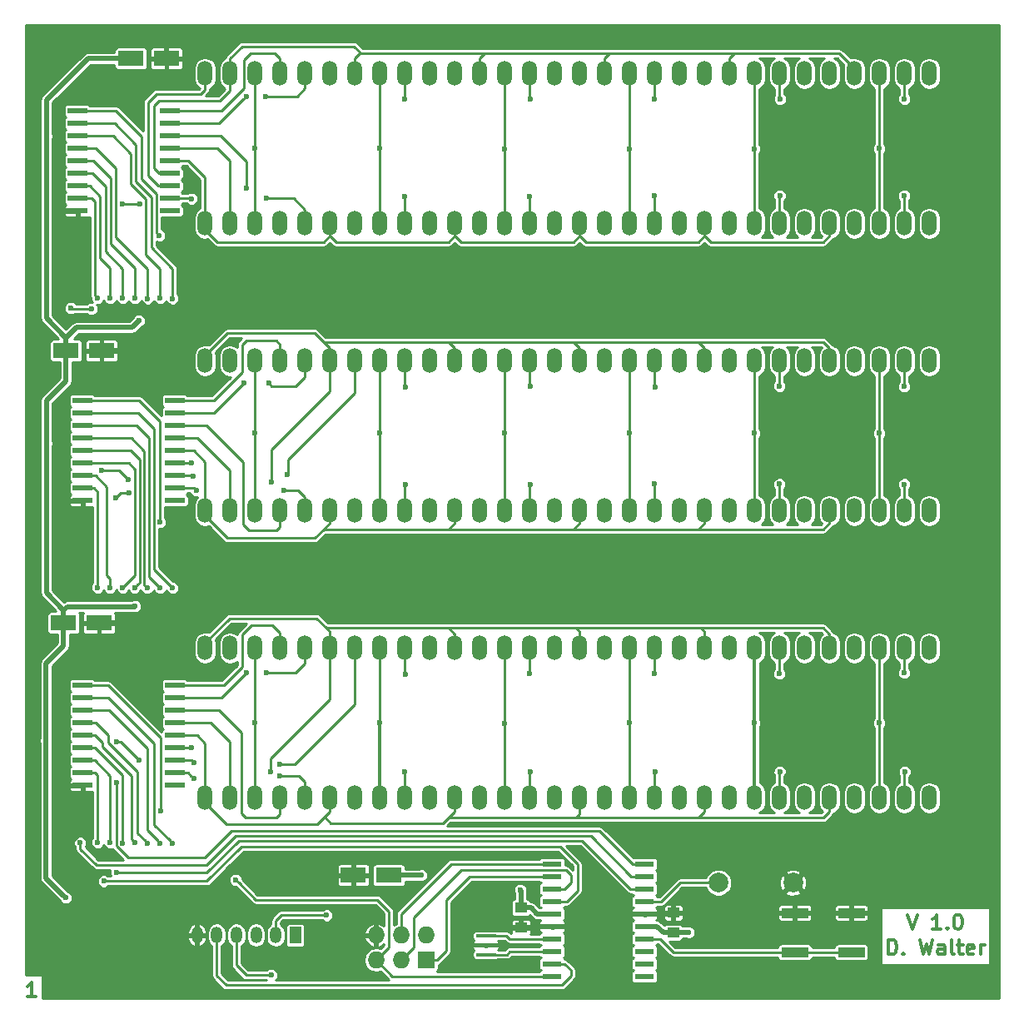
<source format=gbr>
G04 #@! TF.FileFunction,Copper,L1,Top,Signal*
%FSLAX46Y46*%
G04 Gerber Fmt 4.6, Leading zero omitted, Abs format (unit mm)*
G04 Created by KiCad (PCBNEW 4.0.3-stable) date 08/27/16 18:34:44*
%MOMM*%
%LPD*%
G01*
G04 APERTURE LIST*
%ADD10C,0.100000*%
%ADD11C,0.300000*%
%ADD12C,5.400000*%
%ADD13C,0.600000*%
%ADD14O,1.524000X2.524000*%
%ADD15R,2.000000X0.600000*%
%ADD16R,2.600960X1.600200*%
%ADD17R,2.750000X1.000000*%
%ADD18R,1.250000X1.000000*%
%ADD19C,2.000000*%
%ADD20R,1.950000X0.600000*%
%ADD21R,1.727200X1.727200*%
%ADD22O,1.727200X1.727200*%
%ADD23R,2.000000X0.300000*%
%ADD24R,1.198880X1.699260*%
%ADD25O,1.198880X1.699260*%
%ADD26C,0.250000*%
%ADD27C,0.500000*%
%ADD28C,0.304800*%
%ADD29C,0.254000*%
G04 APERTURE END LIST*
D10*
D11*
X157162858Y-132523571D02*
X157662858Y-134023571D01*
X158162858Y-132523571D01*
X160591429Y-134023571D02*
X159734286Y-134023571D01*
X160162858Y-134023571D02*
X160162858Y-132523571D01*
X160020001Y-132737857D01*
X159877143Y-132880714D01*
X159734286Y-132952143D01*
X161234286Y-133880714D02*
X161305714Y-133952143D01*
X161234286Y-134023571D01*
X161162857Y-133952143D01*
X161234286Y-133880714D01*
X161234286Y-134023571D01*
X162234286Y-132523571D02*
X162377143Y-132523571D01*
X162520000Y-132595000D01*
X162591429Y-132666429D01*
X162662858Y-132809286D01*
X162734286Y-133095000D01*
X162734286Y-133452143D01*
X162662858Y-133737857D01*
X162591429Y-133880714D01*
X162520000Y-133952143D01*
X162377143Y-134023571D01*
X162234286Y-134023571D01*
X162091429Y-133952143D01*
X162020000Y-133880714D01*
X161948572Y-133737857D01*
X161877143Y-133452143D01*
X161877143Y-133095000D01*
X161948572Y-132809286D01*
X162020000Y-132666429D01*
X162091429Y-132595000D01*
X162234286Y-132523571D01*
X155234286Y-136573571D02*
X155234286Y-135073571D01*
X155591429Y-135073571D01*
X155805714Y-135145000D01*
X155948572Y-135287857D01*
X156020000Y-135430714D01*
X156091429Y-135716429D01*
X156091429Y-135930714D01*
X156020000Y-136216429D01*
X155948572Y-136359286D01*
X155805714Y-136502143D01*
X155591429Y-136573571D01*
X155234286Y-136573571D01*
X156734286Y-136430714D02*
X156805714Y-136502143D01*
X156734286Y-136573571D01*
X156662857Y-136502143D01*
X156734286Y-136430714D01*
X156734286Y-136573571D01*
X158448572Y-135073571D02*
X158805715Y-136573571D01*
X159091429Y-135502143D01*
X159377143Y-136573571D01*
X159734286Y-135073571D01*
X160948572Y-136573571D02*
X160948572Y-135787857D01*
X160877143Y-135645000D01*
X160734286Y-135573571D01*
X160448572Y-135573571D01*
X160305715Y-135645000D01*
X160948572Y-136502143D02*
X160805715Y-136573571D01*
X160448572Y-136573571D01*
X160305715Y-136502143D01*
X160234286Y-136359286D01*
X160234286Y-136216429D01*
X160305715Y-136073571D01*
X160448572Y-136002143D01*
X160805715Y-136002143D01*
X160948572Y-135930714D01*
X161877144Y-136573571D02*
X161734286Y-136502143D01*
X161662858Y-136359286D01*
X161662858Y-135073571D01*
X162234286Y-135573571D02*
X162805715Y-135573571D01*
X162448572Y-135073571D02*
X162448572Y-136359286D01*
X162520000Y-136502143D01*
X162662858Y-136573571D01*
X162805715Y-136573571D01*
X163877143Y-136502143D02*
X163734286Y-136573571D01*
X163448572Y-136573571D01*
X163305715Y-136502143D01*
X163234286Y-136359286D01*
X163234286Y-135787857D01*
X163305715Y-135645000D01*
X163448572Y-135573571D01*
X163734286Y-135573571D01*
X163877143Y-135645000D01*
X163948572Y-135787857D01*
X163948572Y-135930714D01*
X163234286Y-136073571D01*
X164591429Y-136573571D02*
X164591429Y-135573571D01*
X164591429Y-135859286D02*
X164662857Y-135716429D01*
X164734286Y-135645000D01*
X164877143Y-135573571D01*
X165020000Y-135573571D01*
X68500572Y-140886571D02*
X67643429Y-140886571D01*
X68072001Y-140886571D02*
X68072001Y-139386571D01*
X67929144Y-139600857D01*
X67786286Y-139743714D01*
X67643429Y-139815143D01*
D12*
X96520000Y-98580000D03*
D13*
X98545000Y-98580000D03*
X97951891Y-100011891D03*
X96520000Y-100605000D03*
X95088109Y-100011891D03*
X94495000Y-98580000D03*
X95088109Y-97148109D03*
X96520000Y-96555000D03*
X97951891Y-97148109D03*
D12*
X146520000Y-98580000D03*
D13*
X148545000Y-98580000D03*
X147951891Y-100011891D03*
X146520000Y-100605000D03*
X145088109Y-100011891D03*
X144495000Y-98580000D03*
X145088109Y-97148109D03*
X146520000Y-96555000D03*
X147951891Y-97148109D03*
D12*
X96520000Y-68580000D03*
D13*
X98545000Y-68580000D03*
X97951891Y-70011891D03*
X96520000Y-70605000D03*
X95088109Y-70011891D03*
X94495000Y-68580000D03*
X95088109Y-67148109D03*
X96520000Y-66555000D03*
X97951891Y-67148109D03*
D14*
X149225000Y-62230000D03*
X151765000Y-62230000D03*
X154305000Y-62230000D03*
X156845000Y-62230000D03*
X159385000Y-62230000D03*
X159385000Y-46990000D03*
X156845000Y-46990000D03*
X154305000Y-46990000D03*
X151765000Y-46990000D03*
X149225000Y-46990000D03*
X136525000Y-62230000D03*
X139065000Y-62230000D03*
X141605000Y-62230000D03*
X144145000Y-62230000D03*
X146685000Y-62230000D03*
X146685000Y-46990000D03*
X144145000Y-46990000D03*
X141605000Y-46990000D03*
X139065000Y-46990000D03*
X136525000Y-46990000D03*
D15*
X73278000Y-109220000D03*
X73278000Y-110490000D03*
X73278000Y-111760000D03*
X73278000Y-113030000D03*
X73278000Y-114300000D03*
X73278000Y-115570000D03*
X73278000Y-116840000D03*
X73278000Y-118110000D03*
X73278000Y-119380000D03*
X82678000Y-119380000D03*
X82678000Y-118110000D03*
X82678000Y-116840000D03*
X82678000Y-115570000D03*
X82678000Y-114300000D03*
X82678000Y-113030000D03*
X82678000Y-111760000D03*
X82678000Y-110490000D03*
X82678000Y-109220000D03*
D16*
X71351140Y-102870000D03*
X74952860Y-102870000D03*
D14*
X85725000Y-91440000D03*
X88265000Y-91440000D03*
X90805000Y-91440000D03*
X93345000Y-91440000D03*
X95885000Y-91440000D03*
X95885000Y-76200000D03*
X93345000Y-76200000D03*
X90805000Y-76200000D03*
X88265000Y-76200000D03*
X85725000Y-76200000D03*
X85725000Y-62230000D03*
X88265000Y-62230000D03*
X90805000Y-62230000D03*
X93345000Y-62230000D03*
X95885000Y-62230000D03*
X95885000Y-46990000D03*
X93345000Y-46990000D03*
X90805000Y-46990000D03*
X88265000Y-46990000D03*
X85725000Y-46990000D03*
X123825000Y-91440000D03*
X126365000Y-91440000D03*
X128905000Y-91440000D03*
X131445000Y-91440000D03*
X133985000Y-91440000D03*
X133985000Y-76200000D03*
X131445000Y-76200000D03*
X128905000Y-76200000D03*
X126365000Y-76200000D03*
X123825000Y-76200000D03*
X136525000Y-91440000D03*
X139065000Y-91440000D03*
X141605000Y-91440000D03*
X144145000Y-91440000D03*
X146685000Y-91440000D03*
X146685000Y-76200000D03*
X144145000Y-76200000D03*
X141605000Y-76200000D03*
X139065000Y-76200000D03*
X136525000Y-76200000D03*
X98425000Y-91440000D03*
X100965000Y-91440000D03*
X103505000Y-91440000D03*
X106045000Y-91440000D03*
X108585000Y-91440000D03*
X108585000Y-76200000D03*
X106045000Y-76200000D03*
X103505000Y-76200000D03*
X100965000Y-76200000D03*
X98425000Y-76200000D03*
X123825000Y-120650000D03*
X126365000Y-120650000D03*
X128905000Y-120650000D03*
X131445000Y-120650000D03*
X133985000Y-120650000D03*
X133985000Y-105410000D03*
X131445000Y-105410000D03*
X128905000Y-105410000D03*
X126365000Y-105410000D03*
X123825000Y-105410000D03*
X98425000Y-120650000D03*
X100965000Y-120650000D03*
X103505000Y-120650000D03*
X106045000Y-120650000D03*
X108585000Y-120650000D03*
X108585000Y-105410000D03*
X106045000Y-105410000D03*
X103505000Y-105410000D03*
X100965000Y-105410000D03*
X98425000Y-105410000D03*
X85725000Y-120650000D03*
X88265000Y-120650000D03*
X90805000Y-120650000D03*
X93345000Y-120650000D03*
X95885000Y-120650000D03*
X95885000Y-105410000D03*
X93345000Y-105410000D03*
X90805000Y-105410000D03*
X88265000Y-105410000D03*
X85725000Y-105410000D03*
X111125000Y-120650000D03*
X113665000Y-120650000D03*
X116205000Y-120650000D03*
X118745000Y-120650000D03*
X121285000Y-120650000D03*
X121285000Y-105410000D03*
X118745000Y-105410000D03*
X116205000Y-105410000D03*
X113665000Y-105410000D03*
X111125000Y-105410000D03*
D17*
X145715000Y-136366000D03*
X151465000Y-136366000D03*
X151465000Y-132366000D03*
X145715000Y-132366000D03*
D14*
X123825000Y-62230000D03*
X126365000Y-62230000D03*
X128905000Y-62230000D03*
X131445000Y-62230000D03*
X133985000Y-62230000D03*
X133985000Y-46990000D03*
X131445000Y-46990000D03*
X128905000Y-46990000D03*
X126365000Y-46990000D03*
X123825000Y-46990000D03*
X98425000Y-62230000D03*
X100965000Y-62230000D03*
X103505000Y-62230000D03*
X106045000Y-62230000D03*
X108585000Y-62230000D03*
X108585000Y-46990000D03*
X106045000Y-46990000D03*
X103505000Y-46990000D03*
X100965000Y-46990000D03*
X98425000Y-46990000D03*
X111125000Y-62230000D03*
X113665000Y-62230000D03*
X116205000Y-62230000D03*
X118745000Y-62230000D03*
X121285000Y-62230000D03*
X121285000Y-46990000D03*
X118745000Y-46990000D03*
X116205000Y-46990000D03*
X113665000Y-46990000D03*
X111125000Y-46990000D03*
X149225000Y-91440000D03*
X151765000Y-91440000D03*
X154305000Y-91440000D03*
X156845000Y-91440000D03*
X159385000Y-91440000D03*
X159385000Y-76200000D03*
X156845000Y-76200000D03*
X154305000Y-76200000D03*
X151765000Y-76200000D03*
X149225000Y-76200000D03*
X111125000Y-91440000D03*
X113665000Y-91440000D03*
X116205000Y-91440000D03*
X118745000Y-91440000D03*
X121285000Y-91440000D03*
X121285000Y-76200000D03*
X118745000Y-76200000D03*
X116205000Y-76200000D03*
X113665000Y-76200000D03*
X111125000Y-76200000D03*
X136525000Y-120650000D03*
X139065000Y-120650000D03*
X141605000Y-120650000D03*
X144145000Y-120650000D03*
X146685000Y-120650000D03*
X146685000Y-105410000D03*
X144145000Y-105410000D03*
X141605000Y-105410000D03*
X139065000Y-105410000D03*
X136525000Y-105410000D03*
X149225000Y-120650000D03*
X151765000Y-120650000D03*
X154305000Y-120650000D03*
X156845000Y-120650000D03*
X159385000Y-120650000D03*
X159385000Y-105410000D03*
X156845000Y-105410000D03*
X154305000Y-105410000D03*
X151765000Y-105410000D03*
X149225000Y-105410000D03*
D18*
X117856000Y-131842000D03*
X117856000Y-133842000D03*
X133350000Y-134350000D03*
X133350000Y-132350000D03*
D16*
X78209140Y-45466000D03*
X81810860Y-45466000D03*
X104416860Y-128524000D03*
X100815140Y-128524000D03*
X71605140Y-75184000D03*
X75206860Y-75184000D03*
D19*
X137932160Y-129286000D03*
X145531840Y-129286000D03*
D20*
X121030000Y-127381000D03*
X121030000Y-128651000D03*
X121030000Y-129921000D03*
X121030000Y-131191000D03*
X121030000Y-132461000D03*
X121030000Y-133731000D03*
X121030000Y-135001000D03*
X121030000Y-136271000D03*
X121030000Y-137541000D03*
X121030000Y-138811000D03*
X130430000Y-138811000D03*
X130430000Y-137541000D03*
X130430000Y-136271000D03*
X130430000Y-135001000D03*
X130430000Y-133731000D03*
X130430000Y-132461000D03*
X130430000Y-131191000D03*
X130430000Y-129921000D03*
X130430000Y-128651000D03*
X130430000Y-127381000D03*
D21*
X108204000Y-137160000D03*
D22*
X108204000Y-134620000D03*
X105664000Y-137160000D03*
X105664000Y-134620000D03*
X103124000Y-137160000D03*
X103124000Y-134620000D03*
D15*
X72770000Y-50800000D03*
X72770000Y-52070000D03*
X72770000Y-53340000D03*
X72770000Y-54610000D03*
X72770000Y-55880000D03*
X72770000Y-57150000D03*
X72770000Y-58420000D03*
X72770000Y-59690000D03*
X72770000Y-60960000D03*
X82170000Y-60960000D03*
X82170000Y-59690000D03*
X82170000Y-58420000D03*
X82170000Y-57150000D03*
X82170000Y-55880000D03*
X82170000Y-54610000D03*
X82170000Y-53340000D03*
X82170000Y-52070000D03*
X82170000Y-50800000D03*
X73278000Y-80264000D03*
X73278000Y-81534000D03*
X73278000Y-82804000D03*
X73278000Y-84074000D03*
X73278000Y-85344000D03*
X73278000Y-86614000D03*
X73278000Y-87884000D03*
X73278000Y-89154000D03*
X73278000Y-90424000D03*
X82678000Y-90424000D03*
X82678000Y-89154000D03*
X82678000Y-87884000D03*
X82678000Y-86614000D03*
X82678000Y-85344000D03*
X82678000Y-84074000D03*
X82678000Y-82804000D03*
X82678000Y-81534000D03*
X82678000Y-80264000D03*
D12*
X146520000Y-68580000D03*
D13*
X148545000Y-68580000D03*
X147951891Y-70011891D03*
X146520000Y-70605000D03*
X145088109Y-70011891D03*
X144495000Y-68580000D03*
X145088109Y-67148109D03*
X146520000Y-66555000D03*
X147951891Y-67148109D03*
D23*
X114300000Y-134686000D03*
X114300000Y-136586000D03*
X114300000Y-135636000D03*
D24*
X94919800Y-134620000D03*
D25*
X90916760Y-134620000D03*
X92918280Y-134620000D03*
X88917780Y-134620000D03*
X86916260Y-134620000D03*
X84914740Y-134620000D03*
D13*
X89916000Y-58674000D03*
X156838592Y-59415052D03*
X144172561Y-59415052D03*
X131451928Y-59415052D03*
X106042155Y-59523111D03*
X118759094Y-59456355D03*
X91861302Y-49320073D03*
X89935488Y-49315218D03*
X156851401Y-49585295D03*
X144186652Y-49585295D03*
X131466457Y-49613359D03*
X118771048Y-49631450D03*
X106039084Y-49580646D03*
X128911159Y-54653610D03*
X141579089Y-54645902D03*
X154303685Y-54622049D03*
X90784592Y-54607732D03*
X103528563Y-54607732D03*
X111252000Y-132588000D03*
X112776000Y-132588000D03*
X114300000Y-132588000D03*
X67991306Y-135845707D03*
X67991306Y-130845707D03*
X67991306Y-125845707D03*
X67991306Y-120845707D03*
X67991306Y-115845707D03*
X67991306Y-110845707D03*
X67991306Y-105845707D03*
X67991306Y-100845707D03*
X67991306Y-95845707D03*
X67991306Y-90845707D03*
X67991306Y-85845707D03*
X67991306Y-80845707D03*
X67991306Y-75845707D03*
X67991306Y-70845707D03*
X67991306Y-65845707D03*
X67991306Y-60845707D03*
X67991306Y-55845707D03*
X67991306Y-50845707D03*
X111534000Y-140722184D03*
X96534000Y-140722184D03*
X156534000Y-140716000D03*
X141534000Y-140716000D03*
X126534000Y-140716000D03*
X81534000Y-140716000D03*
X156788000Y-42926000D03*
X141788000Y-42926000D03*
X126788000Y-42926000D03*
X111788000Y-42926000D03*
X96788000Y-42926000D03*
X81534000Y-75184000D03*
X79756000Y-75184000D03*
X70612000Y-57912000D03*
X70612000Y-59182000D03*
X71120000Y-89916000D03*
X71120000Y-88900000D03*
X71374000Y-120396000D03*
X81788000Y-102870000D03*
X80010000Y-102870000D03*
X127508000Y-133858000D03*
X125984000Y-133858000D03*
X124460000Y-133858000D03*
X122936000Y-133858000D03*
X128524000Y-132588000D03*
X78232000Y-102870000D03*
X78232000Y-75184000D03*
X81788000Y-42926000D03*
X71374000Y-119126000D03*
X87630000Y-96520000D03*
X87630000Y-68072000D03*
X74807741Y-69807344D03*
X76068867Y-69825106D03*
X77365522Y-69860631D03*
X78591123Y-69860631D03*
X79905534Y-69878393D03*
X81166660Y-69860631D03*
X82427786Y-69878393D03*
X81083378Y-63479891D03*
X116223258Y-54653610D03*
X84355360Y-59721587D03*
X91948000Y-59690000D03*
X128905000Y-83566000D03*
X156843538Y-88750097D03*
X144145013Y-88743933D03*
X131409504Y-88743934D03*
X118785553Y-88763769D03*
X106095584Y-88760841D03*
X93726000Y-89408000D03*
X84836000Y-89408000D03*
X92202000Y-78486000D03*
X89662000Y-78486000D03*
X156824194Y-78836068D03*
X144140084Y-78790068D03*
X131505757Y-78865096D03*
X118780045Y-78833245D03*
X106108760Y-78858145D03*
X94121462Y-87790354D03*
X84328000Y-86614000D03*
X92485015Y-88574952D03*
X84493326Y-87936065D03*
X141605000Y-83566000D03*
X154305000Y-83566000D03*
X90805000Y-83566000D03*
X103505000Y-83566000D03*
X116205000Y-83566000D03*
X82439961Y-99317729D03*
X81149139Y-99317729D03*
X79858318Y-99317729D03*
X78567497Y-99281364D03*
X77349398Y-99263188D03*
X76058576Y-99263188D03*
X74804116Y-99263188D03*
X81159834Y-92620424D03*
X128905000Y-113030000D03*
X156881747Y-118003552D03*
X144172950Y-117979470D03*
X131509904Y-117978198D03*
X118796658Y-117996310D03*
X106065303Y-117996310D03*
X93345172Y-118431810D03*
X84607893Y-118710923D03*
X91948000Y-107950000D03*
X89916000Y-107950000D03*
X156835294Y-107964080D03*
X144148227Y-108022713D03*
X131394440Y-107984298D03*
X118757818Y-108049604D03*
X106074044Y-108061097D03*
X93301519Y-117239948D03*
X84328000Y-115570000D03*
X92362058Y-117984424D03*
X84582000Y-117094000D03*
X141605000Y-113030000D03*
X154305000Y-113030000D03*
X90805000Y-113035031D03*
X103505000Y-113030000D03*
X116205000Y-113093020D03*
X82421954Y-125260988D03*
X81154847Y-125275069D03*
X79873661Y-125260990D03*
X78606554Y-125232832D03*
X77339447Y-125260990D03*
X76082990Y-125232832D03*
X74805233Y-125190595D03*
X81202022Y-121973415D03*
X71565567Y-130813177D03*
X107696000Y-128524000D03*
X117785228Y-130000600D03*
X134877704Y-134336405D03*
X78618875Y-101160017D03*
X78994000Y-72136000D03*
X69596000Y-53340000D03*
X69570939Y-114808000D03*
X69596000Y-84582000D03*
X75438132Y-129131552D03*
X76708000Y-128270000D03*
X76627680Y-90163620D03*
X78004329Y-89632713D03*
X73036703Y-125236680D03*
X98073957Y-132603054D03*
X92456000Y-138684000D03*
X76708000Y-119126000D03*
X88840942Y-128990061D03*
X76717990Y-114944790D03*
X79050429Y-116853409D03*
X77923235Y-88318375D03*
X75205163Y-87341667D03*
X72075896Y-70866000D03*
X74171799Y-70923595D03*
X77300733Y-60266952D03*
X79111010Y-60265267D03*
D26*
X82170000Y-55880000D02*
X84027895Y-55880000D01*
X84027895Y-55880000D02*
X85725000Y-57577105D01*
X85725000Y-57577105D02*
X85725000Y-60718000D01*
X85725000Y-60718000D02*
X85725000Y-62230000D01*
X136525000Y-63500000D02*
X137160000Y-64135000D01*
X149225000Y-63500000D02*
X149225000Y-62230000D01*
X148590000Y-64135000D02*
X149225000Y-63500000D01*
X137160000Y-64135000D02*
X148590000Y-64135000D01*
X124460000Y-64135000D02*
X135890000Y-64135000D01*
X123825000Y-63500000D02*
X124460000Y-64135000D01*
X136525000Y-63500000D02*
X136525000Y-62230000D01*
X135890000Y-64135000D02*
X136525000Y-63500000D01*
X123825000Y-62230000D02*
X123825000Y-63500000D01*
X136525000Y-62865000D02*
X136525000Y-62230000D01*
X111125000Y-63500000D02*
X111760000Y-64135000D01*
X123190000Y-64135000D02*
X123825000Y-63500000D01*
X111760000Y-64135000D02*
X123190000Y-64135000D01*
X98425000Y-63500000D02*
X99060000Y-64135000D01*
X111125000Y-63500000D02*
X111125000Y-62230000D01*
X110490000Y-64135000D02*
X111125000Y-63500000D01*
X99060000Y-64135000D02*
X110490000Y-64135000D01*
X85725000Y-62230000D02*
X85725000Y-62865000D01*
X85725000Y-62865000D02*
X86995000Y-64135000D01*
X86995000Y-64135000D02*
X97790000Y-64135000D01*
X97790000Y-64135000D02*
X98425000Y-63500000D01*
X98425000Y-63500000D02*
X98425000Y-62230000D01*
X82170000Y-54610000D02*
X87001856Y-54610000D01*
X87001856Y-54610000D02*
X88265000Y-55873144D01*
X88265000Y-55873144D02*
X88265000Y-60718000D01*
X88265000Y-60718000D02*
X88265000Y-62230000D01*
X82170000Y-53340000D02*
X87350175Y-53340000D01*
X87350175Y-53340000D02*
X89916000Y-55905825D01*
X89916000Y-55905825D02*
X89916000Y-58674000D01*
X156845000Y-59421460D02*
X156838592Y-59415052D01*
X156845000Y-62230000D02*
X156845000Y-59421460D01*
X144145000Y-59442613D02*
X144172561Y-59415052D01*
X144145000Y-62230000D02*
X144145000Y-59442613D01*
X131445000Y-62230000D02*
X131445000Y-59421980D01*
X131445000Y-59421980D02*
X131451928Y-59415052D01*
X106045000Y-59525956D02*
X106042155Y-59523111D01*
X106045000Y-62230000D02*
X106045000Y-59525956D01*
X118745000Y-59470449D02*
X118759094Y-59456355D01*
X118745000Y-62230000D02*
X118745000Y-59470449D01*
X95885000Y-46990000D02*
X95885000Y-48505301D01*
X95885000Y-48505301D02*
X95070228Y-49320073D01*
X95070228Y-49320073D02*
X92285566Y-49320073D01*
X92285566Y-49320073D02*
X91861302Y-49320073D01*
X87180706Y-52070000D02*
X89635489Y-49615217D01*
X82170000Y-52070000D02*
X87180706Y-52070000D01*
X89635489Y-49615217D02*
X89935488Y-49315218D01*
X82170000Y-50800000D02*
X87381793Y-50800000D01*
X89662000Y-45625321D02*
X90331827Y-44955494D01*
X87381793Y-50800000D02*
X89662000Y-48519793D01*
X89662000Y-48519793D02*
X89662000Y-45625321D01*
X90331827Y-44955494D02*
X92817950Y-44955494D01*
X93345000Y-45482544D02*
X93345000Y-46990000D01*
X92817950Y-44955494D02*
X93345000Y-45482544D01*
X156845000Y-46990000D02*
X156845000Y-49578894D01*
X156845000Y-49578894D02*
X156851401Y-49585295D01*
X144145000Y-49543643D02*
X144186652Y-49585295D01*
X144145000Y-46990000D02*
X144145000Y-49543643D01*
X131445000Y-49591902D02*
X131466457Y-49613359D01*
X131445000Y-46990000D02*
X131445000Y-49591902D01*
X118745000Y-49605402D02*
X118771048Y-49631450D01*
X118745000Y-46990000D02*
X118745000Y-49605402D01*
X106045000Y-46990000D02*
X106045000Y-49574730D01*
X106045000Y-49574730D02*
X106039084Y-49580646D01*
X128905000Y-54659769D02*
X128911159Y-54653610D01*
X128905000Y-62230000D02*
X128905000Y-54659769D01*
X128905000Y-46990000D02*
X128905000Y-54647451D01*
X128905000Y-54647451D02*
X128911159Y-54653610D01*
X82170000Y-57150000D02*
X81017196Y-57150000D01*
X87232799Y-49784000D02*
X88265000Y-48751799D01*
X81017196Y-57150000D02*
X80518000Y-56650804D01*
X80518000Y-56650804D02*
X80518000Y-50292000D01*
X80518000Y-50292000D02*
X81026000Y-49784000D01*
X81026000Y-49784000D02*
X87232799Y-49784000D01*
X88265000Y-48751799D02*
X88265000Y-46990000D01*
X100895991Y-44253991D02*
X101600000Y-44958000D01*
X89489009Y-44253991D02*
X100895991Y-44253991D01*
X88265000Y-45478000D02*
X89489009Y-44253991D01*
X88265000Y-46990000D02*
X88265000Y-45478000D01*
X127000000Y-44958000D02*
X139700000Y-44958000D01*
X139700000Y-44958000D02*
X150233000Y-44958000D01*
X139065000Y-46990000D02*
X139065000Y-45478000D01*
X139585000Y-44958000D02*
X139700000Y-44958000D01*
X139065000Y-45478000D02*
X139585000Y-44958000D01*
X114554000Y-44958000D02*
X127000000Y-44958000D01*
X126365000Y-46990000D02*
X126365000Y-45478000D01*
X126365000Y-45478000D02*
X126885000Y-44958000D01*
X126885000Y-44958000D02*
X127000000Y-44958000D01*
X101600000Y-44958000D02*
X114554000Y-44958000D01*
X113665000Y-46990000D02*
X113665000Y-45478000D01*
X113665000Y-45478000D02*
X114185000Y-44958000D01*
X114185000Y-44958000D02*
X114554000Y-44958000D01*
X100965000Y-46990000D02*
X100965000Y-45478000D01*
X100965000Y-45478000D02*
X101485000Y-44958000D01*
X101485000Y-44958000D02*
X101600000Y-44958000D01*
X150233000Y-44958000D02*
X151765000Y-46490000D01*
X151765000Y-46490000D02*
X151765000Y-46990000D01*
X141605000Y-54671813D02*
X141579089Y-54645902D01*
X141605000Y-62230000D02*
X141605000Y-54671813D01*
X141605000Y-54619991D02*
X141579089Y-54645902D01*
X141605000Y-46990000D02*
X141605000Y-54619991D01*
X154305000Y-54623364D02*
X154303685Y-54622049D01*
X154305000Y-62230000D02*
X154305000Y-54623364D01*
X154305000Y-54620734D02*
X154303685Y-54622049D01*
X154305000Y-46990000D02*
X154305000Y-54620734D01*
X90805000Y-62230000D02*
X90805000Y-54628140D01*
X90805000Y-54628140D02*
X90784592Y-54607732D01*
X90805000Y-54587324D02*
X90784592Y-54607732D01*
X90805000Y-46990000D02*
X90805000Y-54587324D01*
X103505000Y-54631295D02*
X103528563Y-54607732D01*
X103505000Y-54584169D02*
X103528563Y-54607732D01*
X103505000Y-46990000D02*
X103505000Y-54584169D01*
X103505000Y-62230000D02*
X103505000Y-54631295D01*
D27*
X112776000Y-132588000D02*
X111252000Y-132588000D01*
X117856000Y-133842000D02*
X115554000Y-133842000D01*
X115554000Y-133842000D02*
X114300000Y-132588000D01*
X81810860Y-45466000D02*
X81810860Y-42948860D01*
X81810860Y-42948860D02*
X81788000Y-42926000D01*
X141534000Y-140716000D02*
X156534000Y-140716000D01*
X126534000Y-140716000D02*
X141534000Y-140716000D01*
X111534000Y-140722184D02*
X126527816Y-140722184D01*
X96534000Y-140722184D02*
X111534000Y-140722184D01*
X81534000Y-140716000D02*
X96527816Y-140716000D01*
X79756000Y-75184000D02*
X81534000Y-75184000D01*
X72770000Y-60960000D02*
X71247105Y-60960000D01*
X71247105Y-60960000D02*
X70612000Y-60324895D01*
X70612000Y-60324895D02*
X70612000Y-59182000D01*
X71120000Y-88900000D02*
X71120000Y-89916000D01*
X80010000Y-102870000D02*
X81788000Y-102870000D01*
X125984000Y-133858000D02*
X127508000Y-133858000D01*
X122936000Y-133858000D02*
X124460000Y-133858000D01*
X121030000Y-133731000D02*
X122809000Y-133731000D01*
X122809000Y-133731000D02*
X122936000Y-133858000D01*
X130430000Y-132461000D02*
X128651000Y-132461000D01*
X128651000Y-132461000D02*
X128524000Y-132588000D01*
X130430000Y-132461000D02*
X133239000Y-132461000D01*
X133239000Y-132461000D02*
X133350000Y-132350000D01*
X74952860Y-102870000D02*
X78232000Y-102870000D01*
X75206860Y-75184000D02*
X78232000Y-75184000D01*
X119253000Y-133731000D02*
X119142000Y-133842000D01*
X119142000Y-133842000D02*
X117856000Y-133842000D01*
X121030000Y-133731000D02*
X119253000Y-133731000D01*
D26*
X73278000Y-59690000D02*
X74160079Y-59690000D01*
X74160079Y-59690000D02*
X74489981Y-60019902D01*
X74489981Y-60019902D02*
X74489981Y-69489584D01*
X74489981Y-69489584D02*
X74507742Y-69507345D01*
X74507742Y-69507345D02*
X74807741Y-69807344D01*
X73278000Y-58420000D02*
X74036405Y-58420000D01*
X74036405Y-58420000D02*
X75080082Y-59463677D01*
X75080082Y-59463677D02*
X75080082Y-65800991D01*
X75080082Y-65800991D02*
X76068867Y-66789776D01*
X76068867Y-66789776D02*
X76068867Y-69400842D01*
X76068867Y-69400842D02*
X76068867Y-69825106D01*
X73278000Y-57150000D02*
X74300191Y-57150000D01*
X74300191Y-57150000D02*
X75611049Y-58460858D01*
X75611049Y-58460858D02*
X75611049Y-65106358D01*
X75611049Y-65106358D02*
X77365522Y-66860831D01*
X77365522Y-66860831D02*
X77365522Y-69436367D01*
X77365522Y-69436367D02*
X77365522Y-69860631D01*
X73278000Y-55880000D02*
X74374335Y-55880000D01*
X74374335Y-55880000D02*
X76119892Y-57625557D01*
X78591123Y-66754255D02*
X78591123Y-69436367D01*
X76119892Y-57625557D02*
X76119892Y-64283024D01*
X76119892Y-64283024D02*
X78591123Y-66754255D01*
X78591123Y-69436367D02*
X78591123Y-69860631D01*
X79905534Y-69454129D02*
X79905534Y-69878393D01*
X79905534Y-66860827D02*
X79905534Y-69454129D01*
X76675723Y-63631016D02*
X79905534Y-66860827D01*
X76675723Y-56633069D02*
X76675723Y-63631016D01*
X74652654Y-54610000D02*
X76675723Y-56633069D01*
X73278000Y-54610000D02*
X74652654Y-54610000D01*
X73278000Y-53340000D02*
X76364212Y-53340000D01*
X78189247Y-55165035D02*
X78189247Y-58240977D01*
X81166660Y-69436367D02*
X81166660Y-69860631D01*
X76364212Y-53340000D02*
X78189247Y-55165035D01*
X78189247Y-58240977D02*
X79736012Y-59787742D01*
X79736012Y-59787742D02*
X79736012Y-65430179D01*
X79736012Y-65430179D02*
X81166660Y-66860827D01*
X81166660Y-66860827D02*
X81166660Y-69436367D01*
X72770000Y-52070000D02*
X76569026Y-52070000D01*
X76569026Y-52070000D02*
X78716333Y-54217307D01*
X78716333Y-54217307D02*
X78716333Y-57985859D01*
X80282728Y-59552254D02*
X80282728Y-64680244D01*
X78716333Y-57985859D02*
X80282728Y-59552254D01*
X80282728Y-64680244D02*
X82427786Y-66825302D01*
X82427786Y-66825302D02*
X82427786Y-69454129D01*
X82427786Y-69454129D02*
X82427786Y-69878393D01*
X73278000Y-52070000D02*
X73657179Y-52070000D01*
X73278000Y-50800000D02*
X76672517Y-50800000D01*
X76672517Y-50800000D02*
X79287343Y-53414826D01*
X79287343Y-53414826D02*
X79287343Y-57718269D01*
X79287343Y-57718269D02*
X80783379Y-59214305D01*
X80783379Y-59214305D02*
X80783379Y-63179892D01*
X80783379Y-63179892D02*
X81083378Y-63479891D01*
X116205000Y-54671868D02*
X116223258Y-54653610D01*
X116205000Y-62230000D02*
X116205000Y-54671868D01*
X116205000Y-54635352D02*
X116223258Y-54653610D01*
X116205000Y-46990000D02*
X116205000Y-54635352D01*
X91948000Y-59690000D02*
X94759789Y-59690000D01*
X94759789Y-59690000D02*
X95885000Y-60815211D01*
X95885000Y-60815211D02*
X95885000Y-62230000D01*
X84323773Y-59690000D02*
X84355360Y-59721587D01*
X82170000Y-59690000D02*
X84323773Y-59690000D01*
X82170000Y-58420000D02*
X80965572Y-58420000D01*
X80965572Y-58420000D02*
X79916196Y-57370624D01*
X79916196Y-57370624D02*
X79916196Y-49923084D01*
X79916196Y-49923084D02*
X80798807Y-49040473D01*
X80798807Y-49040473D02*
X85325527Y-49040473D01*
X85325527Y-49040473D02*
X85725000Y-48641000D01*
X85725000Y-48641000D02*
X85725000Y-46990000D01*
X85725000Y-91440000D02*
X85725000Y-91940000D01*
X85725000Y-91940000D02*
X88017915Y-94232915D01*
X88017915Y-94232915D02*
X96902085Y-94232915D01*
X96902085Y-94232915D02*
X97790000Y-93345000D01*
X82678000Y-85344000D02*
X84602073Y-85344000D01*
X84602073Y-85344000D02*
X85725000Y-86466927D01*
X85725000Y-86466927D02*
X85725000Y-89928000D01*
X85725000Y-89928000D02*
X85725000Y-91440000D01*
X135890000Y-93345000D02*
X148590000Y-93345000D01*
X149225000Y-92710000D02*
X149225000Y-91440000D01*
X148590000Y-93345000D02*
X149225000Y-92710000D01*
X123190000Y-93345000D02*
X135890000Y-93345000D01*
X136525000Y-92710000D02*
X136525000Y-91440000D01*
X135890000Y-93345000D02*
X136525000Y-92710000D01*
X110490000Y-93345000D02*
X123190000Y-93345000D01*
X123825000Y-92710000D02*
X123825000Y-91440000D01*
X123190000Y-93345000D02*
X123825000Y-92710000D01*
X97790000Y-93345000D02*
X110490000Y-93345000D01*
X111125000Y-92710000D02*
X111125000Y-91440000D01*
X110490000Y-93345000D02*
X111125000Y-92710000D01*
X98425000Y-92710000D02*
X98425000Y-91440000D01*
X97790000Y-93345000D02*
X98425000Y-92710000D01*
X82678000Y-84074000D02*
X84965814Y-84074000D01*
X88265000Y-89928000D02*
X88265000Y-91440000D01*
X84965814Y-84074000D02*
X88265000Y-87373186D01*
X88265000Y-87373186D02*
X88265000Y-89928000D01*
X128905000Y-76200000D02*
X128905000Y-83566000D01*
X128905000Y-83566000D02*
X128905000Y-91440000D01*
X82678000Y-82804000D02*
X85852000Y-82804000D01*
X85852000Y-82804000D02*
X89577576Y-86529576D01*
X92964000Y-93472000D02*
X93345000Y-93091000D01*
X93345000Y-93091000D02*
X93345000Y-91440000D01*
X89577576Y-86529576D02*
X89577576Y-92879576D01*
X89577576Y-92879576D02*
X90170000Y-93472000D01*
X90170000Y-93472000D02*
X92964000Y-93472000D01*
X156845000Y-88751559D02*
X156843538Y-88750097D01*
X156845000Y-91440000D02*
X156845000Y-88751559D01*
X144145000Y-91440000D02*
X144145000Y-88743946D01*
X144145000Y-88743946D02*
X144145013Y-88743933D01*
X131445000Y-88779430D02*
X131409504Y-88743934D01*
X131445000Y-91440000D02*
X131445000Y-88779430D01*
X118745000Y-88804322D02*
X118785553Y-88763769D01*
X118745000Y-91440000D02*
X118745000Y-88804322D01*
X106045000Y-88811425D02*
X106095584Y-88760841D01*
X106045000Y-91440000D02*
X106045000Y-88811425D01*
X93726000Y-89408000D02*
X95204828Y-89408000D01*
X95204828Y-89408000D02*
X95885000Y-90088172D01*
X95885000Y-90088172D02*
X95885000Y-91440000D01*
X82678000Y-89154000D02*
X84582000Y-89154000D01*
X84582000Y-89154000D02*
X84836000Y-89408000D01*
X92202000Y-78486000D02*
X92501999Y-78785999D01*
X92501999Y-78785999D02*
X94942536Y-78785999D01*
X95885000Y-77843535D02*
X95885000Y-76200000D01*
X94942536Y-78785999D02*
X95885000Y-77843535D01*
X83928000Y-81534000D02*
X86614000Y-81534000D01*
X86614000Y-81534000D02*
X89662000Y-78486000D01*
X82678000Y-81534000D02*
X83928000Y-81534000D01*
X82678000Y-80264000D02*
X86614000Y-80264000D01*
X86614000Y-80264000D02*
X89480527Y-77397473D01*
X92964000Y-74168000D02*
X93345000Y-74549000D01*
X89480527Y-77397473D02*
X89480527Y-74603473D01*
X89480527Y-74603473D02*
X89916000Y-74168000D01*
X89916000Y-74168000D02*
X92964000Y-74168000D01*
X93345000Y-74549000D02*
X93345000Y-76200000D01*
X156845000Y-78815262D02*
X156824194Y-78836068D01*
X156845000Y-76200000D02*
X156845000Y-78815262D01*
X144145000Y-76200000D02*
X144145000Y-78785152D01*
X144145000Y-78785152D02*
X144140084Y-78790068D01*
X131445000Y-78804339D02*
X131505757Y-78865096D01*
X131445000Y-76200000D02*
X131445000Y-78804339D01*
X118745000Y-76200000D02*
X118745000Y-78798200D01*
X118745000Y-78798200D02*
X118780045Y-78833245D01*
X106045000Y-78794385D02*
X106108760Y-78858145D01*
X106045000Y-76200000D02*
X106045000Y-78794385D01*
X100965000Y-76200000D02*
X100965000Y-79446306D01*
X100965000Y-79446306D02*
X94140404Y-86270902D01*
X94140404Y-86270902D02*
X94140404Y-87771412D01*
X94140404Y-87771412D02*
X94121462Y-87790354D01*
X82678000Y-86614000D02*
X84328000Y-86614000D01*
X98425000Y-76200000D02*
X98425000Y-79304215D01*
X98425000Y-79304215D02*
X92485015Y-85244200D01*
X92485015Y-85244200D02*
X92485015Y-88574952D01*
X85725000Y-76200000D02*
X85725000Y-75700000D01*
X85725000Y-75700000D02*
X88016061Y-73408939D01*
X88016061Y-73408939D02*
X96903939Y-73408939D01*
X96903939Y-73408939D02*
X97790000Y-74295000D01*
X82678000Y-87884000D02*
X84441261Y-87884000D01*
X84441261Y-87884000D02*
X84493326Y-87936065D01*
X135890000Y-74295000D02*
X148590000Y-74295000D01*
X149225000Y-74930000D02*
X149225000Y-76200000D01*
X148590000Y-74295000D02*
X149225000Y-74930000D01*
X123190000Y-74295000D02*
X135890000Y-74295000D01*
X136525000Y-74930000D02*
X136525000Y-76200000D01*
X135890000Y-74295000D02*
X136525000Y-74930000D01*
X110490000Y-74295000D02*
X123190000Y-74295000D01*
X123825000Y-74930000D02*
X123825000Y-76200000D01*
X123190000Y-74295000D02*
X123825000Y-74930000D01*
X97790000Y-74295000D02*
X110490000Y-74295000D01*
X111125000Y-74930000D02*
X111125000Y-76200000D01*
X110490000Y-74295000D02*
X111125000Y-74930000D01*
X98425000Y-74930000D02*
X98425000Y-76200000D01*
X97790000Y-74295000D02*
X98425000Y-74930000D01*
X141605000Y-76200000D02*
X141605000Y-83566000D01*
X141605000Y-83566000D02*
X141605000Y-91440000D01*
X154305000Y-76200000D02*
X154305000Y-83566000D01*
X154305000Y-83566000D02*
X154305000Y-91440000D01*
X90805000Y-76200000D02*
X90805000Y-83566000D01*
X90805000Y-83566000D02*
X90805000Y-91440000D01*
X103505000Y-76200000D02*
X103505000Y-83566000D01*
X103505000Y-83566000D02*
X103505000Y-91440000D01*
X116205000Y-76200000D02*
X116205000Y-83566000D01*
X116205000Y-83566000D02*
X116205000Y-91440000D01*
X73278000Y-81534000D02*
X78946171Y-81534000D01*
X78946171Y-81534000D02*
X80518000Y-83105829D01*
X80518000Y-83105829D02*
X80518000Y-97395768D01*
X80518000Y-97395768D02*
X82139962Y-99017730D01*
X82139962Y-99017730D02*
X82439961Y-99317729D01*
X73278000Y-82804000D02*
X78746285Y-82804000D01*
X78746285Y-82804000D02*
X80010000Y-84067715D01*
X80010000Y-84067715D02*
X80010000Y-98178590D01*
X80849140Y-99017730D02*
X81149139Y-99317729D01*
X80010000Y-98178590D02*
X80849140Y-99017730D01*
X78232000Y-84074000D02*
X79558319Y-85400319D01*
X79558319Y-85400319D02*
X79558319Y-99017730D01*
X79558319Y-99017730D02*
X79858318Y-99317729D01*
X73278000Y-84074000D02*
X78232000Y-84074000D01*
X73278000Y-85344000D02*
X78173682Y-85344000D01*
X79079342Y-86249660D02*
X79079342Y-98769519D01*
X79079342Y-98769519D02*
X78867496Y-98981365D01*
X78173682Y-85344000D02*
X79079342Y-86249660D01*
X78867496Y-98981365D02*
X78567497Y-99281364D01*
X73278000Y-86614000D02*
X77968359Y-86614000D01*
X77968359Y-86614000D02*
X78629331Y-87274972D01*
X78629331Y-87274972D02*
X78629331Y-97983255D01*
X78629331Y-97983255D02*
X77649397Y-98963189D01*
X77649397Y-98963189D02*
X77349398Y-99263188D01*
X76058576Y-99263188D02*
X76058576Y-98351997D01*
X76058576Y-98351997D02*
X75729262Y-98022683D01*
X75729262Y-98022683D02*
X75729262Y-89020498D01*
X75729262Y-89020498D02*
X74592764Y-87884000D01*
X74592764Y-87884000D02*
X73278000Y-87884000D01*
X73278000Y-89154000D02*
X74434277Y-89154000D01*
X74434277Y-89154000D02*
X74804116Y-89523839D01*
X74804116Y-98838924D02*
X74804116Y-99263188D01*
X74804116Y-89523839D02*
X74804116Y-98838924D01*
X73278000Y-80264000D02*
X79058266Y-80264000D01*
X79058266Y-80264000D02*
X81159834Y-82365568D01*
X81159834Y-82365568D02*
X81159834Y-92196160D01*
X81159834Y-92196160D02*
X81159834Y-92620424D01*
X97790000Y-122682000D02*
X97982585Y-122682000D01*
X97982585Y-122682000D02*
X98514028Y-123213443D01*
X98514028Y-123213443D02*
X109958557Y-123213443D01*
X109958557Y-123213443D02*
X110490000Y-122682000D01*
X82678000Y-114300000D02*
X84904558Y-114300000D01*
X84904558Y-114300000D02*
X85725000Y-115120442D01*
X85725000Y-115120442D02*
X85725000Y-120150000D01*
X85725000Y-120150000D02*
X85725000Y-120650000D01*
X85725000Y-120650000D02*
X85725000Y-121150000D01*
X85725000Y-121150000D02*
X87922545Y-123347545D01*
X87922545Y-123347545D02*
X97124455Y-123347545D01*
X97124455Y-123347545D02*
X97790000Y-122682000D01*
X135890000Y-122682000D02*
X148590000Y-122682000D01*
X149225000Y-122047000D02*
X149225000Y-120650000D01*
X148590000Y-122682000D02*
X149225000Y-122047000D01*
X123444000Y-122682000D02*
X135890000Y-122682000D01*
X136525000Y-122047000D02*
X136525000Y-120650000D01*
X135890000Y-122682000D02*
X136525000Y-122047000D01*
X110490000Y-122682000D02*
X123444000Y-122682000D01*
X123825000Y-122301000D02*
X123825000Y-120650000D01*
X123444000Y-122682000D02*
X123825000Y-122301000D01*
X111125000Y-122047000D02*
X111125000Y-120650000D01*
X110490000Y-122682000D02*
X111125000Y-122047000D01*
X97790000Y-122682000D02*
X98425000Y-122047000D01*
X98425000Y-122047000D02*
X98425000Y-120650000D01*
X82678000Y-113030000D02*
X86317713Y-113030000D01*
X86317713Y-113030000D02*
X88265000Y-114977287D01*
X88265000Y-114977287D02*
X88265000Y-119138000D01*
X88265000Y-119138000D02*
X88265000Y-120650000D01*
X128905000Y-105410000D02*
X128905000Y-113030000D01*
X128905000Y-113030000D02*
X128905000Y-120650000D01*
X82678000Y-111760000D02*
X87122000Y-111760000D01*
X87122000Y-111760000D02*
X89408000Y-114046000D01*
X89863173Y-122682000D02*
X92964000Y-122682000D01*
X93345000Y-122301000D02*
X93345000Y-120650000D01*
X89408000Y-114046000D02*
X89408000Y-122226827D01*
X89408000Y-122226827D02*
X89863173Y-122682000D01*
X92964000Y-122682000D02*
X93345000Y-122301000D01*
D28*
X93345000Y-121150000D02*
X93345000Y-120650000D01*
D26*
X156845000Y-118040299D02*
X156881747Y-118003552D01*
X156845000Y-120650000D02*
X156845000Y-118040299D01*
X144145000Y-120650000D02*
X144145000Y-118007420D01*
X144145000Y-118007420D02*
X144172950Y-117979470D01*
X131445000Y-118043102D02*
X131509904Y-117978198D01*
X131445000Y-120650000D02*
X131445000Y-118043102D01*
X118745000Y-118047968D02*
X118796658Y-117996310D01*
X118745000Y-120650000D02*
X118745000Y-118047968D01*
X106045000Y-118016613D02*
X106065303Y-117996310D01*
X106045000Y-120650000D02*
X106045000Y-118016613D01*
X156845000Y-120650000D02*
X156845000Y-120150000D01*
X144145000Y-120650000D02*
X144145000Y-120150000D01*
X131445000Y-120650000D02*
X131445000Y-120150000D01*
X118745000Y-120650000D02*
X118745000Y-120150000D01*
X106045000Y-120650000D02*
X106045000Y-120150000D01*
X93345000Y-120650000D02*
X93345000Y-120150000D01*
X95885000Y-119003518D02*
X95885000Y-120650000D01*
X95885000Y-119003518D02*
X95313292Y-118431810D01*
X95313292Y-118431810D02*
X93345172Y-118431810D01*
X84006970Y-118110000D02*
X84307894Y-118410924D01*
X82678000Y-118110000D02*
X84006970Y-118110000D01*
X84307894Y-118410924D02*
X84607893Y-118710923D01*
X91948000Y-107950000D02*
X94931476Y-107950000D01*
X94931476Y-107950000D02*
X95885000Y-106996476D01*
X95885000Y-106996476D02*
X95885000Y-105410000D01*
X83928000Y-110490000D02*
X87376000Y-110490000D01*
X87376000Y-110490000D02*
X89916000Y-107950000D01*
X82678000Y-110490000D02*
X83928000Y-110490000D01*
D28*
X95885000Y-104910000D02*
X95885000Y-105410000D01*
D26*
X82678000Y-109220000D02*
X87630000Y-109220000D01*
X87630000Y-109220000D02*
X89515401Y-107334599D01*
X92571000Y-103124000D02*
X93345000Y-103898000D01*
X89515401Y-107334599D02*
X89515401Y-104032599D01*
X89515401Y-104032599D02*
X90424000Y-103124000D01*
X90424000Y-103124000D02*
X92571000Y-103124000D01*
X93345000Y-103898000D02*
X93345000Y-105410000D01*
X156845000Y-107954374D02*
X156835294Y-107964080D01*
X156845000Y-105410000D02*
X156845000Y-107954374D01*
X144145000Y-105410000D02*
X144145000Y-108019486D01*
X144145000Y-108019486D02*
X144148227Y-108022713D01*
X131445000Y-105410000D02*
X131445000Y-107933738D01*
X131445000Y-107933738D02*
X131394440Y-107984298D01*
X118745000Y-108036786D02*
X118757818Y-108049604D01*
X118745000Y-105410000D02*
X118745000Y-108036786D01*
X106045000Y-108032053D02*
X106074044Y-108061097D01*
X106045000Y-105410000D02*
X106045000Y-108032053D01*
X156591000Y-105664000D02*
X156845000Y-105410000D01*
X100965000Y-105410000D02*
X100965000Y-111141681D01*
X100965000Y-111141681D02*
X94878469Y-117228212D01*
X94878469Y-117228212D02*
X93313255Y-117228212D01*
X93313255Y-117228212D02*
X93301519Y-117239948D01*
X82678000Y-115570000D02*
X84328000Y-115570000D01*
D28*
X88265000Y-105910000D02*
X88265000Y-105410000D01*
D26*
X98044000Y-103378000D02*
X98049363Y-103383363D01*
X98049363Y-103383363D02*
X110484637Y-103383363D01*
X110484637Y-103383363D02*
X110490000Y-103378000D01*
X85725000Y-105410000D02*
X85725000Y-104910000D01*
X85725000Y-104910000D02*
X88237814Y-102397186D01*
X88237814Y-102397186D02*
X97063186Y-102397186D01*
X97063186Y-102397186D02*
X98044000Y-103378000D01*
X98425000Y-105410000D02*
X98425000Y-110615353D01*
X98425000Y-110615353D02*
X92362058Y-116678295D01*
X92362058Y-116678295D02*
X92362058Y-117560160D01*
X92362058Y-117560160D02*
X92362058Y-117984424D01*
X82678000Y-116840000D02*
X84328000Y-116840000D01*
X84328000Y-116840000D02*
X84582000Y-117094000D01*
X136144000Y-103378000D02*
X148590000Y-103378000D01*
X149225000Y-104013000D02*
X149225000Y-105410000D01*
X148590000Y-103378000D02*
X149225000Y-104013000D01*
X123444000Y-103378000D02*
X136144000Y-103378000D01*
X136525000Y-103759000D02*
X136525000Y-105410000D01*
X136144000Y-103378000D02*
X136525000Y-103759000D01*
X110490000Y-103378000D02*
X123444000Y-103378000D01*
X123825000Y-103759000D02*
X123825000Y-105410000D01*
X123444000Y-103378000D02*
X123825000Y-103759000D01*
X111125000Y-104013000D02*
X111125000Y-105410000D01*
X110490000Y-103378000D02*
X111125000Y-104013000D01*
X98425000Y-103759000D02*
X98425000Y-105410000D01*
X98044000Y-103378000D02*
X98425000Y-103759000D01*
D28*
X141605000Y-105410000D02*
X141605000Y-113030000D01*
X141605000Y-113030000D02*
X141605000Y-120650000D01*
D26*
X154305000Y-105410000D02*
X154305000Y-113030000D01*
X154305000Y-113030000D02*
X154305000Y-120650000D01*
X90805000Y-120650000D02*
X90805000Y-119138000D01*
X90805000Y-119138000D02*
X90805000Y-113035031D01*
X90805000Y-105410000D02*
X90805000Y-111423753D01*
X90805000Y-111423753D02*
X90784737Y-111444016D01*
X90784737Y-111444016D02*
X90784737Y-113014768D01*
X90784737Y-113014768D02*
X90805000Y-113035031D01*
D28*
X103505000Y-120650000D02*
X103505000Y-113030000D01*
D26*
X103505000Y-113030000D02*
X103505000Y-105410000D01*
X116205000Y-120650000D02*
X116205000Y-113093020D01*
X116205000Y-105410000D02*
X116205000Y-113093020D01*
X73278000Y-110490000D02*
X75923244Y-110490000D01*
X75923244Y-110490000D02*
X80577012Y-115143768D01*
X80577012Y-115143768D02*
X80577012Y-123416046D01*
X80577012Y-123416046D02*
X82121955Y-124960989D01*
X82121955Y-124960989D02*
X82421954Y-125260988D01*
X73278000Y-111760000D02*
X75935031Y-111760000D01*
X75935031Y-111760000D02*
X79825028Y-115649997D01*
X79825028Y-115649997D02*
X79825028Y-123945250D01*
X79825028Y-123945250D02*
X80854848Y-124975070D01*
X80854848Y-124975070D02*
X81154847Y-125275069D01*
X73278000Y-113030000D02*
X74645734Y-113030000D01*
X74645734Y-113030000D02*
X75886722Y-114270988D01*
X75886722Y-115038526D02*
X78845712Y-117997516D01*
X75886722Y-114270988D02*
X75886722Y-115038526D01*
X78845712Y-117997516D02*
X78845712Y-124233041D01*
X78845712Y-124233041D02*
X79573662Y-124960991D01*
X79573662Y-124960991D02*
X79873661Y-125260990D01*
X73278000Y-114300000D02*
X74571998Y-114300000D01*
X74571998Y-114300000D02*
X75329718Y-115057720D01*
X75329718Y-115057720D02*
X75329718Y-115466189D01*
X75329718Y-115466189D02*
X78250239Y-118386710D01*
X78250239Y-118386710D02*
X78250239Y-124876517D01*
X78306555Y-124932833D02*
X78606554Y-125232832D01*
X78250239Y-124876517D02*
X78306555Y-124932833D01*
X73278000Y-114300000D02*
X74165179Y-114300000D01*
X73278000Y-115570000D02*
X74533685Y-115570000D01*
X74533685Y-115570000D02*
X77339447Y-118375762D01*
X77339447Y-118375762D02*
X77339447Y-124836726D01*
X77339447Y-124836726D02*
X77339447Y-125260990D01*
D28*
X73278000Y-115570000D02*
X73978000Y-115570000D01*
D26*
X73278000Y-116840000D02*
X74522123Y-116840000D01*
X74522123Y-116840000D02*
X76082990Y-118400867D01*
X76082990Y-118400867D02*
X76082990Y-124808568D01*
X76082990Y-124808568D02*
X76082990Y-125232832D01*
X72578000Y-118110000D02*
X74536299Y-118110000D01*
X74536299Y-118110000D02*
X74805233Y-118378934D01*
X74805233Y-118378934D02*
X74805233Y-124766331D01*
X74805233Y-124766331D02*
X74805233Y-125190595D01*
D28*
X73278000Y-118110000D02*
X72578000Y-118110000D01*
D26*
X73278000Y-109220000D02*
X75888989Y-109220000D01*
X75888989Y-109220000D02*
X81202022Y-114533033D01*
X81202022Y-114533033D02*
X81202022Y-121549151D01*
X81202022Y-121549151D02*
X81202022Y-121973415D01*
D27*
X71265568Y-130513178D02*
X71565567Y-130813177D01*
X69570939Y-128818549D02*
X71265568Y-130513178D01*
X104416860Y-128524000D02*
X107696000Y-128524000D01*
X69570939Y-114808000D02*
X69570939Y-128818549D01*
X117856000Y-130071372D02*
X117785228Y-130000600D01*
X117856000Y-131842000D02*
X117856000Y-130071372D01*
X69596000Y-53340000D02*
X69596000Y-49705843D01*
X69596000Y-49705843D02*
X73835843Y-45466000D01*
X73835843Y-45466000D02*
X78209140Y-45466000D01*
X78994000Y-72136000D02*
X78302620Y-72827380D01*
X78302620Y-72827380D02*
X72661660Y-72827380D01*
X72661660Y-72827380D02*
X71605140Y-73883900D01*
X134877704Y-134336405D02*
X133363595Y-134336405D01*
X133363595Y-134336405D02*
X133350000Y-134350000D01*
X130430000Y-133731000D02*
X131698110Y-133731000D01*
X132317818Y-134350708D02*
X133349292Y-134350708D01*
X131698110Y-133731000D02*
X132317818Y-134350708D01*
X133349292Y-134350708D02*
X133350000Y-134350000D01*
X130430000Y-133731000D02*
X130448335Y-133712665D01*
X71351140Y-101569900D02*
X71708257Y-101212783D01*
X71708257Y-101212783D02*
X78566109Y-101212783D01*
X78566109Y-101212783D02*
X78618875Y-101160017D01*
X71351140Y-101569900D02*
X71351140Y-102870000D01*
X69596000Y-71874760D02*
X69596000Y-53340000D01*
X69570939Y-114808000D02*
X69570939Y-106959061D01*
X69596000Y-99814760D02*
X69596000Y-84582000D01*
X69596000Y-84582000D02*
X69596000Y-80264000D01*
X71605140Y-75184000D02*
X71605140Y-73883900D01*
X71605140Y-73883900D02*
X69596000Y-71874760D01*
X69596000Y-80264000D02*
X71605140Y-78254860D01*
X71605140Y-78254860D02*
X71605140Y-75184000D01*
X71351140Y-101569900D02*
X69596000Y-99814760D01*
X69570939Y-106959061D02*
X71351140Y-105178860D01*
X71351140Y-105178860D02*
X71351140Y-102870000D01*
X117856000Y-131842000D02*
X118894408Y-131842000D01*
X118894408Y-131842000D02*
X119513408Y-132461000D01*
X119513408Y-132461000D02*
X121030000Y-132461000D01*
D26*
X121030000Y-131191000D02*
X122507735Y-131191000D01*
X122507735Y-131191000D02*
X123622127Y-130076608D01*
X75862396Y-129131552D02*
X75438132Y-129131552D01*
X123622127Y-130076608D02*
X123622127Y-127386671D01*
X123622127Y-127386671D02*
X121832718Y-125597262D01*
X121832718Y-125597262D02*
X89437068Y-125597262D01*
X89437068Y-125597262D02*
X85902778Y-129131552D01*
X85902778Y-129131552D02*
X75862396Y-129131552D01*
X76708000Y-128270000D02*
X85904359Y-128270000D01*
X85904359Y-128270000D02*
X89146384Y-125027975D01*
X89146384Y-125027975D02*
X124071153Y-125027975D01*
X124071153Y-125027975D02*
X128964178Y-129921000D01*
X128964178Y-129921000D02*
X130430000Y-129921000D01*
X78004329Y-89632713D02*
X77158587Y-89632713D01*
X76927679Y-89863621D02*
X76627680Y-90163620D01*
X77158587Y-89632713D02*
X76927679Y-89863621D01*
X130430000Y-128651000D02*
X129092803Y-128651000D01*
X129092803Y-128651000D02*
X124958145Y-124516342D01*
X124958145Y-124516342D02*
X88842324Y-124516342D01*
X88842324Y-124516342D02*
X85867590Y-127491076D01*
X85867590Y-127491076D02*
X74691870Y-127491076D01*
X74691870Y-127491076D02*
X73036703Y-125835909D01*
X73036703Y-125835909D02*
X73036703Y-125236680D01*
X145715000Y-136366000D02*
X151465000Y-136366000D01*
X133362111Y-136366000D02*
X145715000Y-136366000D01*
X130430000Y-135001000D02*
X131997111Y-135001000D01*
X131997111Y-135001000D02*
X133362111Y-136366000D01*
X116713000Y-135001000D02*
X116398000Y-134686000D01*
X116398000Y-134686000D02*
X114300000Y-134686000D01*
X121030000Y-135001000D02*
X116713000Y-135001000D01*
X121030000Y-136271000D02*
X116725617Y-136271000D01*
X116725617Y-136271000D02*
X116410617Y-136586000D01*
X116410617Y-136586000D02*
X114300000Y-136586000D01*
X130430000Y-131191000D02*
X132128730Y-131191000D01*
X132128730Y-131191000D02*
X134033730Y-129286000D01*
X134033730Y-129286000D02*
X137932160Y-129286000D01*
X93472000Y-132588000D02*
X92915740Y-133144260D01*
X92915740Y-133144260D02*
X92915740Y-134620000D01*
X93949892Y-132588000D02*
X93472000Y-132588000D01*
X93964946Y-132603054D02*
X93949892Y-132588000D01*
X98073957Y-132603054D02*
X93964946Y-132603054D01*
X119805000Y-127381000D02*
X121030000Y-127381000D01*
X110742589Y-127381000D02*
X119805000Y-127381000D01*
X105664000Y-132459589D02*
X110742589Y-127381000D01*
X105664000Y-134620000D02*
X105664000Y-132459589D01*
X121030000Y-128651000D02*
X112641027Y-128651000D01*
X112641027Y-128651000D02*
X110236000Y-131056027D01*
X110236000Y-131056027D02*
X110236000Y-136241600D01*
X110236000Y-136241600D02*
X109317600Y-137160000D01*
X109317600Y-137160000D02*
X108204000Y-137160000D01*
X89916000Y-138684000D02*
X88915240Y-137683240D01*
X88915240Y-137683240D02*
X88915240Y-134620000D01*
X92456000Y-138684000D02*
X89916000Y-138684000D01*
X121030000Y-129921000D02*
X122255000Y-129921000D01*
X122255000Y-129921000D02*
X122936000Y-129240000D01*
X122936000Y-129240000D02*
X122936000Y-128524000D01*
X122936000Y-128524000D02*
X122437999Y-128025999D01*
X122437999Y-128025999D02*
X111750001Y-128025999D01*
X111750001Y-128025999D02*
X106938138Y-132837862D01*
X106938138Y-132837862D02*
X106938138Y-135885862D01*
X106938138Y-135885862D02*
X106527599Y-136296401D01*
X106527599Y-136296401D02*
X105664000Y-137160000D01*
X87884000Y-139700000D02*
X86916260Y-138732260D01*
X86916260Y-138732260D02*
X86916260Y-134620000D01*
X122001002Y-139700000D02*
X87884000Y-139700000D01*
X121030000Y-137541000D02*
X122301000Y-137541000D01*
X122301000Y-137541000D02*
X122936000Y-138176000D01*
X122936000Y-138176000D02*
X122936000Y-138765002D01*
X122936000Y-138765002D02*
X122001002Y-139700000D01*
X130430000Y-127381000D02*
X129205000Y-127381000D01*
X85710197Y-126746000D02*
X77923407Y-126746000D01*
X129205000Y-127381000D02*
X125846595Y-124022595D01*
X125846595Y-124022595D02*
X88433602Y-124022595D01*
X88433602Y-124022595D02*
X85710197Y-126746000D01*
X77923407Y-126746000D02*
X76708000Y-125530593D01*
X76708000Y-125530593D02*
X76708000Y-119550264D01*
X76708000Y-119550264D02*
X76708000Y-119126000D01*
X103124000Y-137160000D02*
X104428115Y-135855885D01*
X104428115Y-135855885D02*
X104428115Y-132190999D01*
X89140941Y-129290060D02*
X88840942Y-128990061D01*
X104428115Y-132190999D02*
X103241991Y-131004875D01*
X103241991Y-131004875D02*
X90855756Y-131004875D01*
X90855756Y-131004875D02*
X89140941Y-129290060D01*
X103124000Y-137160000D02*
X104775000Y-138811000D01*
X104775000Y-138811000D02*
X121030000Y-138811000D01*
X120919240Y-138811000D02*
X120881291Y-138848949D01*
X77141810Y-114944790D02*
X76717990Y-114944790D01*
X79050429Y-116853409D02*
X77141810Y-114944790D01*
X77623236Y-88018376D02*
X77923235Y-88318375D01*
X75205163Y-87341667D02*
X76946527Y-87341667D01*
X76946527Y-87341667D02*
X77623236Y-88018376D01*
X72133491Y-70923595D02*
X72075896Y-70866000D01*
X74171799Y-70923595D02*
X72133491Y-70923595D01*
X77302418Y-60265267D02*
X77300733Y-60266952D01*
X79111010Y-60265267D02*
X77302418Y-60265267D01*
D29*
G36*
X166447000Y-141047000D02*
X69167286Y-141047000D01*
X69167286Y-138627000D01*
X67487000Y-138627000D01*
X67487000Y-134745000D01*
X83934300Y-134745000D01*
X83934300Y-134995190D01*
X84056767Y-135360873D01*
X84309853Y-135651854D01*
X84639156Y-135811102D01*
X84789740Y-135746510D01*
X84789740Y-134745000D01*
X85039740Y-134745000D01*
X85039740Y-135746510D01*
X85190324Y-135811102D01*
X85519627Y-135651854D01*
X85772713Y-135360873D01*
X85895180Y-134995190D01*
X85895180Y-134745000D01*
X85039740Y-134745000D01*
X84789740Y-134745000D01*
X83934300Y-134745000D01*
X67487000Y-134745000D01*
X67487000Y-134244810D01*
X83934300Y-134244810D01*
X83934300Y-134495000D01*
X84789740Y-134495000D01*
X84789740Y-133493490D01*
X85039740Y-133493490D01*
X85039740Y-134495000D01*
X85895180Y-134495000D01*
X85895180Y-134244810D01*
X85772713Y-133879127D01*
X85519627Y-133588146D01*
X85190324Y-133428898D01*
X85039740Y-133493490D01*
X84789740Y-133493490D01*
X84639156Y-133428898D01*
X84309853Y-133588146D01*
X84056767Y-133879127D01*
X83934300Y-134244810D01*
X67487000Y-134244810D01*
X67487000Y-114942865D01*
X68889821Y-114942865D01*
X68939939Y-115064161D01*
X68939939Y-128818549D01*
X68975373Y-128996687D01*
X68987971Y-129060022D01*
X69124755Y-129264733D01*
X70819383Y-130959362D01*
X70819386Y-130959364D01*
X70938234Y-131078212D01*
X70987906Y-131198429D01*
X71179308Y-131390164D01*
X71429513Y-131494059D01*
X71700432Y-131494295D01*
X71950819Y-131390838D01*
X72142554Y-131199436D01*
X72246449Y-130949231D01*
X72246685Y-130678312D01*
X72143228Y-130427925D01*
X71951826Y-130236190D01*
X71830618Y-130185860D01*
X71711754Y-130066996D01*
X71711752Y-130066993D01*
X70201939Y-128557181D01*
X70201939Y-119600250D01*
X71897000Y-119600250D01*
X71897000Y-119755785D01*
X71955004Y-119895819D01*
X72062180Y-120002996D01*
X72202214Y-120061000D01*
X73057750Y-120061000D01*
X73153000Y-119965750D01*
X73153000Y-119505000D01*
X71992250Y-119505000D01*
X71897000Y-119600250D01*
X70201939Y-119600250D01*
X70201939Y-115064182D01*
X70251821Y-114944054D01*
X70252057Y-114673135D01*
X70201939Y-114551839D01*
X70201939Y-108920000D01*
X71889536Y-108920000D01*
X71889536Y-109520000D01*
X71916103Y-109661190D01*
X71999546Y-109790865D01*
X72094187Y-109855530D01*
X72007135Y-109911546D01*
X71920141Y-110038866D01*
X71889536Y-110190000D01*
X71889536Y-110790000D01*
X71916103Y-110931190D01*
X71999546Y-111060865D01*
X72094187Y-111125530D01*
X72007135Y-111181546D01*
X71920141Y-111308866D01*
X71889536Y-111460000D01*
X71889536Y-112060000D01*
X71916103Y-112201190D01*
X71999546Y-112330865D01*
X72094187Y-112395530D01*
X72007135Y-112451546D01*
X71920141Y-112578866D01*
X71889536Y-112730000D01*
X71889536Y-113330000D01*
X71916103Y-113471190D01*
X71999546Y-113600865D01*
X72094187Y-113665530D01*
X72007135Y-113721546D01*
X71920141Y-113848866D01*
X71889536Y-114000000D01*
X71889536Y-114600000D01*
X71916103Y-114741190D01*
X71999546Y-114870865D01*
X72094187Y-114935530D01*
X72007135Y-114991546D01*
X71920141Y-115118866D01*
X71889536Y-115270000D01*
X71889536Y-115870000D01*
X71916103Y-116011190D01*
X71999546Y-116140865D01*
X72094187Y-116205530D01*
X72007135Y-116261546D01*
X71920141Y-116388866D01*
X71889536Y-116540000D01*
X71889536Y-117140000D01*
X71916103Y-117281190D01*
X71999546Y-117410865D01*
X72094187Y-117475530D01*
X72007135Y-117531546D01*
X71920141Y-117658866D01*
X71889536Y-117810000D01*
X71889536Y-118410000D01*
X71916103Y-118551190D01*
X71999546Y-118680865D01*
X72092561Y-118744420D01*
X72062180Y-118757004D01*
X71955004Y-118864181D01*
X71897000Y-119004215D01*
X71897000Y-119159750D01*
X71992250Y-119255000D01*
X73153000Y-119255000D01*
X73153000Y-119235000D01*
X73403000Y-119235000D01*
X73403000Y-119255000D01*
X73423000Y-119255000D01*
X73423000Y-119505000D01*
X73403000Y-119505000D01*
X73403000Y-119965750D01*
X73498250Y-120061000D01*
X74299233Y-120061000D01*
X74299233Y-124733472D01*
X74228246Y-124804336D01*
X74124351Y-125054541D01*
X74124115Y-125325460D01*
X74227572Y-125575847D01*
X74418974Y-125767582D01*
X74669179Y-125871477D01*
X74940098Y-125871713D01*
X75190485Y-125768256D01*
X75382220Y-125576854D01*
X75435388Y-125448812D01*
X75505329Y-125618084D01*
X75696731Y-125809819D01*
X75946936Y-125913714D01*
X76217855Y-125913950D01*
X76334954Y-125865566D01*
X76350204Y-125888389D01*
X77446891Y-126985076D01*
X74901462Y-126985076D01*
X73576475Y-125660089D01*
X73613690Y-125622939D01*
X73717585Y-125372734D01*
X73717821Y-125101815D01*
X73614364Y-124851428D01*
X73422962Y-124659693D01*
X73172757Y-124555798D01*
X72901838Y-124555562D01*
X72651451Y-124659019D01*
X72459716Y-124850421D01*
X72355821Y-125100626D01*
X72355585Y-125371545D01*
X72459042Y-125621932D01*
X72530703Y-125693718D01*
X72530703Y-125835909D01*
X72569220Y-126029547D01*
X72678907Y-126193705D01*
X74334074Y-127848872D01*
X74498232Y-127958559D01*
X74691870Y-127997076D01*
X76083952Y-127997076D01*
X76027118Y-128133946D01*
X76026882Y-128404865D01*
X76118067Y-128625552D01*
X75895255Y-128625552D01*
X75824391Y-128554565D01*
X75574186Y-128450670D01*
X75303267Y-128450434D01*
X75052880Y-128553891D01*
X74861145Y-128745293D01*
X74757250Y-128995498D01*
X74757014Y-129266417D01*
X74860471Y-129516804D01*
X75051873Y-129708539D01*
X75302078Y-129812434D01*
X75572997Y-129812670D01*
X75823384Y-129709213D01*
X75895170Y-129637552D01*
X85902778Y-129637552D01*
X86096416Y-129599035D01*
X86260574Y-129489348D01*
X88101807Y-127648115D01*
X99133660Y-127648115D01*
X99133660Y-128303750D01*
X99228910Y-128399000D01*
X100690140Y-128399000D01*
X100690140Y-127438150D01*
X100940140Y-127438150D01*
X100940140Y-128399000D01*
X102401370Y-128399000D01*
X102496620Y-128303750D01*
X102496620Y-127723900D01*
X102727916Y-127723900D01*
X102727916Y-129324100D01*
X102754483Y-129465290D01*
X102837926Y-129594965D01*
X102965246Y-129681959D01*
X103116380Y-129712564D01*
X105717340Y-129712564D01*
X105858530Y-129685997D01*
X105988205Y-129602554D01*
X106075199Y-129475234D01*
X106105804Y-129324100D01*
X106105804Y-129155000D01*
X107439818Y-129155000D01*
X107559946Y-129204882D01*
X107830865Y-129205118D01*
X108081252Y-129101661D01*
X108272987Y-128910259D01*
X108376882Y-128660054D01*
X108377118Y-128389135D01*
X108273661Y-128138748D01*
X108082259Y-127947013D01*
X107832054Y-127843118D01*
X107561135Y-127842882D01*
X107439839Y-127893000D01*
X106105804Y-127893000D01*
X106105804Y-127723900D01*
X106079237Y-127582710D01*
X105995794Y-127453035D01*
X105868474Y-127366041D01*
X105717340Y-127335436D01*
X103116380Y-127335436D01*
X102975190Y-127362003D01*
X102845515Y-127445446D01*
X102758521Y-127572766D01*
X102727916Y-127723900D01*
X102496620Y-127723900D01*
X102496620Y-127648115D01*
X102438616Y-127508081D01*
X102331440Y-127400904D01*
X102191406Y-127342900D01*
X101035390Y-127342900D01*
X100940140Y-127438150D01*
X100690140Y-127438150D01*
X100594890Y-127342900D01*
X99438874Y-127342900D01*
X99298840Y-127400904D01*
X99191664Y-127508081D01*
X99133660Y-127648115D01*
X88101807Y-127648115D01*
X89646660Y-126103262D01*
X121623126Y-126103262D01*
X123116127Y-127596263D01*
X123116127Y-127988535D01*
X122795795Y-127668203D01*
X122631637Y-127558516D01*
X122437999Y-127519999D01*
X122393464Y-127519999D01*
X122393464Y-127081000D01*
X122366897Y-126939810D01*
X122283454Y-126810135D01*
X122156134Y-126723141D01*
X122005000Y-126692536D01*
X120055000Y-126692536D01*
X119913810Y-126719103D01*
X119784135Y-126802546D01*
X119734629Y-126875000D01*
X110742589Y-126875000D01*
X110548951Y-126913517D01*
X110384793Y-127023204D01*
X105306204Y-132101793D01*
X105196517Y-132265951D01*
X105158000Y-132459589D01*
X105158000Y-133465610D01*
X104934115Y-133615205D01*
X104934115Y-132190999D01*
X104895598Y-131997361D01*
X104785911Y-131833203D01*
X103599787Y-130647079D01*
X103435629Y-130537392D01*
X103241991Y-130498875D01*
X91065348Y-130498875D01*
X89521973Y-128955500D01*
X89522060Y-128855196D01*
X89476219Y-128744250D01*
X99133660Y-128744250D01*
X99133660Y-129399885D01*
X99191664Y-129539919D01*
X99298840Y-129647096D01*
X99438874Y-129705100D01*
X100594890Y-129705100D01*
X100690140Y-129609850D01*
X100690140Y-128649000D01*
X100940140Y-128649000D01*
X100940140Y-129609850D01*
X101035390Y-129705100D01*
X102191406Y-129705100D01*
X102331440Y-129647096D01*
X102438616Y-129539919D01*
X102496620Y-129399885D01*
X102496620Y-128744250D01*
X102401370Y-128649000D01*
X100940140Y-128649000D01*
X100690140Y-128649000D01*
X99228910Y-128649000D01*
X99133660Y-128744250D01*
X89476219Y-128744250D01*
X89418603Y-128604809D01*
X89227201Y-128413074D01*
X88976996Y-128309179D01*
X88706077Y-128308943D01*
X88455690Y-128412400D01*
X88263955Y-128603802D01*
X88160060Y-128854007D01*
X88159824Y-129124926D01*
X88263281Y-129375313D01*
X88454683Y-129567048D01*
X88704888Y-129670943D01*
X88806320Y-129671031D01*
X90497960Y-131362671D01*
X90662118Y-131472358D01*
X90855756Y-131510875D01*
X103032399Y-131510875D01*
X103922115Y-132400591D01*
X103922115Y-133696253D01*
X103750737Y-133544706D01*
X103441175Y-133416493D01*
X103249000Y-133477468D01*
X103249000Y-134495000D01*
X103269000Y-134495000D01*
X103269000Y-134745000D01*
X103249000Y-134745000D01*
X103249000Y-135762532D01*
X103441175Y-135823507D01*
X103750737Y-135695294D01*
X103922115Y-135543747D01*
X103922115Y-135646293D01*
X103585577Y-135982831D01*
X103124000Y-135891017D01*
X102647712Y-135985757D01*
X102243935Y-136255552D01*
X101974140Y-136659329D01*
X101879400Y-137135617D01*
X101879400Y-137184383D01*
X101974140Y-137660671D01*
X102243935Y-138064448D01*
X102647712Y-138334243D01*
X103124000Y-138428983D01*
X103585577Y-138337169D01*
X104417204Y-139168796D01*
X104454924Y-139194000D01*
X92909031Y-139194000D01*
X93032987Y-139070259D01*
X93136882Y-138820054D01*
X93137118Y-138549135D01*
X93033661Y-138298748D01*
X92842259Y-138107013D01*
X92592054Y-138003118D01*
X92321135Y-138002882D01*
X92070748Y-138106339D01*
X91998962Y-138178000D01*
X90125592Y-138178000D01*
X89421240Y-137473648D01*
X89421240Y-135714405D01*
X89611056Y-135587575D01*
X89823588Y-135269497D01*
X89898220Y-134894299D01*
X89898220Y-134345701D01*
X89936320Y-134345701D01*
X89936320Y-134894299D01*
X90010952Y-135269497D01*
X90223484Y-135587575D01*
X90541562Y-135800107D01*
X90916760Y-135874739D01*
X91291958Y-135800107D01*
X91610036Y-135587575D01*
X91822568Y-135269497D01*
X91897200Y-134894299D01*
X91897200Y-134345701D01*
X91937840Y-134345701D01*
X91937840Y-134894299D01*
X92012472Y-135269497D01*
X92225004Y-135587575D01*
X92543082Y-135800107D01*
X92918280Y-135874739D01*
X93293478Y-135800107D01*
X93611556Y-135587575D01*
X93824088Y-135269497D01*
X93898720Y-134894299D01*
X93898720Y-134345701D01*
X93824088Y-133970503D01*
X93690364Y-133770370D01*
X93931896Y-133770370D01*
X93931896Y-135469630D01*
X93958463Y-135610820D01*
X94041906Y-135740495D01*
X94169226Y-135827489D01*
X94320360Y-135858094D01*
X95519240Y-135858094D01*
X95660430Y-135831527D01*
X95790105Y-135748084D01*
X95877099Y-135620764D01*
X95907704Y-135469630D01*
X95907704Y-134937177D01*
X101920482Y-134937177D01*
X102133473Y-135373600D01*
X102497263Y-135695294D01*
X102806825Y-135823507D01*
X102999000Y-135762532D01*
X102999000Y-134745000D01*
X101980932Y-134745000D01*
X101920482Y-134937177D01*
X95907704Y-134937177D01*
X95907704Y-134302823D01*
X101920482Y-134302823D01*
X101980932Y-134495000D01*
X102999000Y-134495000D01*
X102999000Y-133477468D01*
X102806825Y-133416493D01*
X102497263Y-133544706D01*
X102133473Y-133866400D01*
X101920482Y-134302823D01*
X95907704Y-134302823D01*
X95907704Y-133770370D01*
X95881137Y-133629180D01*
X95797694Y-133499505D01*
X95670374Y-133412511D01*
X95519240Y-133381906D01*
X94320360Y-133381906D01*
X94179170Y-133408473D01*
X94049495Y-133491916D01*
X93962501Y-133619236D01*
X93931896Y-133770370D01*
X93690364Y-133770370D01*
X93611556Y-133652425D01*
X93421740Y-133525595D01*
X93421740Y-133353852D01*
X93681592Y-133094000D01*
X93889264Y-133094000D01*
X93964946Y-133109054D01*
X97616834Y-133109054D01*
X97687698Y-133180041D01*
X97937903Y-133283936D01*
X98208822Y-133284172D01*
X98459209Y-133180715D01*
X98650944Y-132989313D01*
X98754839Y-132739108D01*
X98755075Y-132468189D01*
X98651618Y-132217802D01*
X98460216Y-132026067D01*
X98210011Y-131922172D01*
X97939092Y-131921936D01*
X97688705Y-132025393D01*
X97616919Y-132097054D01*
X94025574Y-132097054D01*
X93949892Y-132082000D01*
X93472000Y-132082000D01*
X93278362Y-132120517D01*
X93114204Y-132230204D01*
X92557944Y-132786464D01*
X92448257Y-132950622D01*
X92409740Y-133144260D01*
X92409740Y-133528989D01*
X92225004Y-133652425D01*
X92012472Y-133970503D01*
X91937840Y-134345701D01*
X91897200Y-134345701D01*
X91822568Y-133970503D01*
X91610036Y-133652425D01*
X91291958Y-133439893D01*
X90916760Y-133365261D01*
X90541562Y-133439893D01*
X90223484Y-133652425D01*
X90010952Y-133970503D01*
X89936320Y-134345701D01*
X89898220Y-134345701D01*
X89823588Y-133970503D01*
X89611056Y-133652425D01*
X89292978Y-133439893D01*
X88917780Y-133365261D01*
X88542582Y-133439893D01*
X88224504Y-133652425D01*
X88011972Y-133970503D01*
X87937340Y-134345701D01*
X87937340Y-134894299D01*
X88011972Y-135269497D01*
X88224504Y-135587575D01*
X88409240Y-135711011D01*
X88409240Y-137683240D01*
X88447757Y-137876878D01*
X88557444Y-138041036D01*
X89558204Y-139041796D01*
X89722362Y-139151483D01*
X89916000Y-139190000D01*
X91998877Y-139190000D01*
X92002870Y-139194000D01*
X88093592Y-139194000D01*
X87422260Y-138522668D01*
X87422260Y-135712708D01*
X87609536Y-135587575D01*
X87822068Y-135269497D01*
X87896700Y-134894299D01*
X87896700Y-134345701D01*
X87822068Y-133970503D01*
X87609536Y-133652425D01*
X87291458Y-133439893D01*
X86916260Y-133365261D01*
X86541062Y-133439893D01*
X86222984Y-133652425D01*
X86010452Y-133970503D01*
X85935820Y-134345701D01*
X85935820Y-134894299D01*
X86010452Y-135269497D01*
X86222984Y-135587575D01*
X86410260Y-135712708D01*
X86410260Y-138732260D01*
X86448777Y-138925898D01*
X86558464Y-139090056D01*
X87526204Y-140057796D01*
X87690362Y-140167483D01*
X87884000Y-140206000D01*
X122001002Y-140206000D01*
X122194640Y-140167483D01*
X122358798Y-140057796D01*
X123293796Y-139122798D01*
X123403483Y-138958640D01*
X123442000Y-138765002D01*
X123442000Y-138176000D01*
X123403483Y-137982362D01*
X123293796Y-137818204D01*
X122658796Y-137183204D01*
X122494638Y-137073517D01*
X122328744Y-137040519D01*
X122283454Y-136970135D01*
X122188813Y-136905470D01*
X122275865Y-136849454D01*
X122362859Y-136722134D01*
X122393464Y-136571000D01*
X122393464Y-135971000D01*
X122366897Y-135829810D01*
X122283454Y-135700135D01*
X122188813Y-135635470D01*
X122275865Y-135579454D01*
X122362859Y-135452134D01*
X122393464Y-135301000D01*
X122393464Y-134701000D01*
X122366897Y-134559810D01*
X122283454Y-134430135D01*
X122190439Y-134366580D01*
X122220820Y-134353996D01*
X122327996Y-134246819D01*
X122386000Y-134106785D01*
X122386000Y-133951250D01*
X122290750Y-133856000D01*
X121155000Y-133856000D01*
X121155000Y-133876000D01*
X120905000Y-133876000D01*
X120905000Y-133856000D01*
X119769250Y-133856000D01*
X119674000Y-133951250D01*
X119674000Y-134106785D01*
X119732004Y-134246819D01*
X119839180Y-134353996D01*
X119870503Y-134366970D01*
X119784135Y-134422546D01*
X119734629Y-134495000D01*
X118830017Y-134495000D01*
X118862000Y-134417786D01*
X118862000Y-134062250D01*
X118766750Y-133967000D01*
X117981000Y-133967000D01*
X117981000Y-133987000D01*
X117731000Y-133987000D01*
X117731000Y-133967000D01*
X116945250Y-133967000D01*
X116850000Y-134062250D01*
X116850000Y-134417786D01*
X116853268Y-134425676D01*
X116755796Y-134328204D01*
X116591638Y-134218517D01*
X116398000Y-134180000D01*
X115453855Y-134180000D01*
X115451134Y-134178141D01*
X115300000Y-134147536D01*
X113300000Y-134147536D01*
X113158810Y-134174103D01*
X113029135Y-134257546D01*
X112942141Y-134384866D01*
X112911536Y-134536000D01*
X112911536Y-134836000D01*
X112938103Y-134977190D01*
X113021546Y-135106865D01*
X113096338Y-135157968D01*
X113084181Y-135163004D01*
X112977004Y-135270180D01*
X112919000Y-135410214D01*
X112919000Y-135465750D01*
X113014250Y-135561000D01*
X114175000Y-135561000D01*
X114175000Y-135491000D01*
X114425000Y-135491000D01*
X114425000Y-135561000D01*
X115585750Y-135561000D01*
X115681000Y-135465750D01*
X115681000Y-135410214D01*
X115622996Y-135270180D01*
X115544815Y-135192000D01*
X116188408Y-135192000D01*
X116355204Y-135358796D01*
X116519362Y-135468483D01*
X116713000Y-135507000D01*
X119734807Y-135507000D01*
X119776546Y-135571865D01*
X119871187Y-135636530D01*
X119784135Y-135692546D01*
X119734629Y-135765000D01*
X116725617Y-135765000D01*
X116531979Y-135803517D01*
X116367821Y-135913204D01*
X116201025Y-136080000D01*
X115544815Y-136080000D01*
X115622996Y-136001820D01*
X115681000Y-135861786D01*
X115681000Y-135806250D01*
X115585750Y-135711000D01*
X114425000Y-135711000D01*
X114425000Y-135781000D01*
X114175000Y-135781000D01*
X114175000Y-135711000D01*
X113014250Y-135711000D01*
X112919000Y-135806250D01*
X112919000Y-135861786D01*
X112977004Y-136001820D01*
X113084181Y-136108996D01*
X113096594Y-136114138D01*
X113029135Y-136157546D01*
X112942141Y-136284866D01*
X112911536Y-136436000D01*
X112911536Y-136736000D01*
X112938103Y-136877190D01*
X113021546Y-137006865D01*
X113148866Y-137093859D01*
X113300000Y-137124464D01*
X115300000Y-137124464D01*
X115441190Y-137097897D01*
X115450354Y-137092000D01*
X116410617Y-137092000D01*
X116604255Y-137053483D01*
X116768413Y-136943796D01*
X116935209Y-136777000D01*
X119734807Y-136777000D01*
X119776546Y-136841865D01*
X119871187Y-136906530D01*
X119784135Y-136962546D01*
X119697141Y-137089866D01*
X119666536Y-137241000D01*
X119666536Y-137841000D01*
X119693103Y-137982190D01*
X119776546Y-138111865D01*
X119871187Y-138176530D01*
X119784135Y-138232546D01*
X119734629Y-138305000D01*
X109333887Y-138305000D01*
X109338465Y-138302054D01*
X109425459Y-138174734D01*
X109456064Y-138023600D01*
X109456064Y-137638458D01*
X109511238Y-137627483D01*
X109675396Y-137517796D01*
X110593796Y-136599396D01*
X110666866Y-136490039D01*
X110703483Y-136435238D01*
X110742000Y-136241600D01*
X110742000Y-133266214D01*
X116850000Y-133266214D01*
X116850000Y-133621750D01*
X116945250Y-133717000D01*
X117731000Y-133717000D01*
X117731000Y-133056250D01*
X117981000Y-133056250D01*
X117981000Y-133717000D01*
X118766750Y-133717000D01*
X118862000Y-133621750D01*
X118862000Y-133266214D01*
X118803996Y-133126180D01*
X118696819Y-133019004D01*
X118556785Y-132961000D01*
X118076250Y-132961000D01*
X117981000Y-133056250D01*
X117731000Y-133056250D01*
X117635750Y-132961000D01*
X117155215Y-132961000D01*
X117015181Y-133019004D01*
X116908004Y-133126180D01*
X116850000Y-133266214D01*
X110742000Y-133266214D01*
X110742000Y-131265619D01*
X112850619Y-129157000D01*
X119734807Y-129157000D01*
X119776546Y-129221865D01*
X119871187Y-129286530D01*
X119784135Y-129342546D01*
X119697141Y-129469866D01*
X119666536Y-129621000D01*
X119666536Y-130221000D01*
X119693103Y-130362190D01*
X119776546Y-130491865D01*
X119871187Y-130556530D01*
X119784135Y-130612546D01*
X119697141Y-130739866D01*
X119666536Y-130891000D01*
X119666536Y-131491000D01*
X119693103Y-131632190D01*
X119776546Y-131761865D01*
X119871187Y-131826530D01*
X119865794Y-131830000D01*
X119774777Y-131830000D01*
X119340592Y-131395816D01*
X119135881Y-131259032D01*
X118894408Y-131211000D01*
X118844814Y-131211000D01*
X118842897Y-131200810D01*
X118759454Y-131071135D01*
X118632134Y-130984141D01*
X118487000Y-130954751D01*
X118487000Y-130071372D01*
X118466258Y-129967094D01*
X118466346Y-129865735D01*
X118362889Y-129615348D01*
X118171487Y-129423613D01*
X117921282Y-129319718D01*
X117650363Y-129319482D01*
X117399976Y-129422939D01*
X117208241Y-129614341D01*
X117104346Y-129864546D01*
X117104110Y-130135465D01*
X117207567Y-130385852D01*
X117225000Y-130403315D01*
X117225000Y-130954665D01*
X117089810Y-130980103D01*
X116960135Y-131063546D01*
X116873141Y-131190866D01*
X116842536Y-131342000D01*
X116842536Y-132342000D01*
X116869103Y-132483190D01*
X116952546Y-132612865D01*
X117079866Y-132699859D01*
X117231000Y-132730464D01*
X118481000Y-132730464D01*
X118622190Y-132703897D01*
X118751865Y-132620454D01*
X118763486Y-132603446D01*
X119067223Y-132907184D01*
X119271934Y-133043968D01*
X119302260Y-133050000D01*
X119513408Y-133092000D01*
X119864557Y-133092000D01*
X119869561Y-133095420D01*
X119839180Y-133108004D01*
X119732004Y-133215181D01*
X119674000Y-133355215D01*
X119674000Y-133510750D01*
X119769250Y-133606000D01*
X120905000Y-133606000D01*
X120905000Y-133586000D01*
X121155000Y-133586000D01*
X121155000Y-133606000D01*
X122290750Y-133606000D01*
X122386000Y-133510750D01*
X122386000Y-133431000D01*
X129066536Y-133431000D01*
X129066536Y-134031000D01*
X129093103Y-134172190D01*
X129176546Y-134301865D01*
X129271187Y-134366530D01*
X129184135Y-134422546D01*
X129097141Y-134549866D01*
X129066536Y-134701000D01*
X129066536Y-135301000D01*
X129093103Y-135442190D01*
X129176546Y-135571865D01*
X129271187Y-135636530D01*
X129184135Y-135692546D01*
X129097141Y-135819866D01*
X129066536Y-135971000D01*
X129066536Y-136571000D01*
X129093103Y-136712190D01*
X129176546Y-136841865D01*
X129271187Y-136906530D01*
X129184135Y-136962546D01*
X129097141Y-137089866D01*
X129066536Y-137241000D01*
X129066536Y-137841000D01*
X129093103Y-137982190D01*
X129176546Y-138111865D01*
X129271187Y-138176530D01*
X129184135Y-138232546D01*
X129097141Y-138359866D01*
X129066536Y-138511000D01*
X129066536Y-139111000D01*
X129093103Y-139252190D01*
X129176546Y-139381865D01*
X129303866Y-139468859D01*
X129455000Y-139499464D01*
X131405000Y-139499464D01*
X131546190Y-139472897D01*
X131675865Y-139389454D01*
X131762859Y-139262134D01*
X131793464Y-139111000D01*
X131793464Y-138511000D01*
X131766897Y-138369810D01*
X131683454Y-138240135D01*
X131588813Y-138175470D01*
X131675865Y-138119454D01*
X131762859Y-137992134D01*
X131793464Y-137841000D01*
X131793464Y-137241000D01*
X131766897Y-137099810D01*
X131683454Y-136970135D01*
X131588813Y-136905470D01*
X131675865Y-136849454D01*
X131762859Y-136722134D01*
X131793464Y-136571000D01*
X131793464Y-135971000D01*
X131766897Y-135829810D01*
X131683454Y-135700135D01*
X131588813Y-135635470D01*
X131675865Y-135579454D01*
X131725371Y-135507000D01*
X131787519Y-135507000D01*
X133004315Y-136723796D01*
X133168473Y-136833483D01*
X133362111Y-136872000D01*
X143952665Y-136872000D01*
X143978103Y-137007190D01*
X144061546Y-137136865D01*
X144188866Y-137223859D01*
X144340000Y-137254464D01*
X147090000Y-137254464D01*
X147231190Y-137227897D01*
X147360865Y-137144454D01*
X147447859Y-137017134D01*
X147477249Y-136872000D01*
X149702665Y-136872000D01*
X149728103Y-137007190D01*
X149811546Y-137136865D01*
X149938866Y-137223859D01*
X150090000Y-137254464D01*
X152840000Y-137254464D01*
X152981190Y-137227897D01*
X153110865Y-137144454D01*
X153197859Y-137017134D01*
X153228464Y-136866000D01*
X153228464Y-135866000D01*
X153201897Y-135724810D01*
X153118454Y-135595135D01*
X152991134Y-135508141D01*
X152840000Y-135477536D01*
X150090000Y-135477536D01*
X149948810Y-135504103D01*
X149819135Y-135587546D01*
X149732141Y-135714866D01*
X149702751Y-135860000D01*
X147477335Y-135860000D01*
X147451897Y-135724810D01*
X147368454Y-135595135D01*
X147241134Y-135508141D01*
X147090000Y-135477536D01*
X144340000Y-135477536D01*
X144198810Y-135504103D01*
X144069135Y-135587546D01*
X143982141Y-135714866D01*
X143952751Y-135860000D01*
X133571703Y-135860000D01*
X132950167Y-135238464D01*
X133975000Y-135238464D01*
X134116190Y-135211897D01*
X134245865Y-135128454D01*
X134332859Y-135001134D01*
X134339689Y-134967405D01*
X134621522Y-134967405D01*
X134741650Y-135017287D01*
X135012569Y-135017523D01*
X135262956Y-134914066D01*
X135454691Y-134722664D01*
X135558586Y-134472459D01*
X135558822Y-134201540D01*
X135455365Y-133951153D01*
X135263963Y-133759418D01*
X135013758Y-133655523D01*
X134742839Y-133655287D01*
X134621543Y-133705405D01*
X134334706Y-133705405D01*
X134253454Y-133579135D01*
X134126134Y-133492141D01*
X133975000Y-133461536D01*
X132725000Y-133461536D01*
X132583810Y-133488103D01*
X132454135Y-133571546D01*
X132444754Y-133585276D01*
X132144294Y-133284816D01*
X131939583Y-133148032D01*
X131925597Y-133145250D01*
X131698110Y-133100000D01*
X131595443Y-133100000D01*
X131590439Y-133096580D01*
X131620820Y-133083996D01*
X131727996Y-132976819D01*
X131786000Y-132836785D01*
X131786000Y-132681250D01*
X131690750Y-132586000D01*
X130555000Y-132586000D01*
X130555000Y-132606000D01*
X130305000Y-132606000D01*
X130305000Y-132586000D01*
X129169250Y-132586000D01*
X129074000Y-132681250D01*
X129074000Y-132836785D01*
X129132004Y-132976819D01*
X129239180Y-133083996D01*
X129270503Y-133096970D01*
X129184135Y-133152546D01*
X129097141Y-133279866D01*
X129066536Y-133431000D01*
X122386000Y-133431000D01*
X122386000Y-133355215D01*
X122327996Y-133215181D01*
X122220820Y-133108004D01*
X122189497Y-133095030D01*
X122275865Y-133039454D01*
X122362859Y-132912134D01*
X122393464Y-132761000D01*
X122393464Y-132570250D01*
X132344000Y-132570250D01*
X132344000Y-132925786D01*
X132402004Y-133065820D01*
X132509181Y-133172996D01*
X132649215Y-133231000D01*
X133129750Y-133231000D01*
X133225000Y-133135750D01*
X133225000Y-132475000D01*
X133475000Y-132475000D01*
X133475000Y-133135750D01*
X133570250Y-133231000D01*
X134050785Y-133231000D01*
X134190819Y-133172996D01*
X134297996Y-133065820D01*
X134356000Y-132925786D01*
X134356000Y-132586250D01*
X143959000Y-132586250D01*
X143959000Y-132941785D01*
X144017004Y-133081819D01*
X144124180Y-133188996D01*
X144264214Y-133247000D01*
X145494750Y-133247000D01*
X145590000Y-133151750D01*
X145590000Y-132491000D01*
X145840000Y-132491000D01*
X145840000Y-133151750D01*
X145935250Y-133247000D01*
X147165786Y-133247000D01*
X147305820Y-133188996D01*
X147412996Y-133081819D01*
X147471000Y-132941785D01*
X147471000Y-132586250D01*
X149709000Y-132586250D01*
X149709000Y-132941785D01*
X149767004Y-133081819D01*
X149874180Y-133188996D01*
X150014214Y-133247000D01*
X151244750Y-133247000D01*
X151340000Y-133151750D01*
X151340000Y-132491000D01*
X151590000Y-132491000D01*
X151590000Y-133151750D01*
X151685250Y-133247000D01*
X152915786Y-133247000D01*
X153055820Y-133188996D01*
X153162996Y-133081819D01*
X153221000Y-132941785D01*
X153221000Y-132586250D01*
X153125750Y-132491000D01*
X151590000Y-132491000D01*
X151340000Y-132491000D01*
X149804250Y-132491000D01*
X149709000Y-132586250D01*
X147471000Y-132586250D01*
X147375750Y-132491000D01*
X145840000Y-132491000D01*
X145590000Y-132491000D01*
X144054250Y-132491000D01*
X143959000Y-132586250D01*
X134356000Y-132586250D01*
X134356000Y-132570250D01*
X134260750Y-132475000D01*
X133475000Y-132475000D01*
X133225000Y-132475000D01*
X132439250Y-132475000D01*
X132344000Y-132570250D01*
X122393464Y-132570250D01*
X122393464Y-132161000D01*
X122366897Y-132019810D01*
X122283454Y-131890135D01*
X122188813Y-131825470D01*
X122275865Y-131769454D01*
X122325371Y-131697000D01*
X122507735Y-131697000D01*
X122701373Y-131658483D01*
X122865531Y-131548796D01*
X123979923Y-130434404D01*
X124089610Y-130270246D01*
X124128127Y-130076608D01*
X124128127Y-127386671D01*
X124089610Y-127193033D01*
X123979923Y-127028875D01*
X122485023Y-125533975D01*
X123861561Y-125533975D01*
X128606382Y-130278796D01*
X128770540Y-130388483D01*
X128964178Y-130427000D01*
X129134807Y-130427000D01*
X129176546Y-130491865D01*
X129271187Y-130556530D01*
X129184135Y-130612546D01*
X129097141Y-130739866D01*
X129066536Y-130891000D01*
X129066536Y-131491000D01*
X129093103Y-131632190D01*
X129176546Y-131761865D01*
X129269561Y-131825420D01*
X129239180Y-131838004D01*
X129132004Y-131945181D01*
X129074000Y-132085215D01*
X129074000Y-132240750D01*
X129169250Y-132336000D01*
X130305000Y-132336000D01*
X130305000Y-132316000D01*
X130555000Y-132316000D01*
X130555000Y-132336000D01*
X131690750Y-132336000D01*
X131786000Y-132240750D01*
X131786000Y-132085215D01*
X131727996Y-131945181D01*
X131620820Y-131838004D01*
X131589497Y-131825030D01*
X131668467Y-131774214D01*
X132344000Y-131774214D01*
X132344000Y-132129750D01*
X132439250Y-132225000D01*
X133225000Y-132225000D01*
X133225000Y-131564250D01*
X133475000Y-131564250D01*
X133475000Y-132225000D01*
X134260750Y-132225000D01*
X134356000Y-132129750D01*
X134356000Y-131790215D01*
X143959000Y-131790215D01*
X143959000Y-132145750D01*
X144054250Y-132241000D01*
X145590000Y-132241000D01*
X145590000Y-131580250D01*
X145840000Y-131580250D01*
X145840000Y-132241000D01*
X147375750Y-132241000D01*
X147471000Y-132145750D01*
X147471000Y-131790215D01*
X149709000Y-131790215D01*
X149709000Y-132145750D01*
X149804250Y-132241000D01*
X151340000Y-132241000D01*
X151340000Y-131580250D01*
X151590000Y-131580250D01*
X151590000Y-132241000D01*
X153125750Y-132241000D01*
X153221000Y-132145750D01*
X153221000Y-131790215D01*
X153210142Y-131764000D01*
X154496143Y-131764000D01*
X154496143Y-137626000D01*
X165543857Y-137626000D01*
X165543857Y-131764000D01*
X154496143Y-131764000D01*
X153210142Y-131764000D01*
X153162996Y-131650181D01*
X153055820Y-131543004D01*
X152915786Y-131485000D01*
X151685250Y-131485000D01*
X151590000Y-131580250D01*
X151340000Y-131580250D01*
X151244750Y-131485000D01*
X150014214Y-131485000D01*
X149874180Y-131543004D01*
X149767004Y-131650181D01*
X149709000Y-131790215D01*
X147471000Y-131790215D01*
X147412996Y-131650181D01*
X147305820Y-131543004D01*
X147165786Y-131485000D01*
X145935250Y-131485000D01*
X145840000Y-131580250D01*
X145590000Y-131580250D01*
X145494750Y-131485000D01*
X144264214Y-131485000D01*
X144124180Y-131543004D01*
X144017004Y-131650181D01*
X143959000Y-131790215D01*
X134356000Y-131790215D01*
X134356000Y-131774214D01*
X134297996Y-131634180D01*
X134190819Y-131527004D01*
X134050785Y-131469000D01*
X133570250Y-131469000D01*
X133475000Y-131564250D01*
X133225000Y-131564250D01*
X133129750Y-131469000D01*
X132649215Y-131469000D01*
X132509181Y-131527004D01*
X132402004Y-131634180D01*
X132344000Y-131774214D01*
X131668467Y-131774214D01*
X131675865Y-131769454D01*
X131725371Y-131697000D01*
X132128730Y-131697000D01*
X132322368Y-131658483D01*
X132486526Y-131548796D01*
X134243322Y-129792000D01*
X136646991Y-129792000D01*
X136760723Y-130067251D01*
X137148865Y-130456072D01*
X137656257Y-130666759D01*
X138205653Y-130667239D01*
X138713411Y-130457437D01*
X138872662Y-130298464D01*
X144696153Y-130298464D01*
X144808601Y-130494117D01*
X145325981Y-130678926D01*
X145874701Y-130651675D01*
X146255079Y-130494117D01*
X146367527Y-130298464D01*
X145531840Y-129462777D01*
X144696153Y-130298464D01*
X138872662Y-130298464D01*
X139102232Y-130069295D01*
X139312919Y-129561903D01*
X139313339Y-129080141D01*
X144138914Y-129080141D01*
X144166165Y-129628861D01*
X144323723Y-130009239D01*
X144519376Y-130121687D01*
X145355063Y-129286000D01*
X145708617Y-129286000D01*
X146544304Y-130121687D01*
X146739957Y-130009239D01*
X146924766Y-129491859D01*
X146897515Y-128943139D01*
X146739957Y-128562761D01*
X146544304Y-128450313D01*
X145708617Y-129286000D01*
X145355063Y-129286000D01*
X144519376Y-128450313D01*
X144323723Y-128562761D01*
X144138914Y-129080141D01*
X139313339Y-129080141D01*
X139313399Y-129012507D01*
X139103597Y-128504749D01*
X138872788Y-128273536D01*
X144696153Y-128273536D01*
X145531840Y-129109223D01*
X146367527Y-128273536D01*
X146255079Y-128077883D01*
X145737699Y-127893074D01*
X145188979Y-127920325D01*
X144808601Y-128077883D01*
X144696153Y-128273536D01*
X138872788Y-128273536D01*
X138715455Y-128115928D01*
X138208063Y-127905241D01*
X137658667Y-127904761D01*
X137150909Y-128114563D01*
X136762088Y-128502705D01*
X136646945Y-128780000D01*
X134033730Y-128780000D01*
X133840092Y-128818517D01*
X133675934Y-128928204D01*
X131919138Y-130685000D01*
X131725193Y-130685000D01*
X131683454Y-130620135D01*
X131588813Y-130555470D01*
X131675865Y-130499454D01*
X131762859Y-130372134D01*
X131793464Y-130221000D01*
X131793464Y-129621000D01*
X131766897Y-129479810D01*
X131683454Y-129350135D01*
X131588813Y-129285470D01*
X131675865Y-129229454D01*
X131762859Y-129102134D01*
X131793464Y-128951000D01*
X131793464Y-128351000D01*
X131766897Y-128209810D01*
X131683454Y-128080135D01*
X131588813Y-128015470D01*
X131675865Y-127959454D01*
X131762859Y-127832134D01*
X131793464Y-127681000D01*
X131793464Y-127081000D01*
X131766897Y-126939810D01*
X131683454Y-126810135D01*
X131556134Y-126723141D01*
X131405000Y-126692536D01*
X129455000Y-126692536D01*
X129313810Y-126719103D01*
X129280274Y-126740682D01*
X126204391Y-123664799D01*
X126040233Y-123555112D01*
X125846595Y-123516595D01*
X110370997Y-123516595D01*
X110699592Y-123188000D01*
X148590000Y-123188000D01*
X148783638Y-123149483D01*
X148947796Y-123039796D01*
X149582796Y-122404796D01*
X149692483Y-122240638D01*
X149697656Y-122214629D01*
X150033223Y-121990411D01*
X150280994Y-121619595D01*
X150368000Y-121182188D01*
X150368000Y-120117812D01*
X150622000Y-120117812D01*
X150622000Y-121182188D01*
X150709006Y-121619595D01*
X150956777Y-121990411D01*
X151327593Y-122238182D01*
X151765000Y-122325188D01*
X152202407Y-122238182D01*
X152573223Y-121990411D01*
X152820994Y-121619595D01*
X152908000Y-121182188D01*
X152908000Y-120117812D01*
X152820994Y-119680405D01*
X152573223Y-119309589D01*
X152202407Y-119061818D01*
X151765000Y-118974812D01*
X151327593Y-119061818D01*
X150956777Y-119309589D01*
X150709006Y-119680405D01*
X150622000Y-120117812D01*
X150368000Y-120117812D01*
X150280994Y-119680405D01*
X150033223Y-119309589D01*
X149662407Y-119061818D01*
X149225000Y-118974812D01*
X148787593Y-119061818D01*
X148416777Y-119309589D01*
X148169006Y-119680405D01*
X148082000Y-120117812D01*
X148082000Y-121182188D01*
X148169006Y-121619595D01*
X148416777Y-121990411D01*
X148506228Y-122050180D01*
X148380408Y-122176000D01*
X147215469Y-122176000D01*
X147493223Y-121990411D01*
X147740994Y-121619595D01*
X147828000Y-121182188D01*
X147828000Y-120117812D01*
X147740994Y-119680405D01*
X147493223Y-119309589D01*
X147122407Y-119061818D01*
X146685000Y-118974812D01*
X146247593Y-119061818D01*
X145876777Y-119309589D01*
X145629006Y-119680405D01*
X145542000Y-120117812D01*
X145542000Y-121182188D01*
X145629006Y-121619595D01*
X145876777Y-121990411D01*
X146154531Y-122176000D01*
X144675469Y-122176000D01*
X144953223Y-121990411D01*
X145200994Y-121619595D01*
X145288000Y-121182188D01*
X145288000Y-120117812D01*
X145200994Y-119680405D01*
X144953223Y-119309589D01*
X144651000Y-119107650D01*
X144651000Y-118464494D01*
X144749937Y-118365729D01*
X144853832Y-118115524D01*
X144854068Y-117844605D01*
X144750611Y-117594218D01*
X144559209Y-117402483D01*
X144309004Y-117298588D01*
X144038085Y-117298352D01*
X143787698Y-117401809D01*
X143595963Y-117593211D01*
X143492068Y-117843416D01*
X143491832Y-118114335D01*
X143595289Y-118364722D01*
X143639000Y-118408509D01*
X143639000Y-119107650D01*
X143336777Y-119309589D01*
X143089006Y-119680405D01*
X143002000Y-120117812D01*
X143002000Y-121182188D01*
X143089006Y-121619595D01*
X143336777Y-121990411D01*
X143614531Y-122176000D01*
X142135469Y-122176000D01*
X142413223Y-121990411D01*
X142660994Y-121619595D01*
X142748000Y-121182188D01*
X142748000Y-120117812D01*
X142660994Y-119680405D01*
X142413223Y-119309589D01*
X142138400Y-119125958D01*
X142138400Y-113459770D01*
X142181987Y-113416259D01*
X142285882Y-113166054D01*
X142286118Y-112895135D01*
X142182661Y-112644748D01*
X142138400Y-112600410D01*
X142138400Y-106934042D01*
X142413223Y-106750411D01*
X142660994Y-106379595D01*
X142748000Y-105942188D01*
X142748000Y-104877812D01*
X142660994Y-104440405D01*
X142413223Y-104069589D01*
X142135469Y-103884000D01*
X143614531Y-103884000D01*
X143336777Y-104069589D01*
X143089006Y-104440405D01*
X143002000Y-104877812D01*
X143002000Y-105942188D01*
X143089006Y-106379595D01*
X143336777Y-106750411D01*
X143639000Y-106952350D01*
X143639000Y-107568812D01*
X143571240Y-107636454D01*
X143467345Y-107886659D01*
X143467109Y-108157578D01*
X143570566Y-108407965D01*
X143761968Y-108599700D01*
X144012173Y-108703595D01*
X144283092Y-108703831D01*
X144533479Y-108600374D01*
X144725214Y-108408972D01*
X144829109Y-108158767D01*
X144829345Y-107887848D01*
X144725888Y-107637461D01*
X144651000Y-107562443D01*
X144651000Y-106952350D01*
X144953223Y-106750411D01*
X145200994Y-106379595D01*
X145288000Y-105942188D01*
X145288000Y-104877812D01*
X145200994Y-104440405D01*
X144953223Y-104069589D01*
X144675469Y-103884000D01*
X146154531Y-103884000D01*
X145876777Y-104069589D01*
X145629006Y-104440405D01*
X145542000Y-104877812D01*
X145542000Y-105942188D01*
X145629006Y-106379595D01*
X145876777Y-106750411D01*
X146247593Y-106998182D01*
X146685000Y-107085188D01*
X147122407Y-106998182D01*
X147493223Y-106750411D01*
X147740994Y-106379595D01*
X147828000Y-105942188D01*
X147828000Y-104877812D01*
X147740994Y-104440405D01*
X147493223Y-104069589D01*
X147215469Y-103884000D01*
X148380408Y-103884000D01*
X148506228Y-104009820D01*
X148416777Y-104069589D01*
X148169006Y-104440405D01*
X148082000Y-104877812D01*
X148082000Y-105942188D01*
X148169006Y-106379595D01*
X148416777Y-106750411D01*
X148787593Y-106998182D01*
X149225000Y-107085188D01*
X149662407Y-106998182D01*
X150033223Y-106750411D01*
X150280994Y-106379595D01*
X150368000Y-105942188D01*
X150368000Y-104877812D01*
X150622000Y-104877812D01*
X150622000Y-105942188D01*
X150709006Y-106379595D01*
X150956777Y-106750411D01*
X151327593Y-106998182D01*
X151765000Y-107085188D01*
X152202407Y-106998182D01*
X152573223Y-106750411D01*
X152820994Y-106379595D01*
X152908000Y-105942188D01*
X152908000Y-104877812D01*
X153162000Y-104877812D01*
X153162000Y-105942188D01*
X153249006Y-106379595D01*
X153496777Y-106750411D01*
X153799000Y-106952350D01*
X153799000Y-112572877D01*
X153728013Y-112643741D01*
X153624118Y-112893946D01*
X153623882Y-113164865D01*
X153727339Y-113415252D01*
X153799000Y-113487038D01*
X153799000Y-119107650D01*
X153496777Y-119309589D01*
X153249006Y-119680405D01*
X153162000Y-120117812D01*
X153162000Y-121182188D01*
X153249006Y-121619595D01*
X153496777Y-121990411D01*
X153867593Y-122238182D01*
X154305000Y-122325188D01*
X154742407Y-122238182D01*
X155113223Y-121990411D01*
X155360994Y-121619595D01*
X155448000Y-121182188D01*
X155448000Y-120117812D01*
X155702000Y-120117812D01*
X155702000Y-121182188D01*
X155789006Y-121619595D01*
X156036777Y-121990411D01*
X156407593Y-122238182D01*
X156845000Y-122325188D01*
X157282407Y-122238182D01*
X157653223Y-121990411D01*
X157900994Y-121619595D01*
X157988000Y-121182188D01*
X157988000Y-120117812D01*
X158242000Y-120117812D01*
X158242000Y-121182188D01*
X158329006Y-121619595D01*
X158576777Y-121990411D01*
X158947593Y-122238182D01*
X159385000Y-122325188D01*
X159822407Y-122238182D01*
X160193223Y-121990411D01*
X160440994Y-121619595D01*
X160528000Y-121182188D01*
X160528000Y-120117812D01*
X160440994Y-119680405D01*
X160193223Y-119309589D01*
X159822407Y-119061818D01*
X159385000Y-118974812D01*
X158947593Y-119061818D01*
X158576777Y-119309589D01*
X158329006Y-119680405D01*
X158242000Y-120117812D01*
X157988000Y-120117812D01*
X157900994Y-119680405D01*
X157653223Y-119309589D01*
X157351000Y-119107650D01*
X157351000Y-118497358D01*
X157458734Y-118389811D01*
X157562629Y-118139606D01*
X157562865Y-117868687D01*
X157459408Y-117618300D01*
X157268006Y-117426565D01*
X157017801Y-117322670D01*
X156746882Y-117322434D01*
X156496495Y-117425891D01*
X156304760Y-117617293D01*
X156200865Y-117867498D01*
X156200629Y-118138417D01*
X156304086Y-118388804D01*
X156339000Y-118423779D01*
X156339000Y-119107650D01*
X156036777Y-119309589D01*
X155789006Y-119680405D01*
X155702000Y-120117812D01*
X155448000Y-120117812D01*
X155360994Y-119680405D01*
X155113223Y-119309589D01*
X154811000Y-119107650D01*
X154811000Y-113487123D01*
X154881987Y-113416259D01*
X154985882Y-113166054D01*
X154986118Y-112895135D01*
X154882661Y-112644748D01*
X154811000Y-112572962D01*
X154811000Y-106952350D01*
X155113223Y-106750411D01*
X155360994Y-106379595D01*
X155448000Y-105942188D01*
X155448000Y-104877812D01*
X155702000Y-104877812D01*
X155702000Y-105942188D01*
X155789006Y-106379595D01*
X156036777Y-106750411D01*
X156339000Y-106952350D01*
X156339000Y-107497268D01*
X156258307Y-107577821D01*
X156154412Y-107828026D01*
X156154176Y-108098945D01*
X156257633Y-108349332D01*
X156449035Y-108541067D01*
X156699240Y-108644962D01*
X156970159Y-108645198D01*
X157220546Y-108541741D01*
X157412281Y-108350339D01*
X157516176Y-108100134D01*
X157516412Y-107829215D01*
X157412955Y-107578828D01*
X157351000Y-107516765D01*
X157351000Y-106952350D01*
X157653223Y-106750411D01*
X157900994Y-106379595D01*
X157988000Y-105942188D01*
X157988000Y-104877812D01*
X158242000Y-104877812D01*
X158242000Y-105942188D01*
X158329006Y-106379595D01*
X158576777Y-106750411D01*
X158947593Y-106998182D01*
X159385000Y-107085188D01*
X159822407Y-106998182D01*
X160193223Y-106750411D01*
X160440994Y-106379595D01*
X160528000Y-105942188D01*
X160528000Y-104877812D01*
X160440994Y-104440405D01*
X160193223Y-104069589D01*
X159822407Y-103821818D01*
X159385000Y-103734812D01*
X158947593Y-103821818D01*
X158576777Y-104069589D01*
X158329006Y-104440405D01*
X158242000Y-104877812D01*
X157988000Y-104877812D01*
X157900994Y-104440405D01*
X157653223Y-104069589D01*
X157282407Y-103821818D01*
X156845000Y-103734812D01*
X156407593Y-103821818D01*
X156036777Y-104069589D01*
X155789006Y-104440405D01*
X155702000Y-104877812D01*
X155448000Y-104877812D01*
X155360994Y-104440405D01*
X155113223Y-104069589D01*
X154742407Y-103821818D01*
X154305000Y-103734812D01*
X153867593Y-103821818D01*
X153496777Y-104069589D01*
X153249006Y-104440405D01*
X153162000Y-104877812D01*
X152908000Y-104877812D01*
X152820994Y-104440405D01*
X152573223Y-104069589D01*
X152202407Y-103821818D01*
X151765000Y-103734812D01*
X151327593Y-103821818D01*
X150956777Y-104069589D01*
X150709006Y-104440405D01*
X150622000Y-104877812D01*
X150368000Y-104877812D01*
X150280994Y-104440405D01*
X150033223Y-104069589D01*
X149697656Y-103845371D01*
X149692483Y-103819362D01*
X149582796Y-103655204D01*
X148947796Y-103020204D01*
X148783638Y-102910517D01*
X148590000Y-102872000D01*
X110490000Y-102872000D01*
X110463038Y-102877363D01*
X98258955Y-102877363D01*
X97420982Y-102039390D01*
X97256824Y-101929703D01*
X97063186Y-101891186D01*
X88237814Y-101891186D01*
X88044176Y-101929703D01*
X87880018Y-102039390D01*
X86108344Y-103811064D01*
X85725000Y-103734812D01*
X85287593Y-103821818D01*
X84916777Y-104069589D01*
X84669006Y-104440405D01*
X84582000Y-104877812D01*
X84582000Y-105942188D01*
X84669006Y-106379595D01*
X84916777Y-106750411D01*
X85287593Y-106998182D01*
X85725000Y-107085188D01*
X86162407Y-106998182D01*
X86533223Y-106750411D01*
X86780994Y-106379595D01*
X86868000Y-105942188D01*
X86868000Y-104877812D01*
X86802429Y-104548163D01*
X88447406Y-102903186D01*
X89929222Y-102903186D01*
X89157605Y-103674803D01*
X89047918Y-103838961D01*
X89010394Y-104027608D01*
X88702407Y-103821818D01*
X88265000Y-103734812D01*
X87827593Y-103821818D01*
X87456777Y-104069589D01*
X87209006Y-104440405D01*
X87122000Y-104877812D01*
X87122000Y-105942188D01*
X87209006Y-106379595D01*
X87456777Y-106750411D01*
X87827593Y-106998182D01*
X88265000Y-107085188D01*
X88702407Y-106998182D01*
X89009401Y-106793055D01*
X89009401Y-107125007D01*
X87420408Y-108714000D01*
X83998193Y-108714000D01*
X83956454Y-108649135D01*
X83829134Y-108562141D01*
X83678000Y-108531536D01*
X81678000Y-108531536D01*
X81536810Y-108558103D01*
X81407135Y-108641546D01*
X81320141Y-108768866D01*
X81289536Y-108920000D01*
X81289536Y-109520000D01*
X81316103Y-109661190D01*
X81399546Y-109790865D01*
X81494187Y-109855530D01*
X81407135Y-109911546D01*
X81320141Y-110038866D01*
X81289536Y-110190000D01*
X81289536Y-110790000D01*
X81316103Y-110931190D01*
X81399546Y-111060865D01*
X81494187Y-111125530D01*
X81407135Y-111181546D01*
X81320141Y-111308866D01*
X81289536Y-111460000D01*
X81289536Y-112060000D01*
X81316103Y-112201190D01*
X81399546Y-112330865D01*
X81494187Y-112395530D01*
X81407135Y-112451546D01*
X81320141Y-112578866D01*
X81289536Y-112730000D01*
X81289536Y-113330000D01*
X81316103Y-113471190D01*
X81399546Y-113600865D01*
X81494187Y-113665530D01*
X81407135Y-113721546D01*
X81320141Y-113848866D01*
X81305542Y-113920961D01*
X76246785Y-108862204D01*
X76082627Y-108752517D01*
X75888989Y-108714000D01*
X74598193Y-108714000D01*
X74556454Y-108649135D01*
X74429134Y-108562141D01*
X74278000Y-108531536D01*
X72278000Y-108531536D01*
X72136810Y-108558103D01*
X72007135Y-108641546D01*
X71920141Y-108768866D01*
X71889536Y-108920000D01*
X70201939Y-108920000D01*
X70201939Y-107220429D01*
X71797324Y-105625045D01*
X71934108Y-105420334D01*
X71942631Y-105377483D01*
X71982140Y-105178860D01*
X71982140Y-104058564D01*
X72651620Y-104058564D01*
X72792810Y-104031997D01*
X72922485Y-103948554D01*
X73009479Y-103821234D01*
X73040084Y-103670100D01*
X73040084Y-103090250D01*
X73271380Y-103090250D01*
X73271380Y-103745885D01*
X73329384Y-103885919D01*
X73436560Y-103993096D01*
X73576594Y-104051100D01*
X74732610Y-104051100D01*
X74827860Y-103955850D01*
X74827860Y-102995000D01*
X75077860Y-102995000D01*
X75077860Y-103955850D01*
X75173110Y-104051100D01*
X76329126Y-104051100D01*
X76469160Y-103993096D01*
X76576336Y-103885919D01*
X76634340Y-103745885D01*
X76634340Y-103090250D01*
X76539090Y-102995000D01*
X75077860Y-102995000D01*
X74827860Y-102995000D01*
X73366630Y-102995000D01*
X73271380Y-103090250D01*
X73040084Y-103090250D01*
X73040084Y-102069900D01*
X73013517Y-101928710D01*
X72958868Y-101843783D01*
X73339682Y-101843783D01*
X73329384Y-101854081D01*
X73271380Y-101994115D01*
X73271380Y-102649750D01*
X73366630Y-102745000D01*
X74827860Y-102745000D01*
X74827860Y-102725000D01*
X75077860Y-102725000D01*
X75077860Y-102745000D01*
X76539090Y-102745000D01*
X76634340Y-102649750D01*
X76634340Y-101994115D01*
X76576336Y-101854081D01*
X76566038Y-101843783D01*
X78566109Y-101843783D01*
X78580181Y-101840984D01*
X78753740Y-101841135D01*
X79004127Y-101737678D01*
X79195862Y-101546276D01*
X79299757Y-101296071D01*
X79299993Y-101025152D01*
X79196536Y-100774765D01*
X79005134Y-100583030D01*
X78754929Y-100479135D01*
X78484010Y-100478899D01*
X78235010Y-100581783D01*
X71708257Y-100581783D01*
X71466784Y-100629815D01*
X71368857Y-100695248D01*
X70227000Y-99553392D01*
X70227000Y-90644250D01*
X71897000Y-90644250D01*
X71897000Y-90799785D01*
X71955004Y-90939819D01*
X72062180Y-91046996D01*
X72202214Y-91105000D01*
X73057750Y-91105000D01*
X73153000Y-91009750D01*
X73153000Y-90549000D01*
X71992250Y-90549000D01*
X71897000Y-90644250D01*
X70227000Y-90644250D01*
X70227000Y-84838182D01*
X70276882Y-84718054D01*
X70277118Y-84447135D01*
X70227000Y-84325839D01*
X70227000Y-80525368D01*
X70788368Y-79964000D01*
X71889536Y-79964000D01*
X71889536Y-80564000D01*
X71916103Y-80705190D01*
X71999546Y-80834865D01*
X72094187Y-80899530D01*
X72007135Y-80955546D01*
X71920141Y-81082866D01*
X71889536Y-81234000D01*
X71889536Y-81834000D01*
X71916103Y-81975190D01*
X71999546Y-82104865D01*
X72094187Y-82169530D01*
X72007135Y-82225546D01*
X71920141Y-82352866D01*
X71889536Y-82504000D01*
X71889536Y-83104000D01*
X71916103Y-83245190D01*
X71999546Y-83374865D01*
X72094187Y-83439530D01*
X72007135Y-83495546D01*
X71920141Y-83622866D01*
X71889536Y-83774000D01*
X71889536Y-84374000D01*
X71916103Y-84515190D01*
X71999546Y-84644865D01*
X72094187Y-84709530D01*
X72007135Y-84765546D01*
X71920141Y-84892866D01*
X71889536Y-85044000D01*
X71889536Y-85644000D01*
X71916103Y-85785190D01*
X71999546Y-85914865D01*
X72094187Y-85979530D01*
X72007135Y-86035546D01*
X71920141Y-86162866D01*
X71889536Y-86314000D01*
X71889536Y-86914000D01*
X71916103Y-87055190D01*
X71999546Y-87184865D01*
X72094187Y-87249530D01*
X72007135Y-87305546D01*
X71920141Y-87432866D01*
X71889536Y-87584000D01*
X71889536Y-88184000D01*
X71916103Y-88325190D01*
X71999546Y-88454865D01*
X72094187Y-88519530D01*
X72007135Y-88575546D01*
X71920141Y-88702866D01*
X71889536Y-88854000D01*
X71889536Y-89454000D01*
X71916103Y-89595190D01*
X71999546Y-89724865D01*
X72092561Y-89788420D01*
X72062180Y-89801004D01*
X71955004Y-89908181D01*
X71897000Y-90048215D01*
X71897000Y-90203750D01*
X71992250Y-90299000D01*
X73153000Y-90299000D01*
X73153000Y-90279000D01*
X73403000Y-90279000D01*
X73403000Y-90299000D01*
X73423000Y-90299000D01*
X73423000Y-90549000D01*
X73403000Y-90549000D01*
X73403000Y-91009750D01*
X73498250Y-91105000D01*
X74298116Y-91105000D01*
X74298116Y-98806065D01*
X74227129Y-98876929D01*
X74123234Y-99127134D01*
X74122998Y-99398053D01*
X74226455Y-99648440D01*
X74417857Y-99840175D01*
X74668062Y-99944070D01*
X74938981Y-99944306D01*
X75189368Y-99840849D01*
X75381103Y-99649447D01*
X75431341Y-99528461D01*
X75480915Y-99648440D01*
X75672317Y-99840175D01*
X75922522Y-99944070D01*
X76193441Y-99944306D01*
X76443828Y-99840849D01*
X76635563Y-99649447D01*
X76704027Y-99484568D01*
X76771737Y-99648440D01*
X76963139Y-99840175D01*
X77213344Y-99944070D01*
X77484263Y-99944306D01*
X77734650Y-99840849D01*
X77926385Y-99649447D01*
X77954633Y-99581418D01*
X77989836Y-99666616D01*
X78181238Y-99858351D01*
X78431443Y-99962246D01*
X78702362Y-99962482D01*
X78952749Y-99859025D01*
X79144484Y-99667623D01*
X79205416Y-99520883D01*
X79280657Y-99702981D01*
X79472059Y-99894716D01*
X79722264Y-99998611D01*
X79993183Y-99998847D01*
X80243570Y-99895390D01*
X80435305Y-99703988D01*
X80503769Y-99539111D01*
X80571478Y-99702981D01*
X80762880Y-99894716D01*
X81013085Y-99998611D01*
X81284004Y-99998847D01*
X81534391Y-99895390D01*
X81726126Y-99703988D01*
X81794590Y-99539109D01*
X81862300Y-99702981D01*
X82053702Y-99894716D01*
X82303907Y-99998611D01*
X82574826Y-99998847D01*
X82825213Y-99895390D01*
X83016948Y-99703988D01*
X83120843Y-99453783D01*
X83121079Y-99182864D01*
X83017622Y-98932477D01*
X82826220Y-98740742D01*
X82576015Y-98636847D01*
X82474583Y-98636759D01*
X81024000Y-97186176D01*
X81024000Y-93301306D01*
X81294699Y-93301542D01*
X81545086Y-93198085D01*
X81736821Y-93006683D01*
X81840716Y-92756478D01*
X81840952Y-92485559D01*
X81737495Y-92235172D01*
X81665834Y-92163386D01*
X81665834Y-91110000D01*
X81678000Y-91112464D01*
X83678000Y-91112464D01*
X83819190Y-91085897D01*
X83948865Y-91002454D01*
X84035859Y-90875134D01*
X84066464Y-90724000D01*
X84066464Y-90124000D01*
X84039897Y-89982810D01*
X83956454Y-89853135D01*
X83861813Y-89788470D01*
X83948865Y-89732454D01*
X83998371Y-89660000D01*
X84203281Y-89660000D01*
X84258339Y-89793252D01*
X84449741Y-89984987D01*
X84699946Y-90088882D01*
X84932498Y-90089085D01*
X84916777Y-90099589D01*
X84669006Y-90470405D01*
X84582000Y-90907812D01*
X84582000Y-91972188D01*
X84669006Y-92409595D01*
X84916777Y-92780411D01*
X85287593Y-93028182D01*
X85725000Y-93115188D01*
X86108344Y-93038936D01*
X87660119Y-94590711D01*
X87824277Y-94700398D01*
X88017915Y-94738915D01*
X96902085Y-94738915D01*
X97095723Y-94700398D01*
X97259881Y-94590711D01*
X97999592Y-93851000D01*
X148590000Y-93851000D01*
X148783638Y-93812483D01*
X148947796Y-93702796D01*
X149582796Y-93067796D01*
X149601119Y-93040373D01*
X149662407Y-93028182D01*
X150033223Y-92780411D01*
X150280994Y-92409595D01*
X150368000Y-91972188D01*
X150368000Y-90907812D01*
X150622000Y-90907812D01*
X150622000Y-91972188D01*
X150709006Y-92409595D01*
X150956777Y-92780411D01*
X151327593Y-93028182D01*
X151765000Y-93115188D01*
X152202407Y-93028182D01*
X152573223Y-92780411D01*
X152820994Y-92409595D01*
X152908000Y-91972188D01*
X152908000Y-90907812D01*
X152820994Y-90470405D01*
X152573223Y-90099589D01*
X152202407Y-89851818D01*
X151765000Y-89764812D01*
X151327593Y-89851818D01*
X150956777Y-90099589D01*
X150709006Y-90470405D01*
X150622000Y-90907812D01*
X150368000Y-90907812D01*
X150280994Y-90470405D01*
X150033223Y-90099589D01*
X149662407Y-89851818D01*
X149225000Y-89764812D01*
X148787593Y-89851818D01*
X148416777Y-90099589D01*
X148169006Y-90470405D01*
X148082000Y-90907812D01*
X148082000Y-91972188D01*
X148169006Y-92409595D01*
X148416777Y-92780411D01*
X148430097Y-92789311D01*
X148380408Y-92839000D01*
X147405538Y-92839000D01*
X147493223Y-92780411D01*
X147740994Y-92409595D01*
X147828000Y-91972188D01*
X147828000Y-90907812D01*
X147740994Y-90470405D01*
X147493223Y-90099589D01*
X147122407Y-89851818D01*
X146685000Y-89764812D01*
X146247593Y-89851818D01*
X145876777Y-90099589D01*
X145629006Y-90470405D01*
X145542000Y-90907812D01*
X145542000Y-91972188D01*
X145629006Y-92409595D01*
X145876777Y-92780411D01*
X145964462Y-92839000D01*
X144865538Y-92839000D01*
X144953223Y-92780411D01*
X145200994Y-92409595D01*
X145288000Y-91972188D01*
X145288000Y-90907812D01*
X145200994Y-90470405D01*
X144953223Y-90099589D01*
X144651000Y-89897650D01*
X144651000Y-89201069D01*
X144722000Y-89130192D01*
X144825895Y-88879987D01*
X144826131Y-88609068D01*
X144722674Y-88358681D01*
X144531272Y-88166946D01*
X144281067Y-88063051D01*
X144010148Y-88062815D01*
X143759761Y-88166272D01*
X143568026Y-88357674D01*
X143464131Y-88607879D01*
X143463895Y-88878798D01*
X143567352Y-89129185D01*
X143639000Y-89200958D01*
X143639000Y-89897650D01*
X143336777Y-90099589D01*
X143089006Y-90470405D01*
X143002000Y-90907812D01*
X143002000Y-91972188D01*
X143089006Y-92409595D01*
X143336777Y-92780411D01*
X143424462Y-92839000D01*
X142325538Y-92839000D01*
X142413223Y-92780411D01*
X142660994Y-92409595D01*
X142748000Y-91972188D01*
X142748000Y-90907812D01*
X142660994Y-90470405D01*
X142413223Y-90099589D01*
X142111000Y-89897650D01*
X142111000Y-84023123D01*
X142181987Y-83952259D01*
X142285882Y-83702054D01*
X142286118Y-83431135D01*
X142182661Y-83180748D01*
X142111000Y-83108962D01*
X142111000Y-77742350D01*
X142413223Y-77540411D01*
X142660994Y-77169595D01*
X142748000Y-76732188D01*
X142748000Y-75667812D01*
X142660994Y-75230405D01*
X142413223Y-74859589D01*
X142325538Y-74801000D01*
X143424462Y-74801000D01*
X143336777Y-74859589D01*
X143089006Y-75230405D01*
X143002000Y-75667812D01*
X143002000Y-76732188D01*
X143089006Y-77169595D01*
X143336777Y-77540411D01*
X143639000Y-77742350D01*
X143639000Y-78328038D01*
X143563097Y-78403809D01*
X143459202Y-78654014D01*
X143458966Y-78924933D01*
X143562423Y-79175320D01*
X143753825Y-79367055D01*
X144004030Y-79470950D01*
X144274949Y-79471186D01*
X144525336Y-79367729D01*
X144717071Y-79176327D01*
X144820966Y-78926122D01*
X144821202Y-78655203D01*
X144717745Y-78404816D01*
X144651000Y-78337955D01*
X144651000Y-77742350D01*
X144953223Y-77540411D01*
X145200994Y-77169595D01*
X145288000Y-76732188D01*
X145288000Y-75667812D01*
X145200994Y-75230405D01*
X144953223Y-74859589D01*
X144865538Y-74801000D01*
X145964462Y-74801000D01*
X145876777Y-74859589D01*
X145629006Y-75230405D01*
X145542000Y-75667812D01*
X145542000Y-76732188D01*
X145629006Y-77169595D01*
X145876777Y-77540411D01*
X146247593Y-77788182D01*
X146685000Y-77875188D01*
X147122407Y-77788182D01*
X147493223Y-77540411D01*
X147740994Y-77169595D01*
X147828000Y-76732188D01*
X147828000Y-75667812D01*
X147740994Y-75230405D01*
X147493223Y-74859589D01*
X147405538Y-74801000D01*
X148380408Y-74801000D01*
X148430097Y-74850689D01*
X148416777Y-74859589D01*
X148169006Y-75230405D01*
X148082000Y-75667812D01*
X148082000Y-76732188D01*
X148169006Y-77169595D01*
X148416777Y-77540411D01*
X148787593Y-77788182D01*
X149225000Y-77875188D01*
X149662407Y-77788182D01*
X150033223Y-77540411D01*
X150280994Y-77169595D01*
X150368000Y-76732188D01*
X150368000Y-75667812D01*
X150622000Y-75667812D01*
X150622000Y-76732188D01*
X150709006Y-77169595D01*
X150956777Y-77540411D01*
X151327593Y-77788182D01*
X151765000Y-77875188D01*
X152202407Y-77788182D01*
X152573223Y-77540411D01*
X152820994Y-77169595D01*
X152908000Y-76732188D01*
X152908000Y-75667812D01*
X153162000Y-75667812D01*
X153162000Y-76732188D01*
X153249006Y-77169595D01*
X153496777Y-77540411D01*
X153799000Y-77742350D01*
X153799000Y-83108877D01*
X153728013Y-83179741D01*
X153624118Y-83429946D01*
X153623882Y-83700865D01*
X153727339Y-83951252D01*
X153799000Y-84023038D01*
X153799000Y-89897650D01*
X153496777Y-90099589D01*
X153249006Y-90470405D01*
X153162000Y-90907812D01*
X153162000Y-91972188D01*
X153249006Y-92409595D01*
X153496777Y-92780411D01*
X153867593Y-93028182D01*
X154305000Y-93115188D01*
X154742407Y-93028182D01*
X155113223Y-92780411D01*
X155360994Y-92409595D01*
X155448000Y-91972188D01*
X155448000Y-90907812D01*
X155702000Y-90907812D01*
X155702000Y-91972188D01*
X155789006Y-92409595D01*
X156036777Y-92780411D01*
X156407593Y-93028182D01*
X156845000Y-93115188D01*
X157282407Y-93028182D01*
X157653223Y-92780411D01*
X157900994Y-92409595D01*
X157988000Y-91972188D01*
X157988000Y-90907812D01*
X158242000Y-90907812D01*
X158242000Y-91972188D01*
X158329006Y-92409595D01*
X158576777Y-92780411D01*
X158947593Y-93028182D01*
X159385000Y-93115188D01*
X159822407Y-93028182D01*
X160193223Y-92780411D01*
X160440994Y-92409595D01*
X160528000Y-91972188D01*
X160528000Y-90907812D01*
X160440994Y-90470405D01*
X160193223Y-90099589D01*
X159822407Y-89851818D01*
X159385000Y-89764812D01*
X158947593Y-89851818D01*
X158576777Y-90099589D01*
X158329006Y-90470405D01*
X158242000Y-90907812D01*
X157988000Y-90907812D01*
X157900994Y-90470405D01*
X157653223Y-90099589D01*
X157351000Y-89897650D01*
X157351000Y-89205760D01*
X157420525Y-89136356D01*
X157524420Y-88886151D01*
X157524656Y-88615232D01*
X157421199Y-88364845D01*
X157229797Y-88173110D01*
X156979592Y-88069215D01*
X156708673Y-88068979D01*
X156458286Y-88172436D01*
X156266551Y-88363838D01*
X156162656Y-88614043D01*
X156162420Y-88884962D01*
X156265877Y-89135349D01*
X156339000Y-89208599D01*
X156339000Y-89897650D01*
X156036777Y-90099589D01*
X155789006Y-90470405D01*
X155702000Y-90907812D01*
X155448000Y-90907812D01*
X155360994Y-90470405D01*
X155113223Y-90099589D01*
X154811000Y-89897650D01*
X154811000Y-84023123D01*
X154881987Y-83952259D01*
X154985882Y-83702054D01*
X154986118Y-83431135D01*
X154882661Y-83180748D01*
X154811000Y-83108962D01*
X154811000Y-77742350D01*
X155113223Y-77540411D01*
X155360994Y-77169595D01*
X155448000Y-76732188D01*
X155448000Y-75667812D01*
X155702000Y-75667812D01*
X155702000Y-76732188D01*
X155789006Y-77169595D01*
X156036777Y-77540411D01*
X156339000Y-77742350D01*
X156339000Y-78358175D01*
X156247207Y-78449809D01*
X156143312Y-78700014D01*
X156143076Y-78970933D01*
X156246533Y-79221320D01*
X156437935Y-79413055D01*
X156688140Y-79516950D01*
X156959059Y-79517186D01*
X157209446Y-79413729D01*
X157401181Y-79222327D01*
X157505076Y-78972122D01*
X157505312Y-78701203D01*
X157401855Y-78450816D01*
X157351000Y-78399873D01*
X157351000Y-77742350D01*
X157653223Y-77540411D01*
X157900994Y-77169595D01*
X157988000Y-76732188D01*
X157988000Y-75667812D01*
X158242000Y-75667812D01*
X158242000Y-76732188D01*
X158329006Y-77169595D01*
X158576777Y-77540411D01*
X158947593Y-77788182D01*
X159385000Y-77875188D01*
X159822407Y-77788182D01*
X160193223Y-77540411D01*
X160440994Y-77169595D01*
X160528000Y-76732188D01*
X160528000Y-75667812D01*
X160440994Y-75230405D01*
X160193223Y-74859589D01*
X159822407Y-74611818D01*
X159385000Y-74524812D01*
X158947593Y-74611818D01*
X158576777Y-74859589D01*
X158329006Y-75230405D01*
X158242000Y-75667812D01*
X157988000Y-75667812D01*
X157900994Y-75230405D01*
X157653223Y-74859589D01*
X157282407Y-74611818D01*
X156845000Y-74524812D01*
X156407593Y-74611818D01*
X156036777Y-74859589D01*
X155789006Y-75230405D01*
X155702000Y-75667812D01*
X155448000Y-75667812D01*
X155360994Y-75230405D01*
X155113223Y-74859589D01*
X154742407Y-74611818D01*
X154305000Y-74524812D01*
X153867593Y-74611818D01*
X153496777Y-74859589D01*
X153249006Y-75230405D01*
X153162000Y-75667812D01*
X152908000Y-75667812D01*
X152820994Y-75230405D01*
X152573223Y-74859589D01*
X152202407Y-74611818D01*
X151765000Y-74524812D01*
X151327593Y-74611818D01*
X150956777Y-74859589D01*
X150709006Y-75230405D01*
X150622000Y-75667812D01*
X150368000Y-75667812D01*
X150280994Y-75230405D01*
X150033223Y-74859589D01*
X149662407Y-74611818D01*
X149601120Y-74599627D01*
X149582796Y-74572204D01*
X148947796Y-73937204D01*
X148783638Y-73827517D01*
X148590000Y-73789000D01*
X97999592Y-73789000D01*
X97261735Y-73051143D01*
X97097577Y-72941456D01*
X96903939Y-72902939D01*
X88016061Y-72902939D01*
X87822423Y-72941456D01*
X87658265Y-73051143D01*
X86108344Y-74601064D01*
X85725000Y-74524812D01*
X85287593Y-74611818D01*
X84916777Y-74859589D01*
X84669006Y-75230405D01*
X84582000Y-75667812D01*
X84582000Y-76732188D01*
X84669006Y-77169595D01*
X84916777Y-77540411D01*
X85287593Y-77788182D01*
X85725000Y-77875188D01*
X86162407Y-77788182D01*
X86533223Y-77540411D01*
X86780994Y-77169595D01*
X86868000Y-76732188D01*
X86868000Y-75667812D01*
X86802429Y-75338163D01*
X88225653Y-73914939D01*
X89453469Y-73914939D01*
X89122731Y-74245677D01*
X89013044Y-74409835D01*
X88974527Y-74603473D01*
X88974527Y-74793643D01*
X88702407Y-74611818D01*
X88265000Y-74524812D01*
X87827593Y-74611818D01*
X87456777Y-74859589D01*
X87209006Y-75230405D01*
X87122000Y-75667812D01*
X87122000Y-76732188D01*
X87209006Y-77169595D01*
X87456777Y-77540411D01*
X87827593Y-77788182D01*
X88265000Y-77875188D01*
X88292737Y-77869671D01*
X86404408Y-79758000D01*
X83998193Y-79758000D01*
X83956454Y-79693135D01*
X83829134Y-79606141D01*
X83678000Y-79575536D01*
X81678000Y-79575536D01*
X81536810Y-79602103D01*
X81407135Y-79685546D01*
X81320141Y-79812866D01*
X81289536Y-79964000D01*
X81289536Y-80564000D01*
X81316103Y-80705190D01*
X81399546Y-80834865D01*
X81494187Y-80899530D01*
X81407135Y-80955546D01*
X81320141Y-81082866D01*
X81289536Y-81234000D01*
X81289536Y-81779678D01*
X79416062Y-79906204D01*
X79251904Y-79796517D01*
X79058266Y-79758000D01*
X74598193Y-79758000D01*
X74556454Y-79693135D01*
X74429134Y-79606141D01*
X74278000Y-79575536D01*
X72278000Y-79575536D01*
X72136810Y-79602103D01*
X72007135Y-79685546D01*
X71920141Y-79812866D01*
X71889536Y-79964000D01*
X70788368Y-79964000D01*
X72051324Y-78701044D01*
X72188108Y-78496333D01*
X72191588Y-78478837D01*
X72236140Y-78254860D01*
X72236140Y-76372564D01*
X72905620Y-76372564D01*
X73046810Y-76345997D01*
X73176485Y-76262554D01*
X73263479Y-76135234D01*
X73294084Y-75984100D01*
X73294084Y-75404250D01*
X73525380Y-75404250D01*
X73525380Y-76059885D01*
X73583384Y-76199919D01*
X73690560Y-76307096D01*
X73830594Y-76365100D01*
X74986610Y-76365100D01*
X75081860Y-76269850D01*
X75081860Y-75309000D01*
X75331860Y-75309000D01*
X75331860Y-76269850D01*
X75427110Y-76365100D01*
X76583126Y-76365100D01*
X76723160Y-76307096D01*
X76830336Y-76199919D01*
X76888340Y-76059885D01*
X76888340Y-75404250D01*
X76793090Y-75309000D01*
X75331860Y-75309000D01*
X75081860Y-75309000D01*
X73620630Y-75309000D01*
X73525380Y-75404250D01*
X73294084Y-75404250D01*
X73294084Y-74383900D01*
X73279824Y-74308115D01*
X73525380Y-74308115D01*
X73525380Y-74963750D01*
X73620630Y-75059000D01*
X75081860Y-75059000D01*
X75081860Y-74098150D01*
X75331860Y-74098150D01*
X75331860Y-75059000D01*
X76793090Y-75059000D01*
X76888340Y-74963750D01*
X76888340Y-74308115D01*
X76830336Y-74168081D01*
X76723160Y-74060904D01*
X76583126Y-74002900D01*
X75427110Y-74002900D01*
X75331860Y-74098150D01*
X75081860Y-74098150D01*
X74986610Y-74002900D01*
X73830594Y-74002900D01*
X73690560Y-74060904D01*
X73583384Y-74168081D01*
X73525380Y-74308115D01*
X73279824Y-74308115D01*
X73267517Y-74242710D01*
X73184074Y-74113035D01*
X73056754Y-74026041D01*
X72905620Y-73995436D01*
X72385972Y-73995436D01*
X72923028Y-73458380D01*
X78302620Y-73458380D01*
X78544093Y-73410348D01*
X78748804Y-73273564D01*
X79259035Y-72763333D01*
X79379252Y-72713661D01*
X79570987Y-72522259D01*
X79674882Y-72272054D01*
X79675118Y-72001135D01*
X79571661Y-71750748D01*
X79380259Y-71559013D01*
X79130054Y-71455118D01*
X78859135Y-71454882D01*
X78608748Y-71558339D01*
X78417013Y-71749741D01*
X78366682Y-71870950D01*
X78041252Y-72196380D01*
X72661660Y-72196380D01*
X72420187Y-72244412D01*
X72215476Y-72381196D01*
X71605140Y-72991532D01*
X70227000Y-71613392D01*
X70227000Y-61180250D01*
X71389000Y-61180250D01*
X71389000Y-61335785D01*
X71447004Y-61475819D01*
X71554180Y-61582996D01*
X71694214Y-61641000D01*
X72549750Y-61641000D01*
X72645000Y-61545750D01*
X72645000Y-61085000D01*
X71484250Y-61085000D01*
X71389000Y-61180250D01*
X70227000Y-61180250D01*
X70227000Y-53596182D01*
X70276882Y-53476054D01*
X70277118Y-53205135D01*
X70227000Y-53083839D01*
X70227000Y-50500000D01*
X71381536Y-50500000D01*
X71381536Y-51100000D01*
X71408103Y-51241190D01*
X71491546Y-51370865D01*
X71586187Y-51435530D01*
X71499135Y-51491546D01*
X71412141Y-51618866D01*
X71381536Y-51770000D01*
X71381536Y-52370000D01*
X71408103Y-52511190D01*
X71491546Y-52640865D01*
X71586187Y-52705530D01*
X71499135Y-52761546D01*
X71412141Y-52888866D01*
X71381536Y-53040000D01*
X71381536Y-53640000D01*
X71408103Y-53781190D01*
X71491546Y-53910865D01*
X71586187Y-53975530D01*
X71499135Y-54031546D01*
X71412141Y-54158866D01*
X71381536Y-54310000D01*
X71381536Y-54910000D01*
X71408103Y-55051190D01*
X71491546Y-55180865D01*
X71586187Y-55245530D01*
X71499135Y-55301546D01*
X71412141Y-55428866D01*
X71381536Y-55580000D01*
X71381536Y-56180000D01*
X71408103Y-56321190D01*
X71491546Y-56450865D01*
X71586187Y-56515530D01*
X71499135Y-56571546D01*
X71412141Y-56698866D01*
X71381536Y-56850000D01*
X71381536Y-57450000D01*
X71408103Y-57591190D01*
X71491546Y-57720865D01*
X71586187Y-57785530D01*
X71499135Y-57841546D01*
X71412141Y-57968866D01*
X71381536Y-58120000D01*
X71381536Y-58720000D01*
X71408103Y-58861190D01*
X71491546Y-58990865D01*
X71586187Y-59055530D01*
X71499135Y-59111546D01*
X71412141Y-59238866D01*
X71381536Y-59390000D01*
X71381536Y-59990000D01*
X71408103Y-60131190D01*
X71491546Y-60260865D01*
X71584561Y-60324420D01*
X71554180Y-60337004D01*
X71447004Y-60444181D01*
X71389000Y-60584215D01*
X71389000Y-60739750D01*
X71484250Y-60835000D01*
X72645000Y-60835000D01*
X72645000Y-60815000D01*
X72895000Y-60815000D01*
X72895000Y-60835000D01*
X72915000Y-60835000D01*
X72915000Y-61085000D01*
X72895000Y-61085000D01*
X72895000Y-61545750D01*
X72990250Y-61641000D01*
X73845786Y-61641000D01*
X73983981Y-61583758D01*
X73983981Y-69489584D01*
X74022498Y-69683222D01*
X74126713Y-69839190D01*
X74126623Y-69942209D01*
X74230080Y-70192596D01*
X74280086Y-70242689D01*
X74036934Y-70242477D01*
X73786547Y-70345934D01*
X73714761Y-70417595D01*
X72590514Y-70417595D01*
X72462155Y-70289013D01*
X72211950Y-70185118D01*
X71941031Y-70184882D01*
X71690644Y-70288339D01*
X71498909Y-70479741D01*
X71395014Y-70729946D01*
X71394778Y-71000865D01*
X71498235Y-71251252D01*
X71689637Y-71442987D01*
X71939842Y-71546882D01*
X72210761Y-71547118D01*
X72461148Y-71443661D01*
X72475238Y-71429595D01*
X73714676Y-71429595D01*
X73785540Y-71500582D01*
X74035745Y-71604477D01*
X74306664Y-71604713D01*
X74557051Y-71501256D01*
X74748786Y-71309854D01*
X74852681Y-71059649D01*
X74852917Y-70788730D01*
X74749460Y-70538343D01*
X74699454Y-70488250D01*
X74942606Y-70488462D01*
X75192993Y-70385005D01*
X75384728Y-70193603D01*
X75434629Y-70073430D01*
X75491206Y-70210358D01*
X75682608Y-70402093D01*
X75932813Y-70505988D01*
X76203732Y-70506224D01*
X76454119Y-70402767D01*
X76645854Y-70211365D01*
X76709884Y-70057164D01*
X76787861Y-70245883D01*
X76979263Y-70437618D01*
X77229468Y-70541513D01*
X77500387Y-70541749D01*
X77750774Y-70438292D01*
X77942509Y-70246890D01*
X77978282Y-70160740D01*
X78013462Y-70245883D01*
X78204864Y-70437618D01*
X78455069Y-70541513D01*
X78725988Y-70541749D01*
X78976375Y-70438292D01*
X79168110Y-70246890D01*
X79244719Y-70062396D01*
X79327873Y-70263645D01*
X79519275Y-70455380D01*
X79769480Y-70559275D01*
X80040399Y-70559511D01*
X80290786Y-70456054D01*
X80482521Y-70264652D01*
X80539779Y-70126761D01*
X80588999Y-70245883D01*
X80780401Y-70437618D01*
X81030606Y-70541513D01*
X81301525Y-70541749D01*
X81551912Y-70438292D01*
X81743647Y-70246890D01*
X81793548Y-70126717D01*
X81850125Y-70263645D01*
X82041527Y-70455380D01*
X82291732Y-70559275D01*
X82562651Y-70559511D01*
X82813038Y-70456054D01*
X83004773Y-70264652D01*
X83108668Y-70014447D01*
X83108904Y-69743528D01*
X83005447Y-69493141D01*
X82933786Y-69421355D01*
X82933786Y-66825302D01*
X82895269Y-66631664D01*
X82785582Y-66467506D01*
X80788728Y-64470652D01*
X80788728Y-64094918D01*
X80947324Y-64160773D01*
X81218243Y-64161009D01*
X81468630Y-64057552D01*
X81660365Y-63866150D01*
X81764260Y-63615945D01*
X81764496Y-63345026D01*
X81661039Y-63094639D01*
X81469637Y-62902904D01*
X81289379Y-62828054D01*
X81289379Y-61648464D01*
X83170000Y-61648464D01*
X83311190Y-61621897D01*
X83440865Y-61538454D01*
X83527859Y-61411134D01*
X83558464Y-61260000D01*
X83558464Y-60660000D01*
X83531897Y-60518810D01*
X83448454Y-60389135D01*
X83353813Y-60324470D01*
X83440865Y-60268454D01*
X83490371Y-60196000D01*
X83866705Y-60196000D01*
X83969101Y-60298574D01*
X84219306Y-60402469D01*
X84490225Y-60402705D01*
X84740612Y-60299248D01*
X84932347Y-60107846D01*
X85036242Y-59857641D01*
X85036478Y-59586722D01*
X84933021Y-59336335D01*
X84741619Y-59144600D01*
X84491414Y-59040705D01*
X84220495Y-59040469D01*
X83970108Y-59143926D01*
X83929964Y-59184000D01*
X83490193Y-59184000D01*
X83448454Y-59119135D01*
X83353813Y-59054470D01*
X83440865Y-58998454D01*
X83527859Y-58871134D01*
X83558464Y-58720000D01*
X83558464Y-58120000D01*
X83531897Y-57978810D01*
X83448454Y-57849135D01*
X83353813Y-57784470D01*
X83440865Y-57728454D01*
X83527859Y-57601134D01*
X83558464Y-57450000D01*
X83558464Y-56850000D01*
X83531897Y-56708810D01*
X83448454Y-56579135D01*
X83353813Y-56514470D01*
X83440865Y-56458454D01*
X83490371Y-56386000D01*
X83818303Y-56386000D01*
X85219000Y-57786697D01*
X85219000Y-60687650D01*
X84916777Y-60889589D01*
X84669006Y-61260405D01*
X84582000Y-61697812D01*
X84582000Y-62762188D01*
X84669006Y-63199595D01*
X84916777Y-63570411D01*
X85287593Y-63818182D01*
X85725000Y-63905188D01*
X85995742Y-63851334D01*
X86637204Y-64492796D01*
X86801362Y-64602483D01*
X86995000Y-64641000D01*
X97790000Y-64641000D01*
X97983638Y-64602483D01*
X98147796Y-64492796D01*
X98425000Y-64215592D01*
X98702204Y-64492796D01*
X98866362Y-64602483D01*
X99060000Y-64641000D01*
X110490000Y-64641000D01*
X110683638Y-64602483D01*
X110847796Y-64492796D01*
X111125000Y-64215592D01*
X111402204Y-64492796D01*
X111566362Y-64602483D01*
X111760000Y-64641000D01*
X123190000Y-64641000D01*
X123383638Y-64602483D01*
X123547796Y-64492796D01*
X123825000Y-64215592D01*
X124102204Y-64492796D01*
X124266362Y-64602483D01*
X124460000Y-64641000D01*
X135890000Y-64641000D01*
X136083638Y-64602483D01*
X136247796Y-64492796D01*
X136525000Y-64215592D01*
X136802204Y-64492796D01*
X136966362Y-64602483D01*
X137160000Y-64641000D01*
X148590000Y-64641000D01*
X148783638Y-64602483D01*
X148947796Y-64492796D01*
X149582796Y-63857796D01*
X149601119Y-63830373D01*
X149662407Y-63818182D01*
X150033223Y-63570411D01*
X150280994Y-63199595D01*
X150368000Y-62762188D01*
X150368000Y-61697812D01*
X150622000Y-61697812D01*
X150622000Y-62762188D01*
X150709006Y-63199595D01*
X150956777Y-63570411D01*
X151327593Y-63818182D01*
X151765000Y-63905188D01*
X152202407Y-63818182D01*
X152573223Y-63570411D01*
X152820994Y-63199595D01*
X152908000Y-62762188D01*
X152908000Y-61697812D01*
X152820994Y-61260405D01*
X152573223Y-60889589D01*
X152202407Y-60641818D01*
X151765000Y-60554812D01*
X151327593Y-60641818D01*
X150956777Y-60889589D01*
X150709006Y-61260405D01*
X150622000Y-61697812D01*
X150368000Y-61697812D01*
X150280994Y-61260405D01*
X150033223Y-60889589D01*
X149662407Y-60641818D01*
X149225000Y-60554812D01*
X148787593Y-60641818D01*
X148416777Y-60889589D01*
X148169006Y-61260405D01*
X148082000Y-61697812D01*
X148082000Y-62762188D01*
X148169006Y-63199595D01*
X148416777Y-63570411D01*
X148430097Y-63579311D01*
X148380408Y-63629000D01*
X147405538Y-63629000D01*
X147493223Y-63570411D01*
X147740994Y-63199595D01*
X147828000Y-62762188D01*
X147828000Y-61697812D01*
X147740994Y-61260405D01*
X147493223Y-60889589D01*
X147122407Y-60641818D01*
X146685000Y-60554812D01*
X146247593Y-60641818D01*
X145876777Y-60889589D01*
X145629006Y-61260405D01*
X145542000Y-61697812D01*
X145542000Y-62762188D01*
X145629006Y-63199595D01*
X145876777Y-63570411D01*
X145964462Y-63629000D01*
X144865538Y-63629000D01*
X144953223Y-63570411D01*
X145200994Y-63199595D01*
X145288000Y-62762188D01*
X145288000Y-61697812D01*
X145200994Y-61260405D01*
X144953223Y-60889589D01*
X144651000Y-60687650D01*
X144651000Y-59899688D01*
X144749548Y-59801311D01*
X144853443Y-59551106D01*
X144853679Y-59280187D01*
X144750222Y-59029800D01*
X144558820Y-58838065D01*
X144308615Y-58734170D01*
X144037696Y-58733934D01*
X143787309Y-58837391D01*
X143595574Y-59028793D01*
X143491679Y-59278998D01*
X143491443Y-59549917D01*
X143594900Y-59800304D01*
X143639000Y-59844481D01*
X143639000Y-60687650D01*
X143336777Y-60889589D01*
X143089006Y-61260405D01*
X143002000Y-61697812D01*
X143002000Y-62762188D01*
X143089006Y-63199595D01*
X143336777Y-63570411D01*
X143424462Y-63629000D01*
X142325538Y-63629000D01*
X142413223Y-63570411D01*
X142660994Y-63199595D01*
X142748000Y-62762188D01*
X142748000Y-61697812D01*
X142660994Y-61260405D01*
X142413223Y-60889589D01*
X142111000Y-60687650D01*
X142111000Y-55077159D01*
X142156076Y-55032161D01*
X142259971Y-54781956D01*
X142260207Y-54511037D01*
X142156750Y-54260650D01*
X142111000Y-54214820D01*
X142111000Y-48532350D01*
X142413223Y-48330411D01*
X142660994Y-47959595D01*
X142748000Y-47522188D01*
X142748000Y-46457812D01*
X142660994Y-46020405D01*
X142413223Y-45649589D01*
X142135469Y-45464000D01*
X143614531Y-45464000D01*
X143336777Y-45649589D01*
X143089006Y-46020405D01*
X143002000Y-46457812D01*
X143002000Y-47522188D01*
X143089006Y-47959595D01*
X143336777Y-48330411D01*
X143639000Y-48532350D01*
X143639000Y-49169752D01*
X143609665Y-49199036D01*
X143505770Y-49449241D01*
X143505534Y-49720160D01*
X143608991Y-49970547D01*
X143800393Y-50162282D01*
X144050598Y-50266177D01*
X144321517Y-50266413D01*
X144571904Y-50162956D01*
X144763639Y-49971554D01*
X144867534Y-49721349D01*
X144867770Y-49450430D01*
X144764313Y-49200043D01*
X144651000Y-49086533D01*
X144651000Y-48532350D01*
X144953223Y-48330411D01*
X145200994Y-47959595D01*
X145288000Y-47522188D01*
X145288000Y-46457812D01*
X145200994Y-46020405D01*
X144953223Y-45649589D01*
X144675469Y-45464000D01*
X146154531Y-45464000D01*
X145876777Y-45649589D01*
X145629006Y-46020405D01*
X145542000Y-46457812D01*
X145542000Y-47522188D01*
X145629006Y-47959595D01*
X145876777Y-48330411D01*
X146247593Y-48578182D01*
X146685000Y-48665188D01*
X147122407Y-48578182D01*
X147493223Y-48330411D01*
X147740994Y-47959595D01*
X147828000Y-47522188D01*
X147828000Y-46457812D01*
X147740994Y-46020405D01*
X147493223Y-45649589D01*
X147215469Y-45464000D01*
X148694531Y-45464000D01*
X148416777Y-45649589D01*
X148169006Y-46020405D01*
X148082000Y-46457812D01*
X148082000Y-47522188D01*
X148169006Y-47959595D01*
X148416777Y-48330411D01*
X148787593Y-48578182D01*
X149225000Y-48665188D01*
X149662407Y-48578182D01*
X150033223Y-48330411D01*
X150280994Y-47959595D01*
X150368000Y-47522188D01*
X150368000Y-46457812D01*
X150280994Y-46020405D01*
X150033223Y-45649589D01*
X149755469Y-45464000D01*
X150023408Y-45464000D01*
X150687571Y-46128163D01*
X150622000Y-46457812D01*
X150622000Y-47522188D01*
X150709006Y-47959595D01*
X150956777Y-48330411D01*
X151327593Y-48578182D01*
X151765000Y-48665188D01*
X152202407Y-48578182D01*
X152573223Y-48330411D01*
X152820994Y-47959595D01*
X152908000Y-47522188D01*
X152908000Y-46457812D01*
X153162000Y-46457812D01*
X153162000Y-47522188D01*
X153249006Y-47959595D01*
X153496777Y-48330411D01*
X153799000Y-48532350D01*
X153799000Y-54163614D01*
X153726698Y-54235790D01*
X153622803Y-54485995D01*
X153622567Y-54756914D01*
X153726024Y-55007301D01*
X153799000Y-55080404D01*
X153799000Y-60687650D01*
X153496777Y-60889589D01*
X153249006Y-61260405D01*
X153162000Y-61697812D01*
X153162000Y-62762188D01*
X153249006Y-63199595D01*
X153496777Y-63570411D01*
X153867593Y-63818182D01*
X154305000Y-63905188D01*
X154742407Y-63818182D01*
X155113223Y-63570411D01*
X155360994Y-63199595D01*
X155448000Y-62762188D01*
X155448000Y-61697812D01*
X155702000Y-61697812D01*
X155702000Y-62762188D01*
X155789006Y-63199595D01*
X156036777Y-63570411D01*
X156407593Y-63818182D01*
X156845000Y-63905188D01*
X157282407Y-63818182D01*
X157653223Y-63570411D01*
X157900994Y-63199595D01*
X157988000Y-62762188D01*
X157988000Y-61697812D01*
X158242000Y-61697812D01*
X158242000Y-62762188D01*
X158329006Y-63199595D01*
X158576777Y-63570411D01*
X158947593Y-63818182D01*
X159385000Y-63905188D01*
X159822407Y-63818182D01*
X160193223Y-63570411D01*
X160440994Y-63199595D01*
X160528000Y-62762188D01*
X160528000Y-61697812D01*
X160440994Y-61260405D01*
X160193223Y-60889589D01*
X159822407Y-60641818D01*
X159385000Y-60554812D01*
X158947593Y-60641818D01*
X158576777Y-60889589D01*
X158329006Y-61260405D01*
X158242000Y-61697812D01*
X157988000Y-61697812D01*
X157900994Y-61260405D01*
X157653223Y-60889589D01*
X157351000Y-60687650D01*
X157351000Y-59865778D01*
X157415579Y-59801311D01*
X157519474Y-59551106D01*
X157519710Y-59280187D01*
X157416253Y-59029800D01*
X157224851Y-58838065D01*
X156974646Y-58734170D01*
X156703727Y-58733934D01*
X156453340Y-58837391D01*
X156261605Y-59028793D01*
X156157710Y-59278998D01*
X156157474Y-59549917D01*
X156260931Y-59800304D01*
X156339000Y-59878509D01*
X156339000Y-60687650D01*
X156036777Y-60889589D01*
X155789006Y-61260405D01*
X155702000Y-61697812D01*
X155448000Y-61697812D01*
X155360994Y-61260405D01*
X155113223Y-60889589D01*
X154811000Y-60687650D01*
X154811000Y-55077859D01*
X154880672Y-55008308D01*
X154984567Y-54758103D01*
X154984803Y-54487184D01*
X154881346Y-54236797D01*
X154811000Y-54166329D01*
X154811000Y-48532350D01*
X155113223Y-48330411D01*
X155360994Y-47959595D01*
X155448000Y-47522188D01*
X155448000Y-46457812D01*
X155702000Y-46457812D01*
X155702000Y-47522188D01*
X155789006Y-47959595D01*
X156036777Y-48330411D01*
X156339000Y-48532350D01*
X156339000Y-49134562D01*
X156274414Y-49199036D01*
X156170519Y-49449241D01*
X156170283Y-49720160D01*
X156273740Y-49970547D01*
X156465142Y-50162282D01*
X156715347Y-50266177D01*
X156986266Y-50266413D01*
X157236653Y-50162956D01*
X157428388Y-49971554D01*
X157532283Y-49721349D01*
X157532519Y-49450430D01*
X157429062Y-49200043D01*
X157351000Y-49121845D01*
X157351000Y-48532350D01*
X157653223Y-48330411D01*
X157900994Y-47959595D01*
X157988000Y-47522188D01*
X157988000Y-46457812D01*
X158242000Y-46457812D01*
X158242000Y-47522188D01*
X158329006Y-47959595D01*
X158576777Y-48330411D01*
X158947593Y-48578182D01*
X159385000Y-48665188D01*
X159822407Y-48578182D01*
X160193223Y-48330411D01*
X160440994Y-47959595D01*
X160528000Y-47522188D01*
X160528000Y-46457812D01*
X160440994Y-46020405D01*
X160193223Y-45649589D01*
X159822407Y-45401818D01*
X159385000Y-45314812D01*
X158947593Y-45401818D01*
X158576777Y-45649589D01*
X158329006Y-46020405D01*
X158242000Y-46457812D01*
X157988000Y-46457812D01*
X157900994Y-46020405D01*
X157653223Y-45649589D01*
X157282407Y-45401818D01*
X156845000Y-45314812D01*
X156407593Y-45401818D01*
X156036777Y-45649589D01*
X155789006Y-46020405D01*
X155702000Y-46457812D01*
X155448000Y-46457812D01*
X155360994Y-46020405D01*
X155113223Y-45649589D01*
X154742407Y-45401818D01*
X154305000Y-45314812D01*
X153867593Y-45401818D01*
X153496777Y-45649589D01*
X153249006Y-46020405D01*
X153162000Y-46457812D01*
X152908000Y-46457812D01*
X152820994Y-46020405D01*
X152573223Y-45649589D01*
X152202407Y-45401818D01*
X151765000Y-45314812D01*
X151381656Y-45391064D01*
X150590796Y-44600204D01*
X150426638Y-44490517D01*
X150233000Y-44452000D01*
X101809592Y-44452000D01*
X101253787Y-43896195D01*
X101089629Y-43786508D01*
X100895991Y-43747991D01*
X89489009Y-43747991D01*
X89295371Y-43786508D01*
X89131213Y-43896195D01*
X87907204Y-45120204D01*
X87797517Y-45284362D01*
X87765962Y-45442998D01*
X87456777Y-45649589D01*
X87209006Y-46020405D01*
X87122000Y-46457812D01*
X87122000Y-47522188D01*
X87209006Y-47959595D01*
X87456777Y-48330411D01*
X87759000Y-48532350D01*
X87759000Y-48542207D01*
X87023207Y-49278000D01*
X85803592Y-49278000D01*
X86082796Y-48998796D01*
X86192483Y-48834638D01*
X86231000Y-48641000D01*
X86231000Y-48532350D01*
X86533223Y-48330411D01*
X86780994Y-47959595D01*
X86868000Y-47522188D01*
X86868000Y-46457812D01*
X86780994Y-46020405D01*
X86533223Y-45649589D01*
X86162407Y-45401818D01*
X85725000Y-45314812D01*
X85287593Y-45401818D01*
X84916777Y-45649589D01*
X84669006Y-46020405D01*
X84582000Y-46457812D01*
X84582000Y-47522188D01*
X84669006Y-47959595D01*
X84916777Y-48330411D01*
X85158490Y-48491918D01*
X85115935Y-48534473D01*
X80798807Y-48534473D01*
X80605169Y-48572990D01*
X80441011Y-48682677D01*
X79558400Y-49565288D01*
X79448713Y-49729446D01*
X79410196Y-49923084D01*
X79410196Y-52822087D01*
X77030313Y-50442204D01*
X76866155Y-50332517D01*
X76672517Y-50294000D01*
X74090193Y-50294000D01*
X74048454Y-50229135D01*
X73921134Y-50142141D01*
X73770000Y-50111536D01*
X71770000Y-50111536D01*
X71628810Y-50138103D01*
X71499135Y-50221546D01*
X71412141Y-50348866D01*
X71381536Y-50500000D01*
X70227000Y-50500000D01*
X70227000Y-49967211D01*
X74097212Y-46097000D01*
X76520196Y-46097000D01*
X76520196Y-46266100D01*
X76546763Y-46407290D01*
X76630206Y-46536965D01*
X76757526Y-46623959D01*
X76908660Y-46654564D01*
X79509620Y-46654564D01*
X79650810Y-46627997D01*
X79780485Y-46544554D01*
X79867479Y-46417234D01*
X79898084Y-46266100D01*
X79898084Y-45686250D01*
X80129380Y-45686250D01*
X80129380Y-46341885D01*
X80187384Y-46481919D01*
X80294560Y-46589096D01*
X80434594Y-46647100D01*
X81590610Y-46647100D01*
X81685860Y-46551850D01*
X81685860Y-45591000D01*
X81935860Y-45591000D01*
X81935860Y-46551850D01*
X82031110Y-46647100D01*
X83187126Y-46647100D01*
X83327160Y-46589096D01*
X83434336Y-46481919D01*
X83492340Y-46341885D01*
X83492340Y-45686250D01*
X83397090Y-45591000D01*
X81935860Y-45591000D01*
X81685860Y-45591000D01*
X80224630Y-45591000D01*
X80129380Y-45686250D01*
X79898084Y-45686250D01*
X79898084Y-44665900D01*
X79883824Y-44590115D01*
X80129380Y-44590115D01*
X80129380Y-45245750D01*
X80224630Y-45341000D01*
X81685860Y-45341000D01*
X81685860Y-44380150D01*
X81935860Y-44380150D01*
X81935860Y-45341000D01*
X83397090Y-45341000D01*
X83492340Y-45245750D01*
X83492340Y-44590115D01*
X83434336Y-44450081D01*
X83327160Y-44342904D01*
X83187126Y-44284900D01*
X82031110Y-44284900D01*
X81935860Y-44380150D01*
X81685860Y-44380150D01*
X81590610Y-44284900D01*
X80434594Y-44284900D01*
X80294560Y-44342904D01*
X80187384Y-44450081D01*
X80129380Y-44590115D01*
X79883824Y-44590115D01*
X79871517Y-44524710D01*
X79788074Y-44395035D01*
X79660754Y-44308041D01*
X79509620Y-44277436D01*
X76908660Y-44277436D01*
X76767470Y-44304003D01*
X76637795Y-44387446D01*
X76550801Y-44514766D01*
X76520196Y-44665900D01*
X76520196Y-44835000D01*
X73835843Y-44835000D01*
X73594370Y-44883032D01*
X73594368Y-44883033D01*
X73594369Y-44883033D01*
X73389658Y-45019816D01*
X69149816Y-49259659D01*
X69013032Y-49464370D01*
X68965000Y-49705843D01*
X68965000Y-53083818D01*
X68915118Y-53203946D01*
X68914882Y-53474865D01*
X68965000Y-53596161D01*
X68965000Y-71874760D01*
X68990138Y-72001135D01*
X69013032Y-72116233D01*
X69149816Y-72320944D01*
X70824308Y-73995436D01*
X70304660Y-73995436D01*
X70163470Y-74022003D01*
X70033795Y-74105446D01*
X69946801Y-74232766D01*
X69916196Y-74383900D01*
X69916196Y-75984100D01*
X69942763Y-76125290D01*
X70026206Y-76254965D01*
X70153526Y-76341959D01*
X70304660Y-76372564D01*
X70974140Y-76372564D01*
X70974140Y-77993492D01*
X69149816Y-79817816D01*
X69013032Y-80022527D01*
X68965000Y-80264000D01*
X68965000Y-84325818D01*
X68915118Y-84445946D01*
X68914882Y-84716865D01*
X68965000Y-84838161D01*
X68965000Y-99814760D01*
X69001617Y-99998847D01*
X69013032Y-100056233D01*
X69149816Y-100260944D01*
X70570307Y-101681436D01*
X70050660Y-101681436D01*
X69909470Y-101708003D01*
X69779795Y-101791446D01*
X69692801Y-101918766D01*
X69662196Y-102069900D01*
X69662196Y-103670100D01*
X69688763Y-103811290D01*
X69772206Y-103940965D01*
X69899526Y-104027959D01*
X70050660Y-104058564D01*
X70720140Y-104058564D01*
X70720140Y-104917491D01*
X69124755Y-106512877D01*
X68987971Y-106717588D01*
X68939939Y-106959061D01*
X68939939Y-114551818D01*
X68890057Y-114671946D01*
X68889821Y-114942865D01*
X67487000Y-114942865D01*
X67487000Y-42087000D01*
X166447000Y-42087000D01*
X166447000Y-141047000D01*
X166447000Y-141047000D01*
G37*
X166447000Y-141047000D02*
X69167286Y-141047000D01*
X69167286Y-138627000D01*
X67487000Y-138627000D01*
X67487000Y-134745000D01*
X83934300Y-134745000D01*
X83934300Y-134995190D01*
X84056767Y-135360873D01*
X84309853Y-135651854D01*
X84639156Y-135811102D01*
X84789740Y-135746510D01*
X84789740Y-134745000D01*
X85039740Y-134745000D01*
X85039740Y-135746510D01*
X85190324Y-135811102D01*
X85519627Y-135651854D01*
X85772713Y-135360873D01*
X85895180Y-134995190D01*
X85895180Y-134745000D01*
X85039740Y-134745000D01*
X84789740Y-134745000D01*
X83934300Y-134745000D01*
X67487000Y-134745000D01*
X67487000Y-134244810D01*
X83934300Y-134244810D01*
X83934300Y-134495000D01*
X84789740Y-134495000D01*
X84789740Y-133493490D01*
X85039740Y-133493490D01*
X85039740Y-134495000D01*
X85895180Y-134495000D01*
X85895180Y-134244810D01*
X85772713Y-133879127D01*
X85519627Y-133588146D01*
X85190324Y-133428898D01*
X85039740Y-133493490D01*
X84789740Y-133493490D01*
X84639156Y-133428898D01*
X84309853Y-133588146D01*
X84056767Y-133879127D01*
X83934300Y-134244810D01*
X67487000Y-134244810D01*
X67487000Y-114942865D01*
X68889821Y-114942865D01*
X68939939Y-115064161D01*
X68939939Y-128818549D01*
X68975373Y-128996687D01*
X68987971Y-129060022D01*
X69124755Y-129264733D01*
X70819383Y-130959362D01*
X70819386Y-130959364D01*
X70938234Y-131078212D01*
X70987906Y-131198429D01*
X71179308Y-131390164D01*
X71429513Y-131494059D01*
X71700432Y-131494295D01*
X71950819Y-131390838D01*
X72142554Y-131199436D01*
X72246449Y-130949231D01*
X72246685Y-130678312D01*
X72143228Y-130427925D01*
X71951826Y-130236190D01*
X71830618Y-130185860D01*
X71711754Y-130066996D01*
X71711752Y-130066993D01*
X70201939Y-128557181D01*
X70201939Y-119600250D01*
X71897000Y-119600250D01*
X71897000Y-119755785D01*
X71955004Y-119895819D01*
X72062180Y-120002996D01*
X72202214Y-120061000D01*
X73057750Y-120061000D01*
X73153000Y-119965750D01*
X73153000Y-119505000D01*
X71992250Y-119505000D01*
X71897000Y-119600250D01*
X70201939Y-119600250D01*
X70201939Y-115064182D01*
X70251821Y-114944054D01*
X70252057Y-114673135D01*
X70201939Y-114551839D01*
X70201939Y-108920000D01*
X71889536Y-108920000D01*
X71889536Y-109520000D01*
X71916103Y-109661190D01*
X71999546Y-109790865D01*
X72094187Y-109855530D01*
X72007135Y-109911546D01*
X71920141Y-110038866D01*
X71889536Y-110190000D01*
X71889536Y-110790000D01*
X71916103Y-110931190D01*
X71999546Y-111060865D01*
X72094187Y-111125530D01*
X72007135Y-111181546D01*
X71920141Y-111308866D01*
X71889536Y-111460000D01*
X71889536Y-112060000D01*
X71916103Y-112201190D01*
X71999546Y-112330865D01*
X72094187Y-112395530D01*
X72007135Y-112451546D01*
X71920141Y-112578866D01*
X71889536Y-112730000D01*
X71889536Y-113330000D01*
X71916103Y-113471190D01*
X71999546Y-113600865D01*
X72094187Y-113665530D01*
X72007135Y-113721546D01*
X71920141Y-113848866D01*
X71889536Y-114000000D01*
X71889536Y-114600000D01*
X71916103Y-114741190D01*
X71999546Y-114870865D01*
X72094187Y-114935530D01*
X72007135Y-114991546D01*
X71920141Y-115118866D01*
X71889536Y-115270000D01*
X71889536Y-115870000D01*
X71916103Y-116011190D01*
X71999546Y-116140865D01*
X72094187Y-116205530D01*
X72007135Y-116261546D01*
X71920141Y-116388866D01*
X71889536Y-116540000D01*
X71889536Y-117140000D01*
X71916103Y-117281190D01*
X71999546Y-117410865D01*
X72094187Y-117475530D01*
X72007135Y-117531546D01*
X71920141Y-117658866D01*
X71889536Y-117810000D01*
X71889536Y-118410000D01*
X71916103Y-118551190D01*
X71999546Y-118680865D01*
X72092561Y-118744420D01*
X72062180Y-118757004D01*
X71955004Y-118864181D01*
X71897000Y-119004215D01*
X71897000Y-119159750D01*
X71992250Y-119255000D01*
X73153000Y-119255000D01*
X73153000Y-119235000D01*
X73403000Y-119235000D01*
X73403000Y-119255000D01*
X73423000Y-119255000D01*
X73423000Y-119505000D01*
X73403000Y-119505000D01*
X73403000Y-119965750D01*
X73498250Y-120061000D01*
X74299233Y-120061000D01*
X74299233Y-124733472D01*
X74228246Y-124804336D01*
X74124351Y-125054541D01*
X74124115Y-125325460D01*
X74227572Y-125575847D01*
X74418974Y-125767582D01*
X74669179Y-125871477D01*
X74940098Y-125871713D01*
X75190485Y-125768256D01*
X75382220Y-125576854D01*
X75435388Y-125448812D01*
X75505329Y-125618084D01*
X75696731Y-125809819D01*
X75946936Y-125913714D01*
X76217855Y-125913950D01*
X76334954Y-125865566D01*
X76350204Y-125888389D01*
X77446891Y-126985076D01*
X74901462Y-126985076D01*
X73576475Y-125660089D01*
X73613690Y-125622939D01*
X73717585Y-125372734D01*
X73717821Y-125101815D01*
X73614364Y-124851428D01*
X73422962Y-124659693D01*
X73172757Y-124555798D01*
X72901838Y-124555562D01*
X72651451Y-124659019D01*
X72459716Y-124850421D01*
X72355821Y-125100626D01*
X72355585Y-125371545D01*
X72459042Y-125621932D01*
X72530703Y-125693718D01*
X72530703Y-125835909D01*
X72569220Y-126029547D01*
X72678907Y-126193705D01*
X74334074Y-127848872D01*
X74498232Y-127958559D01*
X74691870Y-127997076D01*
X76083952Y-127997076D01*
X76027118Y-128133946D01*
X76026882Y-128404865D01*
X76118067Y-128625552D01*
X75895255Y-128625552D01*
X75824391Y-128554565D01*
X75574186Y-128450670D01*
X75303267Y-128450434D01*
X75052880Y-128553891D01*
X74861145Y-128745293D01*
X74757250Y-128995498D01*
X74757014Y-129266417D01*
X74860471Y-129516804D01*
X75051873Y-129708539D01*
X75302078Y-129812434D01*
X75572997Y-129812670D01*
X75823384Y-129709213D01*
X75895170Y-129637552D01*
X85902778Y-129637552D01*
X86096416Y-129599035D01*
X86260574Y-129489348D01*
X88101807Y-127648115D01*
X99133660Y-127648115D01*
X99133660Y-128303750D01*
X99228910Y-128399000D01*
X100690140Y-128399000D01*
X100690140Y-127438150D01*
X100940140Y-127438150D01*
X100940140Y-128399000D01*
X102401370Y-128399000D01*
X102496620Y-128303750D01*
X102496620Y-127723900D01*
X102727916Y-127723900D01*
X102727916Y-129324100D01*
X102754483Y-129465290D01*
X102837926Y-129594965D01*
X102965246Y-129681959D01*
X103116380Y-129712564D01*
X105717340Y-129712564D01*
X105858530Y-129685997D01*
X105988205Y-129602554D01*
X106075199Y-129475234D01*
X106105804Y-129324100D01*
X106105804Y-129155000D01*
X107439818Y-129155000D01*
X107559946Y-129204882D01*
X107830865Y-129205118D01*
X108081252Y-129101661D01*
X108272987Y-128910259D01*
X108376882Y-128660054D01*
X108377118Y-128389135D01*
X108273661Y-128138748D01*
X108082259Y-127947013D01*
X107832054Y-127843118D01*
X107561135Y-127842882D01*
X107439839Y-127893000D01*
X106105804Y-127893000D01*
X106105804Y-127723900D01*
X106079237Y-127582710D01*
X105995794Y-127453035D01*
X105868474Y-127366041D01*
X105717340Y-127335436D01*
X103116380Y-127335436D01*
X102975190Y-127362003D01*
X102845515Y-127445446D01*
X102758521Y-127572766D01*
X102727916Y-127723900D01*
X102496620Y-127723900D01*
X102496620Y-127648115D01*
X102438616Y-127508081D01*
X102331440Y-127400904D01*
X102191406Y-127342900D01*
X101035390Y-127342900D01*
X100940140Y-127438150D01*
X100690140Y-127438150D01*
X100594890Y-127342900D01*
X99438874Y-127342900D01*
X99298840Y-127400904D01*
X99191664Y-127508081D01*
X99133660Y-127648115D01*
X88101807Y-127648115D01*
X89646660Y-126103262D01*
X121623126Y-126103262D01*
X123116127Y-127596263D01*
X123116127Y-127988535D01*
X122795795Y-127668203D01*
X122631637Y-127558516D01*
X122437999Y-127519999D01*
X122393464Y-127519999D01*
X122393464Y-127081000D01*
X122366897Y-126939810D01*
X122283454Y-126810135D01*
X122156134Y-126723141D01*
X122005000Y-126692536D01*
X120055000Y-126692536D01*
X119913810Y-126719103D01*
X119784135Y-126802546D01*
X119734629Y-126875000D01*
X110742589Y-126875000D01*
X110548951Y-126913517D01*
X110384793Y-127023204D01*
X105306204Y-132101793D01*
X105196517Y-132265951D01*
X105158000Y-132459589D01*
X105158000Y-133465610D01*
X104934115Y-133615205D01*
X104934115Y-132190999D01*
X104895598Y-131997361D01*
X104785911Y-131833203D01*
X103599787Y-130647079D01*
X103435629Y-130537392D01*
X103241991Y-130498875D01*
X91065348Y-130498875D01*
X89521973Y-128955500D01*
X89522060Y-128855196D01*
X89476219Y-128744250D01*
X99133660Y-128744250D01*
X99133660Y-129399885D01*
X99191664Y-129539919D01*
X99298840Y-129647096D01*
X99438874Y-129705100D01*
X100594890Y-129705100D01*
X100690140Y-129609850D01*
X100690140Y-128649000D01*
X100940140Y-128649000D01*
X100940140Y-129609850D01*
X101035390Y-129705100D01*
X102191406Y-129705100D01*
X102331440Y-129647096D01*
X102438616Y-129539919D01*
X102496620Y-129399885D01*
X102496620Y-128744250D01*
X102401370Y-128649000D01*
X100940140Y-128649000D01*
X100690140Y-128649000D01*
X99228910Y-128649000D01*
X99133660Y-128744250D01*
X89476219Y-128744250D01*
X89418603Y-128604809D01*
X89227201Y-128413074D01*
X88976996Y-128309179D01*
X88706077Y-128308943D01*
X88455690Y-128412400D01*
X88263955Y-128603802D01*
X88160060Y-128854007D01*
X88159824Y-129124926D01*
X88263281Y-129375313D01*
X88454683Y-129567048D01*
X88704888Y-129670943D01*
X88806320Y-129671031D01*
X90497960Y-131362671D01*
X90662118Y-131472358D01*
X90855756Y-131510875D01*
X103032399Y-131510875D01*
X103922115Y-132400591D01*
X103922115Y-133696253D01*
X103750737Y-133544706D01*
X103441175Y-133416493D01*
X103249000Y-133477468D01*
X103249000Y-134495000D01*
X103269000Y-134495000D01*
X103269000Y-134745000D01*
X103249000Y-134745000D01*
X103249000Y-135762532D01*
X103441175Y-135823507D01*
X103750737Y-135695294D01*
X103922115Y-135543747D01*
X103922115Y-135646293D01*
X103585577Y-135982831D01*
X103124000Y-135891017D01*
X102647712Y-135985757D01*
X102243935Y-136255552D01*
X101974140Y-136659329D01*
X101879400Y-137135617D01*
X101879400Y-137184383D01*
X101974140Y-137660671D01*
X102243935Y-138064448D01*
X102647712Y-138334243D01*
X103124000Y-138428983D01*
X103585577Y-138337169D01*
X104417204Y-139168796D01*
X104454924Y-139194000D01*
X92909031Y-139194000D01*
X93032987Y-139070259D01*
X93136882Y-138820054D01*
X93137118Y-138549135D01*
X93033661Y-138298748D01*
X92842259Y-138107013D01*
X92592054Y-138003118D01*
X92321135Y-138002882D01*
X92070748Y-138106339D01*
X91998962Y-138178000D01*
X90125592Y-138178000D01*
X89421240Y-137473648D01*
X89421240Y-135714405D01*
X89611056Y-135587575D01*
X89823588Y-135269497D01*
X89898220Y-134894299D01*
X89898220Y-134345701D01*
X89936320Y-134345701D01*
X89936320Y-134894299D01*
X90010952Y-135269497D01*
X90223484Y-135587575D01*
X90541562Y-135800107D01*
X90916760Y-135874739D01*
X91291958Y-135800107D01*
X91610036Y-135587575D01*
X91822568Y-135269497D01*
X91897200Y-134894299D01*
X91897200Y-134345701D01*
X91937840Y-134345701D01*
X91937840Y-134894299D01*
X92012472Y-135269497D01*
X92225004Y-135587575D01*
X92543082Y-135800107D01*
X92918280Y-135874739D01*
X93293478Y-135800107D01*
X93611556Y-135587575D01*
X93824088Y-135269497D01*
X93898720Y-134894299D01*
X93898720Y-134345701D01*
X93824088Y-133970503D01*
X93690364Y-133770370D01*
X93931896Y-133770370D01*
X93931896Y-135469630D01*
X93958463Y-135610820D01*
X94041906Y-135740495D01*
X94169226Y-135827489D01*
X94320360Y-135858094D01*
X95519240Y-135858094D01*
X95660430Y-135831527D01*
X95790105Y-135748084D01*
X95877099Y-135620764D01*
X95907704Y-135469630D01*
X95907704Y-134937177D01*
X101920482Y-134937177D01*
X102133473Y-135373600D01*
X102497263Y-135695294D01*
X102806825Y-135823507D01*
X102999000Y-135762532D01*
X102999000Y-134745000D01*
X101980932Y-134745000D01*
X101920482Y-134937177D01*
X95907704Y-134937177D01*
X95907704Y-134302823D01*
X101920482Y-134302823D01*
X101980932Y-134495000D01*
X102999000Y-134495000D01*
X102999000Y-133477468D01*
X102806825Y-133416493D01*
X102497263Y-133544706D01*
X102133473Y-133866400D01*
X101920482Y-134302823D01*
X95907704Y-134302823D01*
X95907704Y-133770370D01*
X95881137Y-133629180D01*
X95797694Y-133499505D01*
X95670374Y-133412511D01*
X95519240Y-133381906D01*
X94320360Y-133381906D01*
X94179170Y-133408473D01*
X94049495Y-133491916D01*
X93962501Y-133619236D01*
X93931896Y-133770370D01*
X93690364Y-133770370D01*
X93611556Y-133652425D01*
X93421740Y-133525595D01*
X93421740Y-133353852D01*
X93681592Y-133094000D01*
X93889264Y-133094000D01*
X93964946Y-133109054D01*
X97616834Y-133109054D01*
X97687698Y-133180041D01*
X97937903Y-133283936D01*
X98208822Y-133284172D01*
X98459209Y-133180715D01*
X98650944Y-132989313D01*
X98754839Y-132739108D01*
X98755075Y-132468189D01*
X98651618Y-132217802D01*
X98460216Y-132026067D01*
X98210011Y-131922172D01*
X97939092Y-131921936D01*
X97688705Y-132025393D01*
X97616919Y-132097054D01*
X94025574Y-132097054D01*
X93949892Y-132082000D01*
X93472000Y-132082000D01*
X93278362Y-132120517D01*
X93114204Y-132230204D01*
X92557944Y-132786464D01*
X92448257Y-132950622D01*
X92409740Y-133144260D01*
X92409740Y-133528989D01*
X92225004Y-133652425D01*
X92012472Y-133970503D01*
X91937840Y-134345701D01*
X91897200Y-134345701D01*
X91822568Y-133970503D01*
X91610036Y-133652425D01*
X91291958Y-133439893D01*
X90916760Y-133365261D01*
X90541562Y-133439893D01*
X90223484Y-133652425D01*
X90010952Y-133970503D01*
X89936320Y-134345701D01*
X89898220Y-134345701D01*
X89823588Y-133970503D01*
X89611056Y-133652425D01*
X89292978Y-133439893D01*
X88917780Y-133365261D01*
X88542582Y-133439893D01*
X88224504Y-133652425D01*
X88011972Y-133970503D01*
X87937340Y-134345701D01*
X87937340Y-134894299D01*
X88011972Y-135269497D01*
X88224504Y-135587575D01*
X88409240Y-135711011D01*
X88409240Y-137683240D01*
X88447757Y-137876878D01*
X88557444Y-138041036D01*
X89558204Y-139041796D01*
X89722362Y-139151483D01*
X89916000Y-139190000D01*
X91998877Y-139190000D01*
X92002870Y-139194000D01*
X88093592Y-139194000D01*
X87422260Y-138522668D01*
X87422260Y-135712708D01*
X87609536Y-135587575D01*
X87822068Y-135269497D01*
X87896700Y-134894299D01*
X87896700Y-134345701D01*
X87822068Y-133970503D01*
X87609536Y-133652425D01*
X87291458Y-133439893D01*
X86916260Y-133365261D01*
X86541062Y-133439893D01*
X86222984Y-133652425D01*
X86010452Y-133970503D01*
X85935820Y-134345701D01*
X85935820Y-134894299D01*
X86010452Y-135269497D01*
X86222984Y-135587575D01*
X86410260Y-135712708D01*
X86410260Y-138732260D01*
X86448777Y-138925898D01*
X86558464Y-139090056D01*
X87526204Y-140057796D01*
X87690362Y-140167483D01*
X87884000Y-140206000D01*
X122001002Y-140206000D01*
X122194640Y-140167483D01*
X122358798Y-140057796D01*
X123293796Y-139122798D01*
X123403483Y-138958640D01*
X123442000Y-138765002D01*
X123442000Y-138176000D01*
X123403483Y-137982362D01*
X123293796Y-137818204D01*
X122658796Y-137183204D01*
X122494638Y-137073517D01*
X122328744Y-137040519D01*
X122283454Y-136970135D01*
X122188813Y-136905470D01*
X122275865Y-136849454D01*
X122362859Y-136722134D01*
X122393464Y-136571000D01*
X122393464Y-135971000D01*
X122366897Y-135829810D01*
X122283454Y-135700135D01*
X122188813Y-135635470D01*
X122275865Y-135579454D01*
X122362859Y-135452134D01*
X122393464Y-135301000D01*
X122393464Y-134701000D01*
X122366897Y-134559810D01*
X122283454Y-134430135D01*
X122190439Y-134366580D01*
X122220820Y-134353996D01*
X122327996Y-134246819D01*
X122386000Y-134106785D01*
X122386000Y-133951250D01*
X122290750Y-133856000D01*
X121155000Y-133856000D01*
X121155000Y-133876000D01*
X120905000Y-133876000D01*
X120905000Y-133856000D01*
X119769250Y-133856000D01*
X119674000Y-133951250D01*
X119674000Y-134106785D01*
X119732004Y-134246819D01*
X119839180Y-134353996D01*
X119870503Y-134366970D01*
X119784135Y-134422546D01*
X119734629Y-134495000D01*
X118830017Y-134495000D01*
X118862000Y-134417786D01*
X118862000Y-134062250D01*
X118766750Y-133967000D01*
X117981000Y-133967000D01*
X117981000Y-133987000D01*
X117731000Y-133987000D01*
X117731000Y-133967000D01*
X116945250Y-133967000D01*
X116850000Y-134062250D01*
X116850000Y-134417786D01*
X116853268Y-134425676D01*
X116755796Y-134328204D01*
X116591638Y-134218517D01*
X116398000Y-134180000D01*
X115453855Y-134180000D01*
X115451134Y-134178141D01*
X115300000Y-134147536D01*
X113300000Y-134147536D01*
X113158810Y-134174103D01*
X113029135Y-134257546D01*
X112942141Y-134384866D01*
X112911536Y-134536000D01*
X112911536Y-134836000D01*
X112938103Y-134977190D01*
X113021546Y-135106865D01*
X113096338Y-135157968D01*
X113084181Y-135163004D01*
X112977004Y-135270180D01*
X112919000Y-135410214D01*
X112919000Y-135465750D01*
X113014250Y-135561000D01*
X114175000Y-135561000D01*
X114175000Y-135491000D01*
X114425000Y-135491000D01*
X114425000Y-135561000D01*
X115585750Y-135561000D01*
X115681000Y-135465750D01*
X115681000Y-135410214D01*
X115622996Y-135270180D01*
X115544815Y-135192000D01*
X116188408Y-135192000D01*
X116355204Y-135358796D01*
X116519362Y-135468483D01*
X116713000Y-135507000D01*
X119734807Y-135507000D01*
X119776546Y-135571865D01*
X119871187Y-135636530D01*
X119784135Y-135692546D01*
X119734629Y-135765000D01*
X116725617Y-135765000D01*
X116531979Y-135803517D01*
X116367821Y-135913204D01*
X116201025Y-136080000D01*
X115544815Y-136080000D01*
X115622996Y-136001820D01*
X115681000Y-135861786D01*
X115681000Y-135806250D01*
X115585750Y-135711000D01*
X114425000Y-135711000D01*
X114425000Y-135781000D01*
X114175000Y-135781000D01*
X114175000Y-135711000D01*
X113014250Y-135711000D01*
X112919000Y-135806250D01*
X112919000Y-135861786D01*
X112977004Y-136001820D01*
X113084181Y-136108996D01*
X113096594Y-136114138D01*
X113029135Y-136157546D01*
X112942141Y-136284866D01*
X112911536Y-136436000D01*
X112911536Y-136736000D01*
X112938103Y-136877190D01*
X113021546Y-137006865D01*
X113148866Y-137093859D01*
X113300000Y-137124464D01*
X115300000Y-137124464D01*
X115441190Y-137097897D01*
X115450354Y-137092000D01*
X116410617Y-137092000D01*
X116604255Y-137053483D01*
X116768413Y-136943796D01*
X116935209Y-136777000D01*
X119734807Y-136777000D01*
X119776546Y-136841865D01*
X119871187Y-136906530D01*
X119784135Y-136962546D01*
X119697141Y-137089866D01*
X119666536Y-137241000D01*
X119666536Y-137841000D01*
X119693103Y-137982190D01*
X119776546Y-138111865D01*
X119871187Y-138176530D01*
X119784135Y-138232546D01*
X119734629Y-138305000D01*
X109333887Y-138305000D01*
X109338465Y-138302054D01*
X109425459Y-138174734D01*
X109456064Y-138023600D01*
X109456064Y-137638458D01*
X109511238Y-137627483D01*
X109675396Y-137517796D01*
X110593796Y-136599396D01*
X110666866Y-136490039D01*
X110703483Y-136435238D01*
X110742000Y-136241600D01*
X110742000Y-133266214D01*
X116850000Y-133266214D01*
X116850000Y-133621750D01*
X116945250Y-133717000D01*
X117731000Y-133717000D01*
X117731000Y-133056250D01*
X117981000Y-133056250D01*
X117981000Y-133717000D01*
X118766750Y-133717000D01*
X118862000Y-133621750D01*
X118862000Y-133266214D01*
X118803996Y-133126180D01*
X118696819Y-133019004D01*
X118556785Y-132961000D01*
X118076250Y-132961000D01*
X117981000Y-133056250D01*
X117731000Y-133056250D01*
X117635750Y-132961000D01*
X117155215Y-132961000D01*
X117015181Y-133019004D01*
X116908004Y-133126180D01*
X116850000Y-133266214D01*
X110742000Y-133266214D01*
X110742000Y-131265619D01*
X112850619Y-129157000D01*
X119734807Y-129157000D01*
X119776546Y-129221865D01*
X119871187Y-129286530D01*
X119784135Y-129342546D01*
X119697141Y-129469866D01*
X119666536Y-129621000D01*
X119666536Y-130221000D01*
X119693103Y-130362190D01*
X119776546Y-130491865D01*
X119871187Y-130556530D01*
X119784135Y-130612546D01*
X119697141Y-130739866D01*
X119666536Y-130891000D01*
X119666536Y-131491000D01*
X119693103Y-131632190D01*
X119776546Y-131761865D01*
X119871187Y-131826530D01*
X119865794Y-131830000D01*
X119774777Y-131830000D01*
X119340592Y-131395816D01*
X119135881Y-131259032D01*
X118894408Y-131211000D01*
X118844814Y-131211000D01*
X118842897Y-131200810D01*
X118759454Y-131071135D01*
X118632134Y-130984141D01*
X118487000Y-130954751D01*
X118487000Y-130071372D01*
X118466258Y-129967094D01*
X118466346Y-129865735D01*
X118362889Y-129615348D01*
X118171487Y-129423613D01*
X117921282Y-129319718D01*
X117650363Y-129319482D01*
X117399976Y-129422939D01*
X117208241Y-129614341D01*
X117104346Y-129864546D01*
X117104110Y-130135465D01*
X117207567Y-130385852D01*
X117225000Y-130403315D01*
X117225000Y-130954665D01*
X117089810Y-130980103D01*
X116960135Y-131063546D01*
X116873141Y-131190866D01*
X116842536Y-131342000D01*
X116842536Y-132342000D01*
X116869103Y-132483190D01*
X116952546Y-132612865D01*
X117079866Y-132699859D01*
X117231000Y-132730464D01*
X118481000Y-132730464D01*
X118622190Y-132703897D01*
X118751865Y-132620454D01*
X118763486Y-132603446D01*
X119067223Y-132907184D01*
X119271934Y-133043968D01*
X119302260Y-133050000D01*
X119513408Y-133092000D01*
X119864557Y-133092000D01*
X119869561Y-133095420D01*
X119839180Y-133108004D01*
X119732004Y-133215181D01*
X119674000Y-133355215D01*
X119674000Y-133510750D01*
X119769250Y-133606000D01*
X120905000Y-133606000D01*
X120905000Y-133586000D01*
X121155000Y-133586000D01*
X121155000Y-133606000D01*
X122290750Y-133606000D01*
X122386000Y-133510750D01*
X122386000Y-133431000D01*
X129066536Y-133431000D01*
X129066536Y-134031000D01*
X129093103Y-134172190D01*
X129176546Y-134301865D01*
X129271187Y-134366530D01*
X129184135Y-134422546D01*
X129097141Y-134549866D01*
X129066536Y-134701000D01*
X129066536Y-135301000D01*
X129093103Y-135442190D01*
X129176546Y-135571865D01*
X129271187Y-135636530D01*
X129184135Y-135692546D01*
X129097141Y-135819866D01*
X129066536Y-135971000D01*
X129066536Y-136571000D01*
X129093103Y-136712190D01*
X129176546Y-136841865D01*
X129271187Y-136906530D01*
X129184135Y-136962546D01*
X129097141Y-137089866D01*
X129066536Y-137241000D01*
X129066536Y-137841000D01*
X129093103Y-137982190D01*
X129176546Y-138111865D01*
X129271187Y-138176530D01*
X129184135Y-138232546D01*
X129097141Y-138359866D01*
X129066536Y-138511000D01*
X129066536Y-139111000D01*
X129093103Y-139252190D01*
X129176546Y-139381865D01*
X129303866Y-139468859D01*
X129455000Y-139499464D01*
X131405000Y-139499464D01*
X131546190Y-139472897D01*
X131675865Y-139389454D01*
X131762859Y-139262134D01*
X131793464Y-139111000D01*
X131793464Y-138511000D01*
X131766897Y-138369810D01*
X131683454Y-138240135D01*
X131588813Y-138175470D01*
X131675865Y-138119454D01*
X131762859Y-137992134D01*
X131793464Y-137841000D01*
X131793464Y-137241000D01*
X131766897Y-137099810D01*
X131683454Y-136970135D01*
X131588813Y-136905470D01*
X131675865Y-136849454D01*
X131762859Y-136722134D01*
X131793464Y-136571000D01*
X131793464Y-135971000D01*
X131766897Y-135829810D01*
X131683454Y-135700135D01*
X131588813Y-135635470D01*
X131675865Y-135579454D01*
X131725371Y-135507000D01*
X131787519Y-135507000D01*
X133004315Y-136723796D01*
X133168473Y-136833483D01*
X133362111Y-136872000D01*
X143952665Y-136872000D01*
X143978103Y-137007190D01*
X144061546Y-137136865D01*
X144188866Y-137223859D01*
X144340000Y-137254464D01*
X147090000Y-137254464D01*
X147231190Y-137227897D01*
X147360865Y-137144454D01*
X147447859Y-137017134D01*
X147477249Y-136872000D01*
X149702665Y-136872000D01*
X149728103Y-137007190D01*
X149811546Y-137136865D01*
X149938866Y-137223859D01*
X150090000Y-137254464D01*
X152840000Y-137254464D01*
X152981190Y-137227897D01*
X153110865Y-137144454D01*
X153197859Y-137017134D01*
X153228464Y-136866000D01*
X153228464Y-135866000D01*
X153201897Y-135724810D01*
X153118454Y-135595135D01*
X152991134Y-135508141D01*
X152840000Y-135477536D01*
X150090000Y-135477536D01*
X149948810Y-135504103D01*
X149819135Y-135587546D01*
X149732141Y-135714866D01*
X149702751Y-135860000D01*
X147477335Y-135860000D01*
X147451897Y-135724810D01*
X147368454Y-135595135D01*
X147241134Y-135508141D01*
X147090000Y-135477536D01*
X144340000Y-135477536D01*
X144198810Y-135504103D01*
X144069135Y-135587546D01*
X143982141Y-135714866D01*
X143952751Y-135860000D01*
X133571703Y-135860000D01*
X132950167Y-135238464D01*
X133975000Y-135238464D01*
X134116190Y-135211897D01*
X134245865Y-135128454D01*
X134332859Y-135001134D01*
X134339689Y-134967405D01*
X134621522Y-134967405D01*
X134741650Y-135017287D01*
X135012569Y-135017523D01*
X135262956Y-134914066D01*
X135454691Y-134722664D01*
X135558586Y-134472459D01*
X135558822Y-134201540D01*
X135455365Y-133951153D01*
X135263963Y-133759418D01*
X135013758Y-133655523D01*
X134742839Y-133655287D01*
X134621543Y-133705405D01*
X134334706Y-133705405D01*
X134253454Y-133579135D01*
X134126134Y-133492141D01*
X133975000Y-133461536D01*
X132725000Y-133461536D01*
X132583810Y-133488103D01*
X132454135Y-133571546D01*
X132444754Y-133585276D01*
X132144294Y-133284816D01*
X131939583Y-133148032D01*
X131925597Y-133145250D01*
X131698110Y-133100000D01*
X131595443Y-133100000D01*
X131590439Y-133096580D01*
X131620820Y-133083996D01*
X131727996Y-132976819D01*
X131786000Y-132836785D01*
X131786000Y-132681250D01*
X131690750Y-132586000D01*
X130555000Y-132586000D01*
X130555000Y-132606000D01*
X130305000Y-132606000D01*
X130305000Y-132586000D01*
X129169250Y-132586000D01*
X129074000Y-132681250D01*
X129074000Y-132836785D01*
X129132004Y-132976819D01*
X129239180Y-133083996D01*
X129270503Y-133096970D01*
X129184135Y-133152546D01*
X129097141Y-133279866D01*
X129066536Y-133431000D01*
X122386000Y-133431000D01*
X122386000Y-133355215D01*
X122327996Y-133215181D01*
X122220820Y-133108004D01*
X122189497Y-133095030D01*
X122275865Y-133039454D01*
X122362859Y-132912134D01*
X122393464Y-132761000D01*
X122393464Y-132570250D01*
X132344000Y-132570250D01*
X132344000Y-132925786D01*
X132402004Y-133065820D01*
X132509181Y-133172996D01*
X132649215Y-133231000D01*
X133129750Y-133231000D01*
X133225000Y-133135750D01*
X133225000Y-132475000D01*
X133475000Y-132475000D01*
X133475000Y-133135750D01*
X133570250Y-133231000D01*
X134050785Y-133231000D01*
X134190819Y-133172996D01*
X134297996Y-133065820D01*
X134356000Y-132925786D01*
X134356000Y-132586250D01*
X143959000Y-132586250D01*
X143959000Y-132941785D01*
X144017004Y-133081819D01*
X144124180Y-133188996D01*
X144264214Y-133247000D01*
X145494750Y-133247000D01*
X145590000Y-133151750D01*
X145590000Y-132491000D01*
X145840000Y-132491000D01*
X145840000Y-133151750D01*
X145935250Y-133247000D01*
X147165786Y-133247000D01*
X147305820Y-133188996D01*
X147412996Y-133081819D01*
X147471000Y-132941785D01*
X147471000Y-132586250D01*
X149709000Y-132586250D01*
X149709000Y-132941785D01*
X149767004Y-133081819D01*
X149874180Y-133188996D01*
X150014214Y-133247000D01*
X151244750Y-133247000D01*
X151340000Y-133151750D01*
X151340000Y-132491000D01*
X151590000Y-132491000D01*
X151590000Y-133151750D01*
X151685250Y-133247000D01*
X152915786Y-133247000D01*
X153055820Y-133188996D01*
X153162996Y-133081819D01*
X153221000Y-132941785D01*
X153221000Y-132586250D01*
X153125750Y-132491000D01*
X151590000Y-132491000D01*
X151340000Y-132491000D01*
X149804250Y-132491000D01*
X149709000Y-132586250D01*
X147471000Y-132586250D01*
X147375750Y-132491000D01*
X145840000Y-132491000D01*
X145590000Y-132491000D01*
X144054250Y-132491000D01*
X143959000Y-132586250D01*
X134356000Y-132586250D01*
X134356000Y-132570250D01*
X134260750Y-132475000D01*
X133475000Y-132475000D01*
X133225000Y-132475000D01*
X132439250Y-132475000D01*
X132344000Y-132570250D01*
X122393464Y-132570250D01*
X122393464Y-132161000D01*
X122366897Y-132019810D01*
X122283454Y-131890135D01*
X122188813Y-131825470D01*
X122275865Y-131769454D01*
X122325371Y-131697000D01*
X122507735Y-131697000D01*
X122701373Y-131658483D01*
X122865531Y-131548796D01*
X123979923Y-130434404D01*
X124089610Y-130270246D01*
X124128127Y-130076608D01*
X124128127Y-127386671D01*
X124089610Y-127193033D01*
X123979923Y-127028875D01*
X122485023Y-125533975D01*
X123861561Y-125533975D01*
X128606382Y-130278796D01*
X128770540Y-130388483D01*
X128964178Y-130427000D01*
X129134807Y-130427000D01*
X129176546Y-130491865D01*
X129271187Y-130556530D01*
X129184135Y-130612546D01*
X129097141Y-130739866D01*
X129066536Y-130891000D01*
X129066536Y-131491000D01*
X129093103Y-131632190D01*
X129176546Y-131761865D01*
X129269561Y-131825420D01*
X129239180Y-131838004D01*
X129132004Y-131945181D01*
X129074000Y-132085215D01*
X129074000Y-132240750D01*
X129169250Y-132336000D01*
X130305000Y-132336000D01*
X130305000Y-132316000D01*
X130555000Y-132316000D01*
X130555000Y-132336000D01*
X131690750Y-132336000D01*
X131786000Y-132240750D01*
X131786000Y-132085215D01*
X131727996Y-131945181D01*
X131620820Y-131838004D01*
X131589497Y-131825030D01*
X131668467Y-131774214D01*
X132344000Y-131774214D01*
X132344000Y-132129750D01*
X132439250Y-132225000D01*
X133225000Y-132225000D01*
X133225000Y-131564250D01*
X133475000Y-131564250D01*
X133475000Y-132225000D01*
X134260750Y-132225000D01*
X134356000Y-132129750D01*
X134356000Y-131790215D01*
X143959000Y-131790215D01*
X143959000Y-132145750D01*
X144054250Y-132241000D01*
X145590000Y-132241000D01*
X145590000Y-131580250D01*
X145840000Y-131580250D01*
X145840000Y-132241000D01*
X147375750Y-132241000D01*
X147471000Y-132145750D01*
X147471000Y-131790215D01*
X149709000Y-131790215D01*
X149709000Y-132145750D01*
X149804250Y-132241000D01*
X151340000Y-132241000D01*
X151340000Y-131580250D01*
X151590000Y-131580250D01*
X151590000Y-132241000D01*
X153125750Y-132241000D01*
X153221000Y-132145750D01*
X153221000Y-131790215D01*
X153210142Y-131764000D01*
X154496143Y-131764000D01*
X154496143Y-137626000D01*
X165543857Y-137626000D01*
X165543857Y-131764000D01*
X154496143Y-131764000D01*
X153210142Y-131764000D01*
X153162996Y-131650181D01*
X153055820Y-131543004D01*
X152915786Y-131485000D01*
X151685250Y-131485000D01*
X151590000Y-131580250D01*
X151340000Y-131580250D01*
X151244750Y-131485000D01*
X150014214Y-131485000D01*
X149874180Y-131543004D01*
X149767004Y-131650181D01*
X149709000Y-131790215D01*
X147471000Y-131790215D01*
X147412996Y-131650181D01*
X147305820Y-131543004D01*
X147165786Y-131485000D01*
X145935250Y-131485000D01*
X145840000Y-131580250D01*
X145590000Y-131580250D01*
X145494750Y-131485000D01*
X144264214Y-131485000D01*
X144124180Y-131543004D01*
X144017004Y-131650181D01*
X143959000Y-131790215D01*
X134356000Y-131790215D01*
X134356000Y-131774214D01*
X134297996Y-131634180D01*
X134190819Y-131527004D01*
X134050785Y-131469000D01*
X133570250Y-131469000D01*
X133475000Y-131564250D01*
X133225000Y-131564250D01*
X133129750Y-131469000D01*
X132649215Y-131469000D01*
X132509181Y-131527004D01*
X132402004Y-131634180D01*
X132344000Y-131774214D01*
X131668467Y-131774214D01*
X131675865Y-131769454D01*
X131725371Y-131697000D01*
X132128730Y-131697000D01*
X132322368Y-131658483D01*
X132486526Y-131548796D01*
X134243322Y-129792000D01*
X136646991Y-129792000D01*
X136760723Y-130067251D01*
X137148865Y-130456072D01*
X137656257Y-130666759D01*
X138205653Y-130667239D01*
X138713411Y-130457437D01*
X138872662Y-130298464D01*
X144696153Y-130298464D01*
X144808601Y-130494117D01*
X145325981Y-130678926D01*
X145874701Y-130651675D01*
X146255079Y-130494117D01*
X146367527Y-130298464D01*
X145531840Y-129462777D01*
X144696153Y-130298464D01*
X138872662Y-130298464D01*
X139102232Y-130069295D01*
X139312919Y-129561903D01*
X139313339Y-129080141D01*
X144138914Y-129080141D01*
X144166165Y-129628861D01*
X144323723Y-130009239D01*
X144519376Y-130121687D01*
X145355063Y-129286000D01*
X145708617Y-129286000D01*
X146544304Y-130121687D01*
X146739957Y-130009239D01*
X146924766Y-129491859D01*
X146897515Y-128943139D01*
X146739957Y-128562761D01*
X146544304Y-128450313D01*
X145708617Y-129286000D01*
X145355063Y-129286000D01*
X144519376Y-128450313D01*
X144323723Y-128562761D01*
X144138914Y-129080141D01*
X139313339Y-129080141D01*
X139313399Y-129012507D01*
X139103597Y-128504749D01*
X138872788Y-128273536D01*
X144696153Y-128273536D01*
X145531840Y-129109223D01*
X146367527Y-128273536D01*
X146255079Y-128077883D01*
X145737699Y-127893074D01*
X145188979Y-127920325D01*
X144808601Y-128077883D01*
X144696153Y-128273536D01*
X138872788Y-128273536D01*
X138715455Y-128115928D01*
X138208063Y-127905241D01*
X137658667Y-127904761D01*
X137150909Y-128114563D01*
X136762088Y-128502705D01*
X136646945Y-128780000D01*
X134033730Y-128780000D01*
X133840092Y-128818517D01*
X133675934Y-128928204D01*
X131919138Y-130685000D01*
X131725193Y-130685000D01*
X131683454Y-130620135D01*
X131588813Y-130555470D01*
X131675865Y-130499454D01*
X131762859Y-130372134D01*
X131793464Y-130221000D01*
X131793464Y-129621000D01*
X131766897Y-129479810D01*
X131683454Y-129350135D01*
X131588813Y-129285470D01*
X131675865Y-129229454D01*
X131762859Y-129102134D01*
X131793464Y-128951000D01*
X131793464Y-128351000D01*
X131766897Y-128209810D01*
X131683454Y-128080135D01*
X131588813Y-128015470D01*
X131675865Y-127959454D01*
X131762859Y-127832134D01*
X131793464Y-127681000D01*
X131793464Y-127081000D01*
X131766897Y-126939810D01*
X131683454Y-126810135D01*
X131556134Y-126723141D01*
X131405000Y-126692536D01*
X129455000Y-126692536D01*
X129313810Y-126719103D01*
X129280274Y-126740682D01*
X126204391Y-123664799D01*
X126040233Y-123555112D01*
X125846595Y-123516595D01*
X110370997Y-123516595D01*
X110699592Y-123188000D01*
X148590000Y-123188000D01*
X148783638Y-123149483D01*
X148947796Y-123039796D01*
X149582796Y-122404796D01*
X149692483Y-122240638D01*
X149697656Y-122214629D01*
X150033223Y-121990411D01*
X150280994Y-121619595D01*
X150368000Y-121182188D01*
X150368000Y-120117812D01*
X150622000Y-120117812D01*
X150622000Y-121182188D01*
X150709006Y-121619595D01*
X150956777Y-121990411D01*
X151327593Y-122238182D01*
X151765000Y-122325188D01*
X152202407Y-122238182D01*
X152573223Y-121990411D01*
X152820994Y-121619595D01*
X152908000Y-121182188D01*
X152908000Y-120117812D01*
X152820994Y-119680405D01*
X152573223Y-119309589D01*
X152202407Y-119061818D01*
X151765000Y-118974812D01*
X151327593Y-119061818D01*
X150956777Y-119309589D01*
X150709006Y-119680405D01*
X150622000Y-120117812D01*
X150368000Y-120117812D01*
X150280994Y-119680405D01*
X150033223Y-119309589D01*
X149662407Y-119061818D01*
X149225000Y-118974812D01*
X148787593Y-119061818D01*
X148416777Y-119309589D01*
X148169006Y-119680405D01*
X148082000Y-120117812D01*
X148082000Y-121182188D01*
X148169006Y-121619595D01*
X148416777Y-121990411D01*
X148506228Y-122050180D01*
X148380408Y-122176000D01*
X147215469Y-122176000D01*
X147493223Y-121990411D01*
X147740994Y-121619595D01*
X147828000Y-121182188D01*
X147828000Y-120117812D01*
X147740994Y-119680405D01*
X147493223Y-119309589D01*
X147122407Y-119061818D01*
X146685000Y-118974812D01*
X146247593Y-119061818D01*
X145876777Y-119309589D01*
X145629006Y-119680405D01*
X145542000Y-120117812D01*
X145542000Y-121182188D01*
X145629006Y-121619595D01*
X145876777Y-121990411D01*
X146154531Y-122176000D01*
X144675469Y-122176000D01*
X144953223Y-121990411D01*
X145200994Y-121619595D01*
X145288000Y-121182188D01*
X145288000Y-120117812D01*
X145200994Y-119680405D01*
X144953223Y-119309589D01*
X144651000Y-119107650D01*
X144651000Y-118464494D01*
X144749937Y-118365729D01*
X144853832Y-118115524D01*
X144854068Y-117844605D01*
X144750611Y-117594218D01*
X144559209Y-117402483D01*
X144309004Y-117298588D01*
X144038085Y-117298352D01*
X143787698Y-117401809D01*
X143595963Y-117593211D01*
X143492068Y-117843416D01*
X143491832Y-118114335D01*
X143595289Y-118364722D01*
X143639000Y-118408509D01*
X143639000Y-119107650D01*
X143336777Y-119309589D01*
X143089006Y-119680405D01*
X143002000Y-120117812D01*
X143002000Y-121182188D01*
X143089006Y-121619595D01*
X143336777Y-121990411D01*
X143614531Y-122176000D01*
X142135469Y-122176000D01*
X142413223Y-121990411D01*
X142660994Y-121619595D01*
X142748000Y-121182188D01*
X142748000Y-120117812D01*
X142660994Y-119680405D01*
X142413223Y-119309589D01*
X142138400Y-119125958D01*
X142138400Y-113459770D01*
X142181987Y-113416259D01*
X142285882Y-113166054D01*
X142286118Y-112895135D01*
X142182661Y-112644748D01*
X142138400Y-112600410D01*
X142138400Y-106934042D01*
X142413223Y-106750411D01*
X142660994Y-106379595D01*
X142748000Y-105942188D01*
X142748000Y-104877812D01*
X142660994Y-104440405D01*
X142413223Y-104069589D01*
X142135469Y-103884000D01*
X143614531Y-103884000D01*
X143336777Y-104069589D01*
X143089006Y-104440405D01*
X143002000Y-104877812D01*
X143002000Y-105942188D01*
X143089006Y-106379595D01*
X143336777Y-106750411D01*
X143639000Y-106952350D01*
X143639000Y-107568812D01*
X143571240Y-107636454D01*
X143467345Y-107886659D01*
X143467109Y-108157578D01*
X143570566Y-108407965D01*
X143761968Y-108599700D01*
X144012173Y-108703595D01*
X144283092Y-108703831D01*
X144533479Y-108600374D01*
X144725214Y-108408972D01*
X144829109Y-108158767D01*
X144829345Y-107887848D01*
X144725888Y-107637461D01*
X144651000Y-107562443D01*
X144651000Y-106952350D01*
X144953223Y-106750411D01*
X145200994Y-106379595D01*
X145288000Y-105942188D01*
X145288000Y-104877812D01*
X145200994Y-104440405D01*
X144953223Y-104069589D01*
X144675469Y-103884000D01*
X146154531Y-103884000D01*
X145876777Y-104069589D01*
X145629006Y-104440405D01*
X145542000Y-104877812D01*
X145542000Y-105942188D01*
X145629006Y-106379595D01*
X145876777Y-106750411D01*
X146247593Y-106998182D01*
X146685000Y-107085188D01*
X147122407Y-106998182D01*
X147493223Y-106750411D01*
X147740994Y-106379595D01*
X147828000Y-105942188D01*
X147828000Y-104877812D01*
X147740994Y-104440405D01*
X147493223Y-104069589D01*
X147215469Y-103884000D01*
X148380408Y-103884000D01*
X148506228Y-104009820D01*
X148416777Y-104069589D01*
X148169006Y-104440405D01*
X148082000Y-104877812D01*
X148082000Y-105942188D01*
X148169006Y-106379595D01*
X148416777Y-106750411D01*
X148787593Y-106998182D01*
X149225000Y-107085188D01*
X149662407Y-106998182D01*
X150033223Y-106750411D01*
X150280994Y-106379595D01*
X150368000Y-105942188D01*
X150368000Y-104877812D01*
X150622000Y-104877812D01*
X150622000Y-105942188D01*
X150709006Y-106379595D01*
X150956777Y-106750411D01*
X151327593Y-106998182D01*
X151765000Y-107085188D01*
X152202407Y-106998182D01*
X152573223Y-106750411D01*
X152820994Y-106379595D01*
X152908000Y-105942188D01*
X152908000Y-104877812D01*
X153162000Y-104877812D01*
X153162000Y-105942188D01*
X153249006Y-106379595D01*
X153496777Y-106750411D01*
X153799000Y-106952350D01*
X153799000Y-112572877D01*
X153728013Y-112643741D01*
X153624118Y-112893946D01*
X153623882Y-113164865D01*
X153727339Y-113415252D01*
X153799000Y-113487038D01*
X153799000Y-119107650D01*
X153496777Y-119309589D01*
X153249006Y-119680405D01*
X153162000Y-120117812D01*
X153162000Y-121182188D01*
X153249006Y-121619595D01*
X153496777Y-121990411D01*
X153867593Y-122238182D01*
X154305000Y-122325188D01*
X154742407Y-122238182D01*
X155113223Y-121990411D01*
X155360994Y-121619595D01*
X155448000Y-121182188D01*
X155448000Y-120117812D01*
X155702000Y-120117812D01*
X155702000Y-121182188D01*
X155789006Y-121619595D01*
X156036777Y-121990411D01*
X156407593Y-122238182D01*
X156845000Y-122325188D01*
X157282407Y-122238182D01*
X157653223Y-121990411D01*
X157900994Y-121619595D01*
X157988000Y-121182188D01*
X157988000Y-120117812D01*
X158242000Y-120117812D01*
X158242000Y-121182188D01*
X158329006Y-121619595D01*
X158576777Y-121990411D01*
X158947593Y-122238182D01*
X159385000Y-122325188D01*
X159822407Y-122238182D01*
X160193223Y-121990411D01*
X160440994Y-121619595D01*
X160528000Y-121182188D01*
X160528000Y-120117812D01*
X160440994Y-119680405D01*
X160193223Y-119309589D01*
X159822407Y-119061818D01*
X159385000Y-118974812D01*
X158947593Y-119061818D01*
X158576777Y-119309589D01*
X158329006Y-119680405D01*
X158242000Y-120117812D01*
X157988000Y-120117812D01*
X157900994Y-119680405D01*
X157653223Y-119309589D01*
X157351000Y-119107650D01*
X157351000Y-118497358D01*
X157458734Y-118389811D01*
X157562629Y-118139606D01*
X157562865Y-117868687D01*
X157459408Y-117618300D01*
X157268006Y-117426565D01*
X157017801Y-117322670D01*
X156746882Y-117322434D01*
X156496495Y-117425891D01*
X156304760Y-117617293D01*
X156200865Y-117867498D01*
X156200629Y-118138417D01*
X156304086Y-118388804D01*
X156339000Y-118423779D01*
X156339000Y-119107650D01*
X156036777Y-119309589D01*
X155789006Y-119680405D01*
X155702000Y-120117812D01*
X155448000Y-120117812D01*
X155360994Y-119680405D01*
X155113223Y-119309589D01*
X154811000Y-119107650D01*
X154811000Y-113487123D01*
X154881987Y-113416259D01*
X154985882Y-113166054D01*
X154986118Y-112895135D01*
X154882661Y-112644748D01*
X154811000Y-112572962D01*
X154811000Y-106952350D01*
X155113223Y-106750411D01*
X155360994Y-106379595D01*
X155448000Y-105942188D01*
X155448000Y-104877812D01*
X155702000Y-104877812D01*
X155702000Y-105942188D01*
X155789006Y-106379595D01*
X156036777Y-106750411D01*
X156339000Y-106952350D01*
X156339000Y-107497268D01*
X156258307Y-107577821D01*
X156154412Y-107828026D01*
X156154176Y-108098945D01*
X156257633Y-108349332D01*
X156449035Y-108541067D01*
X156699240Y-108644962D01*
X156970159Y-108645198D01*
X157220546Y-108541741D01*
X157412281Y-108350339D01*
X157516176Y-108100134D01*
X157516412Y-107829215D01*
X157412955Y-107578828D01*
X157351000Y-107516765D01*
X157351000Y-106952350D01*
X157653223Y-106750411D01*
X157900994Y-106379595D01*
X157988000Y-105942188D01*
X157988000Y-104877812D01*
X158242000Y-104877812D01*
X158242000Y-105942188D01*
X158329006Y-106379595D01*
X158576777Y-106750411D01*
X158947593Y-106998182D01*
X159385000Y-107085188D01*
X159822407Y-106998182D01*
X160193223Y-106750411D01*
X160440994Y-106379595D01*
X160528000Y-105942188D01*
X160528000Y-104877812D01*
X160440994Y-104440405D01*
X160193223Y-104069589D01*
X159822407Y-103821818D01*
X159385000Y-103734812D01*
X158947593Y-103821818D01*
X158576777Y-104069589D01*
X158329006Y-104440405D01*
X158242000Y-104877812D01*
X157988000Y-104877812D01*
X157900994Y-104440405D01*
X157653223Y-104069589D01*
X157282407Y-103821818D01*
X156845000Y-103734812D01*
X156407593Y-103821818D01*
X156036777Y-104069589D01*
X155789006Y-104440405D01*
X155702000Y-104877812D01*
X155448000Y-104877812D01*
X155360994Y-104440405D01*
X155113223Y-104069589D01*
X154742407Y-103821818D01*
X154305000Y-103734812D01*
X153867593Y-103821818D01*
X153496777Y-104069589D01*
X153249006Y-104440405D01*
X153162000Y-104877812D01*
X152908000Y-104877812D01*
X152820994Y-104440405D01*
X152573223Y-104069589D01*
X152202407Y-103821818D01*
X151765000Y-103734812D01*
X151327593Y-103821818D01*
X150956777Y-104069589D01*
X150709006Y-104440405D01*
X150622000Y-104877812D01*
X150368000Y-104877812D01*
X150280994Y-104440405D01*
X150033223Y-104069589D01*
X149697656Y-103845371D01*
X149692483Y-103819362D01*
X149582796Y-103655204D01*
X148947796Y-103020204D01*
X148783638Y-102910517D01*
X148590000Y-102872000D01*
X110490000Y-102872000D01*
X110463038Y-102877363D01*
X98258955Y-102877363D01*
X97420982Y-102039390D01*
X97256824Y-101929703D01*
X97063186Y-101891186D01*
X88237814Y-101891186D01*
X88044176Y-101929703D01*
X87880018Y-102039390D01*
X86108344Y-103811064D01*
X85725000Y-103734812D01*
X85287593Y-103821818D01*
X84916777Y-104069589D01*
X84669006Y-104440405D01*
X84582000Y-104877812D01*
X84582000Y-105942188D01*
X84669006Y-106379595D01*
X84916777Y-106750411D01*
X85287593Y-106998182D01*
X85725000Y-107085188D01*
X86162407Y-106998182D01*
X86533223Y-106750411D01*
X86780994Y-106379595D01*
X86868000Y-105942188D01*
X86868000Y-104877812D01*
X86802429Y-104548163D01*
X88447406Y-102903186D01*
X89929222Y-102903186D01*
X89157605Y-103674803D01*
X89047918Y-103838961D01*
X89010394Y-104027608D01*
X88702407Y-103821818D01*
X88265000Y-103734812D01*
X87827593Y-103821818D01*
X87456777Y-104069589D01*
X87209006Y-104440405D01*
X87122000Y-104877812D01*
X87122000Y-105942188D01*
X87209006Y-106379595D01*
X87456777Y-106750411D01*
X87827593Y-106998182D01*
X88265000Y-107085188D01*
X88702407Y-106998182D01*
X89009401Y-106793055D01*
X89009401Y-107125007D01*
X87420408Y-108714000D01*
X83998193Y-108714000D01*
X83956454Y-108649135D01*
X83829134Y-108562141D01*
X83678000Y-108531536D01*
X81678000Y-108531536D01*
X81536810Y-108558103D01*
X81407135Y-108641546D01*
X81320141Y-108768866D01*
X81289536Y-108920000D01*
X81289536Y-109520000D01*
X81316103Y-109661190D01*
X81399546Y-109790865D01*
X81494187Y-109855530D01*
X81407135Y-109911546D01*
X81320141Y-110038866D01*
X81289536Y-110190000D01*
X81289536Y-110790000D01*
X81316103Y-110931190D01*
X81399546Y-111060865D01*
X81494187Y-111125530D01*
X81407135Y-111181546D01*
X81320141Y-111308866D01*
X81289536Y-111460000D01*
X81289536Y-112060000D01*
X81316103Y-112201190D01*
X81399546Y-112330865D01*
X81494187Y-112395530D01*
X81407135Y-112451546D01*
X81320141Y-112578866D01*
X81289536Y-112730000D01*
X81289536Y-113330000D01*
X81316103Y-113471190D01*
X81399546Y-113600865D01*
X81494187Y-113665530D01*
X81407135Y-113721546D01*
X81320141Y-113848866D01*
X81305542Y-113920961D01*
X76246785Y-108862204D01*
X76082627Y-108752517D01*
X75888989Y-108714000D01*
X74598193Y-108714000D01*
X74556454Y-108649135D01*
X74429134Y-108562141D01*
X74278000Y-108531536D01*
X72278000Y-108531536D01*
X72136810Y-108558103D01*
X72007135Y-108641546D01*
X71920141Y-108768866D01*
X71889536Y-108920000D01*
X70201939Y-108920000D01*
X70201939Y-107220429D01*
X71797324Y-105625045D01*
X71934108Y-105420334D01*
X71942631Y-105377483D01*
X71982140Y-105178860D01*
X71982140Y-104058564D01*
X72651620Y-104058564D01*
X72792810Y-104031997D01*
X72922485Y-103948554D01*
X73009479Y-103821234D01*
X73040084Y-103670100D01*
X73040084Y-103090250D01*
X73271380Y-103090250D01*
X73271380Y-103745885D01*
X73329384Y-103885919D01*
X73436560Y-103993096D01*
X73576594Y-104051100D01*
X74732610Y-104051100D01*
X74827860Y-103955850D01*
X74827860Y-102995000D01*
X75077860Y-102995000D01*
X75077860Y-103955850D01*
X75173110Y-104051100D01*
X76329126Y-104051100D01*
X76469160Y-103993096D01*
X76576336Y-103885919D01*
X76634340Y-103745885D01*
X76634340Y-103090250D01*
X76539090Y-102995000D01*
X75077860Y-102995000D01*
X74827860Y-102995000D01*
X73366630Y-102995000D01*
X73271380Y-103090250D01*
X73040084Y-103090250D01*
X73040084Y-102069900D01*
X73013517Y-101928710D01*
X72958868Y-101843783D01*
X73339682Y-101843783D01*
X73329384Y-101854081D01*
X73271380Y-101994115D01*
X73271380Y-102649750D01*
X73366630Y-102745000D01*
X74827860Y-102745000D01*
X74827860Y-102725000D01*
X75077860Y-102725000D01*
X75077860Y-102745000D01*
X76539090Y-102745000D01*
X76634340Y-102649750D01*
X76634340Y-101994115D01*
X76576336Y-101854081D01*
X76566038Y-101843783D01*
X78566109Y-101843783D01*
X78580181Y-101840984D01*
X78753740Y-101841135D01*
X79004127Y-101737678D01*
X79195862Y-101546276D01*
X79299757Y-101296071D01*
X79299993Y-101025152D01*
X79196536Y-100774765D01*
X79005134Y-100583030D01*
X78754929Y-100479135D01*
X78484010Y-100478899D01*
X78235010Y-100581783D01*
X71708257Y-100581783D01*
X71466784Y-100629815D01*
X71368857Y-100695248D01*
X70227000Y-99553392D01*
X70227000Y-90644250D01*
X71897000Y-90644250D01*
X71897000Y-90799785D01*
X71955004Y-90939819D01*
X72062180Y-91046996D01*
X72202214Y-91105000D01*
X73057750Y-91105000D01*
X73153000Y-91009750D01*
X73153000Y-90549000D01*
X71992250Y-90549000D01*
X71897000Y-90644250D01*
X70227000Y-90644250D01*
X70227000Y-84838182D01*
X70276882Y-84718054D01*
X70277118Y-84447135D01*
X70227000Y-84325839D01*
X70227000Y-80525368D01*
X70788368Y-79964000D01*
X71889536Y-79964000D01*
X71889536Y-80564000D01*
X71916103Y-80705190D01*
X71999546Y-80834865D01*
X72094187Y-80899530D01*
X72007135Y-80955546D01*
X71920141Y-81082866D01*
X71889536Y-81234000D01*
X71889536Y-81834000D01*
X71916103Y-81975190D01*
X71999546Y-82104865D01*
X72094187Y-82169530D01*
X72007135Y-82225546D01*
X71920141Y-82352866D01*
X71889536Y-82504000D01*
X71889536Y-83104000D01*
X71916103Y-83245190D01*
X71999546Y-83374865D01*
X72094187Y-83439530D01*
X72007135Y-83495546D01*
X71920141Y-83622866D01*
X71889536Y-83774000D01*
X71889536Y-84374000D01*
X71916103Y-84515190D01*
X71999546Y-84644865D01*
X72094187Y-84709530D01*
X72007135Y-84765546D01*
X71920141Y-84892866D01*
X71889536Y-85044000D01*
X71889536Y-85644000D01*
X71916103Y-85785190D01*
X71999546Y-85914865D01*
X72094187Y-85979530D01*
X72007135Y-86035546D01*
X71920141Y-86162866D01*
X71889536Y-86314000D01*
X71889536Y-86914000D01*
X71916103Y-87055190D01*
X71999546Y-87184865D01*
X72094187Y-87249530D01*
X72007135Y-87305546D01*
X71920141Y-87432866D01*
X71889536Y-87584000D01*
X71889536Y-88184000D01*
X71916103Y-88325190D01*
X71999546Y-88454865D01*
X72094187Y-88519530D01*
X72007135Y-88575546D01*
X71920141Y-88702866D01*
X71889536Y-88854000D01*
X71889536Y-89454000D01*
X71916103Y-89595190D01*
X71999546Y-89724865D01*
X72092561Y-89788420D01*
X72062180Y-89801004D01*
X71955004Y-89908181D01*
X71897000Y-90048215D01*
X71897000Y-90203750D01*
X71992250Y-90299000D01*
X73153000Y-90299000D01*
X73153000Y-90279000D01*
X73403000Y-90279000D01*
X73403000Y-90299000D01*
X73423000Y-90299000D01*
X73423000Y-90549000D01*
X73403000Y-90549000D01*
X73403000Y-91009750D01*
X73498250Y-91105000D01*
X74298116Y-91105000D01*
X74298116Y-98806065D01*
X74227129Y-98876929D01*
X74123234Y-99127134D01*
X74122998Y-99398053D01*
X74226455Y-99648440D01*
X74417857Y-99840175D01*
X74668062Y-99944070D01*
X74938981Y-99944306D01*
X75189368Y-99840849D01*
X75381103Y-99649447D01*
X75431341Y-99528461D01*
X75480915Y-99648440D01*
X75672317Y-99840175D01*
X75922522Y-99944070D01*
X76193441Y-99944306D01*
X76443828Y-99840849D01*
X76635563Y-99649447D01*
X76704027Y-99484568D01*
X76771737Y-99648440D01*
X76963139Y-99840175D01*
X77213344Y-99944070D01*
X77484263Y-99944306D01*
X77734650Y-99840849D01*
X77926385Y-99649447D01*
X77954633Y-99581418D01*
X77989836Y-99666616D01*
X78181238Y-99858351D01*
X78431443Y-99962246D01*
X78702362Y-99962482D01*
X78952749Y-99859025D01*
X79144484Y-99667623D01*
X79205416Y-99520883D01*
X79280657Y-99702981D01*
X79472059Y-99894716D01*
X79722264Y-99998611D01*
X79993183Y-99998847D01*
X80243570Y-99895390D01*
X80435305Y-99703988D01*
X80503769Y-99539111D01*
X80571478Y-99702981D01*
X80762880Y-99894716D01*
X81013085Y-99998611D01*
X81284004Y-99998847D01*
X81534391Y-99895390D01*
X81726126Y-99703988D01*
X81794590Y-99539109D01*
X81862300Y-99702981D01*
X82053702Y-99894716D01*
X82303907Y-99998611D01*
X82574826Y-99998847D01*
X82825213Y-99895390D01*
X83016948Y-99703988D01*
X83120843Y-99453783D01*
X83121079Y-99182864D01*
X83017622Y-98932477D01*
X82826220Y-98740742D01*
X82576015Y-98636847D01*
X82474583Y-98636759D01*
X81024000Y-97186176D01*
X81024000Y-93301306D01*
X81294699Y-93301542D01*
X81545086Y-93198085D01*
X81736821Y-93006683D01*
X81840716Y-92756478D01*
X81840952Y-92485559D01*
X81737495Y-92235172D01*
X81665834Y-92163386D01*
X81665834Y-91110000D01*
X81678000Y-91112464D01*
X83678000Y-91112464D01*
X83819190Y-91085897D01*
X83948865Y-91002454D01*
X84035859Y-90875134D01*
X84066464Y-90724000D01*
X84066464Y-90124000D01*
X84039897Y-89982810D01*
X83956454Y-89853135D01*
X83861813Y-89788470D01*
X83948865Y-89732454D01*
X83998371Y-89660000D01*
X84203281Y-89660000D01*
X84258339Y-89793252D01*
X84449741Y-89984987D01*
X84699946Y-90088882D01*
X84932498Y-90089085D01*
X84916777Y-90099589D01*
X84669006Y-90470405D01*
X84582000Y-90907812D01*
X84582000Y-91972188D01*
X84669006Y-92409595D01*
X84916777Y-92780411D01*
X85287593Y-93028182D01*
X85725000Y-93115188D01*
X86108344Y-93038936D01*
X87660119Y-94590711D01*
X87824277Y-94700398D01*
X88017915Y-94738915D01*
X96902085Y-94738915D01*
X97095723Y-94700398D01*
X97259881Y-94590711D01*
X97999592Y-93851000D01*
X148590000Y-93851000D01*
X148783638Y-93812483D01*
X148947796Y-93702796D01*
X149582796Y-93067796D01*
X149601119Y-93040373D01*
X149662407Y-93028182D01*
X150033223Y-92780411D01*
X150280994Y-92409595D01*
X150368000Y-91972188D01*
X150368000Y-90907812D01*
X150622000Y-90907812D01*
X150622000Y-91972188D01*
X150709006Y-92409595D01*
X150956777Y-92780411D01*
X151327593Y-93028182D01*
X151765000Y-93115188D01*
X152202407Y-93028182D01*
X152573223Y-92780411D01*
X152820994Y-92409595D01*
X152908000Y-91972188D01*
X152908000Y-90907812D01*
X152820994Y-90470405D01*
X152573223Y-90099589D01*
X152202407Y-89851818D01*
X151765000Y-89764812D01*
X151327593Y-89851818D01*
X150956777Y-90099589D01*
X150709006Y-90470405D01*
X150622000Y-90907812D01*
X150368000Y-90907812D01*
X150280994Y-90470405D01*
X150033223Y-90099589D01*
X149662407Y-89851818D01*
X149225000Y-89764812D01*
X148787593Y-89851818D01*
X148416777Y-90099589D01*
X148169006Y-90470405D01*
X148082000Y-90907812D01*
X148082000Y-91972188D01*
X148169006Y-92409595D01*
X148416777Y-92780411D01*
X148430097Y-92789311D01*
X148380408Y-92839000D01*
X147405538Y-92839000D01*
X147493223Y-92780411D01*
X147740994Y-92409595D01*
X147828000Y-91972188D01*
X147828000Y-90907812D01*
X147740994Y-90470405D01*
X147493223Y-90099589D01*
X147122407Y-89851818D01*
X146685000Y-89764812D01*
X146247593Y-89851818D01*
X145876777Y-90099589D01*
X145629006Y-90470405D01*
X145542000Y-90907812D01*
X145542000Y-91972188D01*
X145629006Y-92409595D01*
X145876777Y-92780411D01*
X145964462Y-92839000D01*
X144865538Y-92839000D01*
X144953223Y-92780411D01*
X145200994Y-92409595D01*
X145288000Y-91972188D01*
X145288000Y-90907812D01*
X145200994Y-90470405D01*
X144953223Y-90099589D01*
X144651000Y-89897650D01*
X144651000Y-89201069D01*
X144722000Y-89130192D01*
X144825895Y-88879987D01*
X144826131Y-88609068D01*
X144722674Y-88358681D01*
X144531272Y-88166946D01*
X144281067Y-88063051D01*
X144010148Y-88062815D01*
X143759761Y-88166272D01*
X143568026Y-88357674D01*
X143464131Y-88607879D01*
X143463895Y-88878798D01*
X143567352Y-89129185D01*
X143639000Y-89200958D01*
X143639000Y-89897650D01*
X143336777Y-90099589D01*
X143089006Y-90470405D01*
X143002000Y-90907812D01*
X143002000Y-91972188D01*
X143089006Y-92409595D01*
X143336777Y-92780411D01*
X143424462Y-92839000D01*
X142325538Y-92839000D01*
X142413223Y-92780411D01*
X142660994Y-92409595D01*
X142748000Y-91972188D01*
X142748000Y-90907812D01*
X142660994Y-90470405D01*
X142413223Y-90099589D01*
X142111000Y-89897650D01*
X142111000Y-84023123D01*
X142181987Y-83952259D01*
X142285882Y-83702054D01*
X142286118Y-83431135D01*
X142182661Y-83180748D01*
X142111000Y-83108962D01*
X142111000Y-77742350D01*
X142413223Y-77540411D01*
X142660994Y-77169595D01*
X142748000Y-76732188D01*
X142748000Y-75667812D01*
X142660994Y-75230405D01*
X142413223Y-74859589D01*
X142325538Y-74801000D01*
X143424462Y-74801000D01*
X143336777Y-74859589D01*
X143089006Y-75230405D01*
X143002000Y-75667812D01*
X143002000Y-76732188D01*
X143089006Y-77169595D01*
X143336777Y-77540411D01*
X143639000Y-77742350D01*
X143639000Y-78328038D01*
X143563097Y-78403809D01*
X143459202Y-78654014D01*
X143458966Y-78924933D01*
X143562423Y-79175320D01*
X143753825Y-79367055D01*
X144004030Y-79470950D01*
X144274949Y-79471186D01*
X144525336Y-79367729D01*
X144717071Y-79176327D01*
X144820966Y-78926122D01*
X144821202Y-78655203D01*
X144717745Y-78404816D01*
X144651000Y-78337955D01*
X144651000Y-77742350D01*
X144953223Y-77540411D01*
X145200994Y-77169595D01*
X145288000Y-76732188D01*
X145288000Y-75667812D01*
X145200994Y-75230405D01*
X144953223Y-74859589D01*
X144865538Y-74801000D01*
X145964462Y-74801000D01*
X145876777Y-74859589D01*
X145629006Y-75230405D01*
X145542000Y-75667812D01*
X145542000Y-76732188D01*
X145629006Y-77169595D01*
X145876777Y-77540411D01*
X146247593Y-77788182D01*
X146685000Y-77875188D01*
X147122407Y-77788182D01*
X147493223Y-77540411D01*
X147740994Y-77169595D01*
X147828000Y-76732188D01*
X147828000Y-75667812D01*
X147740994Y-75230405D01*
X147493223Y-74859589D01*
X147405538Y-74801000D01*
X148380408Y-74801000D01*
X148430097Y-74850689D01*
X148416777Y-74859589D01*
X148169006Y-75230405D01*
X148082000Y-75667812D01*
X148082000Y-76732188D01*
X148169006Y-77169595D01*
X148416777Y-77540411D01*
X148787593Y-77788182D01*
X149225000Y-77875188D01*
X149662407Y-77788182D01*
X150033223Y-77540411D01*
X150280994Y-77169595D01*
X150368000Y-76732188D01*
X150368000Y-75667812D01*
X150622000Y-75667812D01*
X150622000Y-76732188D01*
X150709006Y-77169595D01*
X150956777Y-77540411D01*
X151327593Y-77788182D01*
X151765000Y-77875188D01*
X152202407Y-77788182D01*
X152573223Y-77540411D01*
X152820994Y-77169595D01*
X152908000Y-76732188D01*
X152908000Y-75667812D01*
X153162000Y-75667812D01*
X153162000Y-76732188D01*
X153249006Y-77169595D01*
X153496777Y-77540411D01*
X153799000Y-77742350D01*
X153799000Y-83108877D01*
X153728013Y-83179741D01*
X153624118Y-83429946D01*
X153623882Y-83700865D01*
X153727339Y-83951252D01*
X153799000Y-84023038D01*
X153799000Y-89897650D01*
X153496777Y-90099589D01*
X153249006Y-90470405D01*
X153162000Y-90907812D01*
X153162000Y-91972188D01*
X153249006Y-92409595D01*
X153496777Y-92780411D01*
X153867593Y-93028182D01*
X154305000Y-93115188D01*
X154742407Y-93028182D01*
X155113223Y-92780411D01*
X155360994Y-92409595D01*
X155448000Y-91972188D01*
X155448000Y-90907812D01*
X155702000Y-90907812D01*
X155702000Y-91972188D01*
X155789006Y-92409595D01*
X156036777Y-92780411D01*
X156407593Y-93028182D01*
X156845000Y-93115188D01*
X157282407Y-93028182D01*
X157653223Y-92780411D01*
X157900994Y-92409595D01*
X157988000Y-91972188D01*
X157988000Y-90907812D01*
X158242000Y-90907812D01*
X158242000Y-91972188D01*
X158329006Y-92409595D01*
X158576777Y-92780411D01*
X158947593Y-93028182D01*
X159385000Y-93115188D01*
X159822407Y-93028182D01*
X160193223Y-92780411D01*
X160440994Y-92409595D01*
X160528000Y-91972188D01*
X160528000Y-90907812D01*
X160440994Y-90470405D01*
X160193223Y-90099589D01*
X159822407Y-89851818D01*
X159385000Y-89764812D01*
X158947593Y-89851818D01*
X158576777Y-90099589D01*
X158329006Y-90470405D01*
X158242000Y-90907812D01*
X157988000Y-90907812D01*
X157900994Y-90470405D01*
X157653223Y-90099589D01*
X157351000Y-89897650D01*
X157351000Y-89205760D01*
X157420525Y-89136356D01*
X157524420Y-88886151D01*
X157524656Y-88615232D01*
X157421199Y-88364845D01*
X157229797Y-88173110D01*
X156979592Y-88069215D01*
X156708673Y-88068979D01*
X156458286Y-88172436D01*
X156266551Y-88363838D01*
X156162656Y-88614043D01*
X156162420Y-88884962D01*
X156265877Y-89135349D01*
X156339000Y-89208599D01*
X156339000Y-89897650D01*
X156036777Y-90099589D01*
X155789006Y-90470405D01*
X155702000Y-90907812D01*
X155448000Y-90907812D01*
X155360994Y-90470405D01*
X155113223Y-90099589D01*
X154811000Y-89897650D01*
X154811000Y-84023123D01*
X154881987Y-83952259D01*
X154985882Y-83702054D01*
X154986118Y-83431135D01*
X154882661Y-83180748D01*
X154811000Y-83108962D01*
X154811000Y-77742350D01*
X155113223Y-77540411D01*
X155360994Y-77169595D01*
X155448000Y-76732188D01*
X155448000Y-75667812D01*
X155702000Y-75667812D01*
X155702000Y-76732188D01*
X155789006Y-77169595D01*
X156036777Y-77540411D01*
X156339000Y-77742350D01*
X156339000Y-78358175D01*
X156247207Y-78449809D01*
X156143312Y-78700014D01*
X156143076Y-78970933D01*
X156246533Y-79221320D01*
X156437935Y-79413055D01*
X156688140Y-79516950D01*
X156959059Y-79517186D01*
X157209446Y-79413729D01*
X157401181Y-79222327D01*
X157505076Y-78972122D01*
X157505312Y-78701203D01*
X157401855Y-78450816D01*
X157351000Y-78399873D01*
X157351000Y-77742350D01*
X157653223Y-77540411D01*
X157900994Y-77169595D01*
X157988000Y-76732188D01*
X157988000Y-75667812D01*
X158242000Y-75667812D01*
X158242000Y-76732188D01*
X158329006Y-77169595D01*
X158576777Y-77540411D01*
X158947593Y-77788182D01*
X159385000Y-77875188D01*
X159822407Y-77788182D01*
X160193223Y-77540411D01*
X160440994Y-77169595D01*
X160528000Y-76732188D01*
X160528000Y-75667812D01*
X160440994Y-75230405D01*
X160193223Y-74859589D01*
X159822407Y-74611818D01*
X159385000Y-74524812D01*
X158947593Y-74611818D01*
X158576777Y-74859589D01*
X158329006Y-75230405D01*
X158242000Y-75667812D01*
X157988000Y-75667812D01*
X157900994Y-75230405D01*
X157653223Y-74859589D01*
X157282407Y-74611818D01*
X156845000Y-74524812D01*
X156407593Y-74611818D01*
X156036777Y-74859589D01*
X155789006Y-75230405D01*
X155702000Y-75667812D01*
X155448000Y-75667812D01*
X155360994Y-75230405D01*
X155113223Y-74859589D01*
X154742407Y-74611818D01*
X154305000Y-74524812D01*
X153867593Y-74611818D01*
X153496777Y-74859589D01*
X153249006Y-75230405D01*
X153162000Y-75667812D01*
X152908000Y-75667812D01*
X152820994Y-75230405D01*
X152573223Y-74859589D01*
X152202407Y-74611818D01*
X151765000Y-74524812D01*
X151327593Y-74611818D01*
X150956777Y-74859589D01*
X150709006Y-75230405D01*
X150622000Y-75667812D01*
X150368000Y-75667812D01*
X150280994Y-75230405D01*
X150033223Y-74859589D01*
X149662407Y-74611818D01*
X149601120Y-74599627D01*
X149582796Y-74572204D01*
X148947796Y-73937204D01*
X148783638Y-73827517D01*
X148590000Y-73789000D01*
X97999592Y-73789000D01*
X97261735Y-73051143D01*
X97097577Y-72941456D01*
X96903939Y-72902939D01*
X88016061Y-72902939D01*
X87822423Y-72941456D01*
X87658265Y-73051143D01*
X86108344Y-74601064D01*
X85725000Y-74524812D01*
X85287593Y-74611818D01*
X84916777Y-74859589D01*
X84669006Y-75230405D01*
X84582000Y-75667812D01*
X84582000Y-76732188D01*
X84669006Y-77169595D01*
X84916777Y-77540411D01*
X85287593Y-77788182D01*
X85725000Y-77875188D01*
X86162407Y-77788182D01*
X86533223Y-77540411D01*
X86780994Y-77169595D01*
X86868000Y-76732188D01*
X86868000Y-75667812D01*
X86802429Y-75338163D01*
X88225653Y-73914939D01*
X89453469Y-73914939D01*
X89122731Y-74245677D01*
X89013044Y-74409835D01*
X88974527Y-74603473D01*
X88974527Y-74793643D01*
X88702407Y-74611818D01*
X88265000Y-74524812D01*
X87827593Y-74611818D01*
X87456777Y-74859589D01*
X87209006Y-75230405D01*
X87122000Y-75667812D01*
X87122000Y-76732188D01*
X87209006Y-77169595D01*
X87456777Y-77540411D01*
X87827593Y-77788182D01*
X88265000Y-77875188D01*
X88292737Y-77869671D01*
X86404408Y-79758000D01*
X83998193Y-79758000D01*
X83956454Y-79693135D01*
X83829134Y-79606141D01*
X83678000Y-79575536D01*
X81678000Y-79575536D01*
X81536810Y-79602103D01*
X81407135Y-79685546D01*
X81320141Y-79812866D01*
X81289536Y-79964000D01*
X81289536Y-80564000D01*
X81316103Y-80705190D01*
X81399546Y-80834865D01*
X81494187Y-80899530D01*
X81407135Y-80955546D01*
X81320141Y-81082866D01*
X81289536Y-81234000D01*
X81289536Y-81779678D01*
X79416062Y-79906204D01*
X79251904Y-79796517D01*
X79058266Y-79758000D01*
X74598193Y-79758000D01*
X74556454Y-79693135D01*
X74429134Y-79606141D01*
X74278000Y-79575536D01*
X72278000Y-79575536D01*
X72136810Y-79602103D01*
X72007135Y-79685546D01*
X71920141Y-79812866D01*
X71889536Y-79964000D01*
X70788368Y-79964000D01*
X72051324Y-78701044D01*
X72188108Y-78496333D01*
X72191588Y-78
... [22844 chars truncated]
</source>
